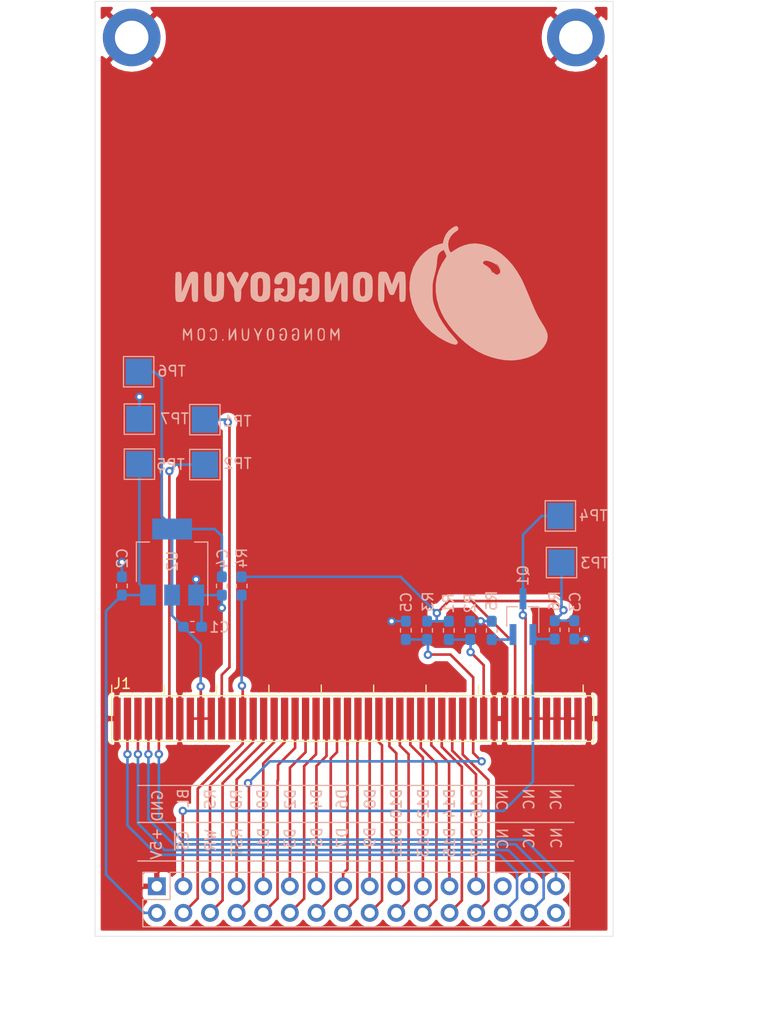
<source format=kicad_pcb>
(kicad_pcb (version 20171130) (host pcbnew "(5.1.4)-1")

  (general
    (thickness 1.6)
    (drawings 45)
    (tracks 278)
    (zones 0)
    (modules 25)
    (nets 40)
  )

  (page A4)
  (layers
    (0 F.Cu signal hide)
    (31 B.Cu signal)
    (32 B.Adhes user)
    (33 F.Adhes user)
    (34 B.Paste user)
    (35 F.Paste user)
    (36 B.SilkS user)
    (37 F.SilkS user)
    (38 B.Mask user)
    (39 F.Mask user)
    (40 Dwgs.User user)
    (41 Cmts.User user)
    (42 Eco1.User user)
    (43 Eco2.User user)
    (44 Edge.Cuts user)
    (45 Margin user)
    (46 B.CrtYd user)
    (47 F.CrtYd user)
    (48 B.Fab user hide)
    (49 F.Fab user)
  )

  (setup
    (last_trace_width 0.25)
    (trace_clearance 0.2)
    (zone_clearance 0.508)
    (zone_45_only no)
    (trace_min 0.2)
    (via_size 0.8)
    (via_drill 0.4)
    (via_min_size 0.4)
    (via_min_drill 0.3)
    (uvia_size 0.3)
    (uvia_drill 0.1)
    (uvias_allowed no)
    (uvia_min_size 0.2)
    (uvia_min_drill 0.1)
    (edge_width 0.05)
    (segment_width 0.2)
    (pcb_text_width 0.3)
    (pcb_text_size 1.5 1.5)
    (mod_edge_width 0.12)
    (mod_text_size 1 1)
    (mod_text_width 0.15)
    (pad_size 1.524 1.524)
    (pad_drill 0.762)
    (pad_to_mask_clearance 0.051)
    (solder_mask_min_width 0.25)
    (aux_axis_origin 0 0)
    (visible_elements 7FFFEFFF)
    (pcbplotparams
      (layerselection 0x010fc_ffffffff)
      (usegerberextensions false)
      (usegerberattributes false)
      (usegerberadvancedattributes false)
      (creategerberjobfile false)
      (excludeedgelayer true)
      (linewidth 0.100000)
      (plotframeref false)
      (viasonmask false)
      (mode 1)
      (useauxorigin false)
      (hpglpennumber 1)
      (hpglpenspeed 20)
      (hpglpendiameter 15.000000)
      (psnegative false)
      (psa4output false)
      (plotreference true)
      (plotvalue true)
      (plotinvisibletext false)
      (padsonsilk false)
      (subtractmaskfromsilk false)
      (outputformat 1)
      (mirror false)
      (drillshape 0)
      (scaleselection 1)
      (outputdirectory "Gerber/"))
  )

  (net 0 "")
  (net 1 GND)
  (net 2 +3V3)
  (net 3 +5V)
  (net 4 /RST)
  (net 5 /XL)
  (net 6 /YU)
  (net 7 /XR)
  (net 8 /YD)
  (net 9 /LCD_ID)
  (net 10 /TE)
  (net 11 "Net-(J1-Pad12)")
  (net 12 /~CS~)
  (net 13 /RS)
  (net 14 /WR)
  (net 15 /RD)
  (net 16 /DB0)
  (net 17 /DB1)
  (net 18 /DB2)
  (net 19 /DB3)
  (net 20 /DB4)
  (net 21 /DB5)
  (net 22 /DB6)
  (net 23 /DB7)
  (net 24 /DB8)
  (net 25 /DB9)
  (net 26 /DB10)
  (net 27 /DB11)
  (net 28 /DB12)
  (net 29 /DB13)
  (net 30 /DB14)
  (net 31 /DB15)
  (net 32 /DB16)
  (net 33 /DB17)
  (net 34 "Net-(J1-Pad36)")
  (net 35 /LEDK)
  (net 36 /BL)
  (net 37 "Net-(Q1-Pad2)")
  (net 38 "Net-(J2-Pad32)")
  (net 39 "Net-(J2-Pad27)")

  (net_class Default 这是默认网络类。
    (clearance 0.2)
    (trace_width 0.25)
    (via_dia 0.8)
    (via_drill 0.4)
    (uvia_dia 0.3)
    (uvia_drill 0.1)
    (add_net +3V3)
    (add_net +5V)
    (add_net /BL)
    (add_net /DB0)
    (add_net /DB1)
    (add_net /DB10)
    (add_net /DB11)
    (add_net /DB12)
    (add_net /DB13)
    (add_net /DB14)
    (add_net /DB15)
    (add_net /DB16)
    (add_net /DB17)
    (add_net /DB2)
    (add_net /DB3)
    (add_net /DB4)
    (add_net /DB5)
    (add_net /DB6)
    (add_net /DB7)
    (add_net /DB8)
    (add_net /DB9)
    (add_net /LCD_ID)
    (add_net /LEDK)
    (add_net /RD)
    (add_net /RS)
    (add_net /RST)
    (add_net /TE)
    (add_net /WR)
    (add_net /XL)
    (add_net /XR)
    (add_net /YD)
    (add_net /YU)
    (add_net /~CS~)
    (add_net GND)
    (add_net "Net-(J1-Pad12)")
    (add_net "Net-(J1-Pad36)")
    (add_net "Net-(J2-Pad27)")
    (add_net "Net-(J2-Pad32)")
    (add_net "Net-(Q1-Pad2)")
  )

  (module MountingHole:MountingHole_3.2mm_M3_ISO14580_Pad (layer F.Cu) (tedit 56D1B4CB) (tstamp 5DDCBFA8)
    (at 103.6 33.6)
    (descr "Mounting Hole 3.2mm, M3, ISO14580")
    (tags "mounting hole 3.2mm m3 iso14580")
    (path /5DDED835)
    (attr virtual)
    (fp_text reference TP9 (at 0 -3.75) (layer F.SilkS) hide
      (effects (font (size 1 1) (thickness 0.15)))
    )
    (fp_text value M3 (at 0 3.75) (layer F.Fab)
      (effects (font (size 1 1) (thickness 0.15)))
    )
    (fp_circle (center 0 0) (end 3 0) (layer F.CrtYd) (width 0.05))
    (fp_circle (center 0 0) (end 2.75 0) (layer Cmts.User) (width 0.15))
    (fp_text user %R (at 0.3 0) (layer F.Fab)
      (effects (font (size 1 1) (thickness 0.15)))
    )
    (pad 1 thru_hole circle (at 0 0) (size 5.5 5.5) (drill 3.2) (layers *.Cu *.Mask)
      (net 1 GND))
  )

  (module MountingHole:MountingHole_3.2mm_M3_ISO14580_Pad (layer F.Cu) (tedit 56D1B4CB) (tstamp 5DDCBF93)
    (at 146 33.6)
    (descr "Mounting Hole 3.2mm, M3, ISO14580")
    (tags "mounting hole 3.2mm m3 iso14580")
    (path /5DDC1EF9)
    (attr virtual)
    (fp_text reference TP8 (at 0 -3.75) (layer F.SilkS) hide
      (effects (font (size 1 1) (thickness 0.15)))
    )
    (fp_text value M3 (at 0 3.75) (layer F.Fab)
      (effects (font (size 1 1) (thickness 0.15)))
    )
    (fp_circle (center 0 0) (end 3 0) (layer F.CrtYd) (width 0.05))
    (fp_circle (center 0 0) (end 2.75 0) (layer Cmts.User) (width 0.15))
    (fp_text user %R (at 0.3 0) (layer F.Fab)
      (effects (font (size 1 1) (thickness 0.15)))
    )
    (pad 1 thru_hole circle (at 0 0) (size 5.5 5.5) (drill 3.2) (layers *.Cu *.Mask)
      (net 1 GND))
  )

  (module logo:monggoyun2 (layer B.Cu) (tedit 0) (tstamp 5DDC188F)
    (at 125.49 58.08 180)
    (path /5DDD6B5F)
    (fp_text reference +1 (at 0 0) (layer B.SilkS) hide
      (effects (font (size 1.524 1.524) (thickness 0.3)) (justify mirror))
    )
    (fp_text value LOGO (at 0.75 0) (layer B.SilkS) hide
      (effects (font (size 1.524 1.524) (thickness 0.3)) (justify mirror))
    )
    (fp_poly (pts (xy -8.908506 6.420326) (xy -8.716771 6.310315) (xy -8.654689 6.271199) (xy -8.348176 6.016876)
      (xy -8.103254 5.68971) (xy -7.929475 5.30412) (xy -7.871032 5.088289) (xy -7.817617 4.839222)
      (xy -7.492618 4.75902) (xy -6.979288 4.581673) (xy -6.490059 4.31413) (xy -6.036333 3.966995)
      (xy -5.629511 3.550876) (xy -5.280995 3.076379) (xy -5.002185 2.55411) (xy -4.927181 2.372467)
      (xy -4.740422 1.747207) (xy -4.643848 1.092214) (xy -4.635456 0.42047) (xy -4.713248 -0.255044)
      (xy -4.875221 -0.921348) (xy -5.119376 -1.565459) (xy -5.44371 -2.174398) (xy -5.682178 -2.525874)
      (xy -6.180457 -3.116291) (xy -6.754305 -3.651549) (xy -7.387324 -4.118757) (xy -8.06312 -4.505025)
      (xy -8.389436 -4.654345) (xy -8.673434 -4.764549) (xy -8.885249 -4.822779) (xy -9.03864 -4.831257)
      (xy -9.147365 -4.792202) (xy -9.16434 -4.779399) (xy -9.2311 -4.69126) (xy -9.230124 -4.583317)
      (xy -9.156963 -4.443435) (xy -9.00717 -4.259476) (xy -8.951721 -4.199303) (xy -8.366838 -3.52559)
      (xy -7.866627 -2.842503) (xy -7.455185 -2.156734) (xy -7.136609 -1.474975) (xy -6.948235 -0.926038)
      (xy -6.903281 -0.752555) (xy -6.871807 -0.583519) (xy -6.851548 -0.394791) (xy -6.840239 -0.162233)
      (xy -6.835616 0.138293) (xy -6.835136 0.2794) (xy -6.8358 0.591084) (xy -6.841129 0.829934)
      (xy -6.854777 1.024709) (xy -6.880394 1.204171) (xy -6.921633 1.39708) (xy -6.982145 1.632197)
      (xy -7.028652 1.8034) (xy -7.136602 2.232654) (xy -7.208413 2.607519) (xy -7.250902 2.965676)
      (xy -7.259002 3.076307) (xy -7.289495 3.404898) (xy -7.33851 3.6512) (xy -7.414261 3.834001)
      (xy -7.524958 3.972088) (xy -7.678813 4.084248) (xy -7.706552 4.100239) (xy -7.899723 4.208807)
      (xy -8.042929 3.903995) (xy -8.118072 3.737435) (xy -8.151718 3.63308) (xy -8.148174 3.562447)
      (xy -8.111747 3.497052) (xy -8.105726 3.488692) (xy -7.713938 2.873406) (xy -7.421517 2.240121)
      (xy -7.228283 1.587549) (xy -7.134055 0.9144) (xy -7.138654 0.219386) (xy -7.241899 -0.498783)
      (xy -7.443612 -1.241396) (xy -7.444677 -1.2446) (xy -7.678391 -1.816656) (xy -7.998358 -2.401828)
      (xy -8.392754 -2.986711) (xy -8.849755 -3.557896) (xy -9.357537 -4.101977) (xy -9.904275 -4.605545)
      (xy -10.478147 -5.055195) (xy -11.067328 -5.437519) (xy -11.216539 -5.521505) (xy -11.808115 -5.804833)
      (xy -12.434328 -6.033229) (xy -13.074246 -6.201988) (xy -13.706936 -6.306403) (xy -14.311465 -6.341769)
      (xy -14.7574 -6.317563) (xy -15.358965 -6.218545) (xy -15.92215 -6.064507) (xy -16.427011 -5.861886)
      (xy -16.784757 -5.66318) (xy -17.155571 -5.375671) (xy -17.454115 -5.043911) (xy -17.669252 -4.681792)
      (xy -17.754209 -4.453863) (xy -17.806712 -4.216449) (xy -17.816787 -3.98974) (xy -17.779716 -3.757539)
      (xy -17.690783 -3.503646) (xy -17.54527 -3.211865) (xy -17.338458 -2.865998) (xy -17.252854 -2.732455)
      (xy -17.212242 -2.667) (xy -15.7988 -2.667) (xy -15.7734 -2.6924) (xy -15.748 -2.667)
      (xy -15.7734 -2.6416) (xy -15.7988 -2.667) (xy -17.212242 -2.667) (xy -17.04857 -2.403211)
      (xy -16.862954 -2.069603) (xy -16.682713 -1.705449) (xy -16.494556 -1.284565) (xy -16.381466 -1.016)
      (xy -16.159141 -0.480257) (xy -15.970647 -0.028992) (xy -15.872659 0.2032) (xy -14.986 0.2032)
      (xy -14.967414 0.161386) (xy -14.952134 0.169334) (xy -14.946054 0.229622) (xy -14.952134 0.237067)
      (xy -14.982334 0.230094) (xy -14.986 0.2032) (xy -15.872659 0.2032) (xy -15.811753 0.347519)
      (xy -15.67823 0.659002) (xy -15.565845 0.915179) (xy -15.531653 0.9906) (xy -14.6304 0.9906)
      (xy -14.605 0.9652) (xy -14.5796 0.9906) (xy -14.605 1.016) (xy -14.6304 0.9906)
      (xy -15.531653 0.9906) (xy -15.470369 1.125776) (xy -15.38757 1.300515) (xy -15.313219 1.449121)
      (xy -15.28744 1.4986) (xy -15.108275 1.8034) (xy -12.8524 1.8034) (xy -12.827 1.778)
      (xy -12.8016 1.8034) (xy -12.827 1.8288) (xy -12.8524 1.8034) (xy -15.108275 1.8034)
      (xy -15.033622 1.9304) (xy -13.4112 1.9304) (xy -13.392614 1.888586) (xy -13.377334 1.896534)
      (xy -13.371254 1.956822) (xy -13.377334 1.964267) (xy -13.407534 1.957294) (xy -13.4112 1.9304)
      (xy -15.033622 1.9304) (xy -14.88677 2.180227) (xy -14.865305 2.2098) (xy -13.8176 2.2098)
      (xy -13.7922 2.1844) (xy -13.7668 2.2098) (xy -13.7922 2.2352) (xy -13.8176 2.2098)
      (xy -14.865305 2.2098) (xy -14.837081 2.248686) (xy -13.294844 2.248686) (xy -13.285993 2.099887)
      (xy -13.257449 1.990309) (xy -13.229372 1.946021) (xy -13.224077 1.948191) (xy -13.171144 1.940665)
      (xy -13.122124 1.902581) (xy -13.039108 1.841523) (xy -12.949352 1.841202) (xy -12.921922 1.8542)
      (xy -12.7 1.8542) (xy -12.6746 1.8288) (xy -12.6492 1.8542) (xy -12.6746 1.8796)
      (xy -12.7 1.8542) (xy -12.921922 1.8542) (xy -12.818907 1.903014) (xy -12.796739 1.915953)
      (xy -12.696601 1.98667) (xy -12.649686 2.042576) (xy -12.6492 2.046377) (xy -12.60883 2.066543)
      (xy -12.535299 2.053496) (xy -12.456833 2.034267) (xy -12.462616 2.066082) (xy -12.497199 2.110384)
      (xy -12.545286 2.176504) (xy -12.521474 2.183015) (xy -12.481462 2.169094) (xy -12.418616 2.159971)
      (xy -12.422317 2.187178) (xy -12.417941 2.268749) (xy -12.39051 2.3114) (xy -12.2936 2.3114)
      (xy -12.2682 2.286) (xy -12.2428 2.3114) (xy -12.2682 2.3368) (xy -12.2936 2.3114)
      (xy -12.39051 2.3114) (xy -12.344156 2.38347) (xy -12.290799 2.4384) (xy -12.192 2.4384)
      (xy -12.173414 2.396586) (xy -12.158134 2.404534) (xy -12.152054 2.464822) (xy -12.158134 2.472267)
      (xy -12.188334 2.465294) (xy -12.192 2.4384) (xy -12.290799 2.4384) (xy -12.218835 2.512485)
      (xy -12.15124 2.5654) (xy -12.0904 2.5654) (xy -12.065 2.54) (xy -12.0396 2.5654)
      (xy -12.065 2.5908) (xy -12.0904 2.5654) (xy -12.15124 2.5654) (xy -12.059852 2.636939)
      (xy -11.913186 2.724256) (xy -11.732597 2.83172) (xy -11.646745 2.928339) (xy -11.650926 3.024112)
      (xy -11.727971 3.11802) (xy -11.819505 3.171923) (xy -11.946225 3.180574) (xy -12.045131 3.168224)
      (xy -12.204509 3.12991) (xy -12.391385 3.06665) (xy -12.576153 2.990843) (xy -12.729205 2.914884)
      (xy -12.820933 2.851171) (xy -12.830304 2.839455) (xy -12.896454 2.813825) (xy -12.970577 2.824662)
      (xy -13.045825 2.842705) (xy -13.037751 2.809912) (xy -13.0048 2.7686) (xy -12.959373 2.705755)
      (xy -12.988646 2.698283) (xy -13.0556 2.7178) (xy -13.141667 2.740266) (xy -13.144646 2.715223)
      (xy -13.106002 2.664817) (xy -13.057733 2.598604) (xy -13.080214 2.591572) (xy -13.117474 2.604471)
      (xy -13.207145 2.60589) (xy -13.239623 2.580733) (xy -13.243401 2.548332) (xy -13.21585 2.56055)
      (xy -13.164163 2.571817) (xy -13.16946 2.515996) (xy -13.229608 2.408628) (xy -13.238468 2.395781)
      (xy -13.294844 2.248686) (xy -14.837081 2.248686) (xy -14.439604 2.796295) (xy -14.328101 2.921)
      (xy -12.9032 2.921) (xy -12.8778 2.8956) (xy -12.8524 2.921) (xy -12.8778 2.9464)
      (xy -12.9032 2.921) (xy -14.328101 2.921) (xy -13.952525 3.341043) (xy -13.432118 3.808707)
      (xy -12.884967 4.193523) (xy -12.317654 4.489728) (xy -11.736765 4.691558) (xy -11.603155 4.723754)
      (xy -11.35506 4.770704) (xy -11.101084 4.805898) (xy -10.887533 4.823205) (xy -10.8458 4.824019)
      (xy -10.350491 4.778676) (xy -9.840771 4.647417) (xy -9.34054 4.438427) (xy -8.873699 4.159891)
      (xy -8.843341 4.138325) (xy -8.696912 4.035758) (xy -8.608714 3.987015) (xy -8.555376 3.985394)
      (xy -8.513523 4.024195) (xy -8.501473 4.040304) (xy -8.416501 4.212554) (xy -8.354752 4.448526)
      (xy -8.324942 4.711383) (xy -8.323546 4.792075) (xy -8.374028 5.103106) (xy -8.511805 5.408022)
      (xy -8.723519 5.686874) (xy -8.995812 5.919715) (xy -9.135608 6.004738) (xy -9.260878 6.115843)
      (xy -9.298209 6.252874) (xy -9.243148 6.392264) (xy -9.214848 6.424296) (xy -9.139758 6.472455)
      (xy -9.043573 6.472752) (xy -8.908506 6.420326)) (layer B.SilkS) (width 0.01))
    (fp_poly (pts (xy 2.159842 -3.274711) (xy 2.239284 -3.376564) (xy 2.309578 -3.501604) (xy 2.38717 -3.644977)
      (xy 2.451748 -3.747338) (xy 2.478984 -3.778286) (xy 2.521411 -3.75063) (xy 2.589621 -3.652415)
      (xy 2.65906 -3.524085) (xy 2.74254 -3.376029) (xy 2.816531 -3.283698) (xy 2.85881 -3.264275)
      (xy 2.887715 -3.321715) (xy 2.908363 -3.455382) (xy 2.920782 -3.640241) (xy 2.925 -3.851259)
      (xy 2.921044 -4.063399) (xy 2.90894 -4.251628) (xy 2.888718 -4.390912) (xy 2.860404 -4.456214)
      (xy 2.8575 -4.457594) (xy 2.82525 -4.440995) (xy 2.804799 -4.356783) (xy 2.794199 -4.192323)
      (xy 2.791634 -4.030133) (xy 2.789269 -3.5814) (xy 2.663661 -3.8227) (xy 2.586613 -3.957289)
      (xy 2.523064 -4.044881) (xy 2.49723 -4.064) (xy 2.453246 -4.022554) (xy 2.384028 -3.916093)
      (xy 2.333104 -3.8227) (xy 2.2098 -3.5814) (xy 2.195122 -4.0259) (xy 2.180823 -4.253444)
      (xy 2.157294 -4.402111) (xy 2.127318 -4.466356) (xy 2.093681 -4.440633) (xy 2.059168 -4.319399)
      (xy 2.055986 -4.302933) (xy 2.043799 -4.167797) (xy 2.04184 -3.973205) (xy 2.050506 -3.760823)
      (xy 2.050779 -3.756833) (xy 2.063914 -3.564335) (xy 2.074217 -3.408258) (xy 2.079668 -3.319284)
      (xy 2.079894 -3.3147) (xy 2.10381 -3.251728) (xy 2.159842 -3.274711)) (layer B.SilkS) (width 0.01))
    (fp_poly (pts (xy 3.943529 -3.270692) (xy 4.046456 -3.330667) (xy 4.106669 -3.448264) (xy 4.133457 -3.639008)
      (xy 4.137228 -3.835541) (xy 4.130891 -4.063788) (xy 4.112735 -4.215103) (xy 4.078317 -4.313885)
      (xy 4.040455 -4.36675) (xy 3.8997 -4.45324) (xy 3.727673 -4.45976) (xy 3.567303 -4.391319)
      (xy 3.512548 -4.3435) (xy 3.478963 -4.278233) (xy 3.461488 -4.17196) (xy 3.45506 -4.001123)
      (xy 3.454487 -3.883554) (xy 3.55849 -3.883554) (xy 3.572888 -4.071777) (xy 3.604833 -4.226533)
      (xy 3.653308 -4.315856) (xy 3.658715 -4.319764) (xy 3.789354 -4.364956) (xy 3.906467 -4.313806)
      (xy 3.933371 -4.288971) (xy 3.982459 -4.198285) (xy 4.0078 -4.03859) (xy 4.0132 -3.8608)
      (xy 3.993487 -3.614248) (xy 3.938124 -3.44406) (xy 3.852774 -3.356497) (xy 3.7431 -3.357823)
      (xy 3.630717 -3.437739) (xy 3.58639 -3.53457) (xy 3.562652 -3.69383) (xy 3.55849 -3.883554)
      (xy 3.454487 -3.883554) (xy 3.4544 -3.865792) (xy 3.463854 -3.600787) (xy 3.497487 -3.421575)
      (xy 3.563202 -3.313658) (xy 3.668901 -3.262542) (xy 3.7886 -3.252815) (xy 3.943529 -3.270692)) (layer B.SilkS) (width 0.01))
    (fp_poly (pts (xy 4.7371 -3.262349) (xy 4.787793 -3.3136) (xy 4.86953 -3.43403) (xy 4.968094 -3.601857)
      (xy 5.013435 -3.685683) (xy 5.22627 -4.0894) (xy 5.242035 -3.687076) (xy 5.259542 -3.447243)
      (xy 5.289605 -3.306229) (xy 5.322953 -3.263192) (xy 5.351122 -3.275012) (xy 5.368708 -3.341671)
      (xy 5.376866 -3.476369) (xy 5.376751 -3.692303) (xy 5.373753 -3.843315) (xy 5.363544 -4.099934)
      (xy 5.347434 -4.294927) (xy 5.326972 -4.414003) (xy 5.3086 -4.445) (xy 5.264022 -4.402871)
      (xy 5.187817 -4.290192) (xy 5.093317 -4.127525) (xy 5.048735 -4.044184) (xy 4.83967 -3.643369)
      (xy 4.804344 -3.878935) (xy 4.789241 -4.029143) (xy 4.791717 -4.13785) (xy 4.799063 -4.163114)
      (xy 4.811293 -4.244105) (xy 4.792293 -4.352896) (xy 4.754192 -4.442999) (xy 4.718892 -4.4704)
      (xy 4.701464 -4.422867) (xy 4.687144 -4.293309) (xy 4.677377 -4.101288) (xy 4.673605 -3.866364)
      (xy 4.6736 -3.856566) (xy 4.676166 -3.585804) (xy 4.684724 -3.404507) (xy 4.700556 -3.300648)
      (xy 4.72495 -3.262199) (xy 4.7371 -3.262349)) (layer B.SilkS) (width 0.01))
    (fp_poly (pts (xy 6.433352 -3.296021) (xy 6.550548 -3.376122) (xy 6.603397 -3.493055) (xy 6.604 -3.50808)
      (xy 6.582919 -3.593273) (xy 6.525926 -3.589048) (xy 6.442398 -3.496938) (xy 6.430871 -3.4798)
      (xy 6.320417 -3.375726) (xy 6.197146 -3.360154) (xy 6.10616 -3.41376) (xy 6.068941 -3.50324)
      (xy 6.047853 -3.659336) (xy 6.042302 -3.849972) (xy 6.051696 -4.043075) (xy 6.075441 -4.206568)
      (xy 6.112945 -4.308378) (xy 6.122904 -4.319248) (xy 6.235517 -4.35887) (xy 6.348105 -4.32046)
      (xy 6.42959 -4.222723) (xy 6.4516 -4.121396) (xy 6.430531 -4.005685) (xy 6.348924 -3.94876)
      (xy 6.317252 -3.939695) (xy 6.232671 -3.899317) (xy 6.232571 -3.854973) (xy 6.301789 -3.822545)
      (xy 6.425164 -3.817919) (xy 6.432711 -3.818728) (xy 6.526303 -3.840194) (xy 6.572136 -3.896566)
      (xy 6.591765 -4.018535) (xy 6.594084 -4.048515) (xy 6.588594 -4.217689) (xy 6.533906 -4.334145)
      (xy 6.505184 -4.366015) (xy 6.355011 -4.452101) (xy 6.180505 -4.461348) (xy 6.022393 -4.393534)
      (xy 5.9944 -4.3688) (xy 5.941535 -4.298932) (xy 5.910474 -4.202919) (xy 5.895989 -4.054613)
      (xy 5.8928 -3.8608) (xy 5.89705 -3.64509) (xy 5.913288 -3.504609) (xy 5.946743 -3.413212)
      (xy 5.9944 -3.3528) (xy 6.125406 -3.27675) (xy 6.281681 -3.260361) (xy 6.433352 -3.296021)) (layer B.SilkS) (width 0.01))
    (fp_poly (pts (xy 7.529584 -3.266122) (xy 7.667668 -3.337727) (xy 7.756318 -3.446575) (xy 7.7724 -3.5219)
      (xy 7.74873 -3.596935) (xy 7.697194 -3.59173) (xy 7.646998 -3.5101) (xy 7.645437 -3.505318)
      (xy 7.571185 -3.407931) (xy 7.453847 -3.36509) (xy 7.335587 -3.385389) (xy 7.281895 -3.431218)
      (xy 7.238573 -3.545598) (xy 7.215693 -3.718691) (xy 7.212788 -3.915745) (xy 7.229392 -4.102008)
      (xy 7.265037 -4.242727) (xy 7.293428 -4.288971) (xy 7.416015 -4.365031) (xy 7.523938 -4.345077)
      (xy 7.605194 -4.234661) (xy 7.635485 -4.13078) (xy 7.647353 -4.016825) (xy 7.612677 -3.966696)
      (xy 7.558552 -3.95298) (xy 7.449378 -3.915325) (xy 7.429572 -3.863753) (xy 7.493959 -3.821537)
      (xy 7.590366 -3.81) (xy 7.7724 -3.81) (xy 7.7724 -4.061119) (xy 7.762334 -4.22819)
      (xy 7.724221 -4.329682) (xy 7.659496 -4.391319) (xy 7.479807 -4.461762) (xy 7.282277 -4.432689)
      (xy 7.231567 -4.410749) (xy 7.142138 -4.316187) (xy 7.084034 -4.152776) (xy 7.057197 -3.948296)
      (xy 7.06157 -3.730531) (xy 7.097093 -3.527262) (xy 7.163711 -3.366271) (xy 7.233904 -3.290077)
      (xy 7.374265 -3.245618) (xy 7.529584 -3.266122)) (layer B.SilkS) (width 0.01))
    (fp_poly (pts (xy 8.792624 -3.275692) (xy 8.899028 -3.357209) (xy 8.962246 -3.507815) (xy 8.989316 -3.73957)
      (xy 8.9916 -3.8608) (xy 8.977312 -4.129299) (xy 8.92976 -4.311705) (xy 8.841907 -4.42008)
      (xy 8.706716 -4.466485) (xy 8.636 -4.4704) (xy 8.486838 -4.435952) (xy 8.382 -4.3688)
      (xy 8.329135 -4.298932) (xy 8.298074 -4.202919) (xy 8.283589 -4.054613) (xy 8.2804 -3.8608)
      (xy 8.281887 -3.832854) (xy 8.443276 -3.832854) (xy 8.443409 -4.082288) (xy 8.469558 -4.24575)
      (xy 8.526536 -4.336631) (xy 8.61916 -4.368323) (xy 8.636 -4.3688) (xy 8.744213 -4.332163)
      (xy 8.784403 -4.297415) (xy 8.816214 -4.201669) (xy 8.830586 -4.021495) (xy 8.828723 -3.832854)
      (xy 8.815412 -3.618459) (xy 8.792018 -3.484024) (xy 8.753568 -3.408036) (xy 8.7249 -3.383798)
      (xy 8.615194 -3.355141) (xy 8.5471 -3.383798) (xy 8.498487 -3.437234) (xy 8.467608 -3.53754)
      (xy 8.449488 -3.706227) (xy 8.443276 -3.832854) (xy 8.281887 -3.832854) (xy 8.294687 -3.5923)
      (xy 8.342239 -3.409894) (xy 8.430092 -3.301519) (xy 8.565283 -3.255114) (xy 8.636 -3.2512)
      (xy 8.792624 -3.275692)) (layer B.SilkS) (width 0.01))
    (fp_poly (pts (xy 10.2108 -3.303688) (xy 10.188833 -3.374384) (xy 10.132016 -3.502925) (xy 10.073268 -3.621188)
      (xy 9.987454 -3.828747) (xy 9.924684 -4.057204) (xy 9.908168 -4.1616) (xy 9.878187 -4.338926)
      (xy 9.83769 -4.440311) (xy 9.79673 -4.460344) (xy 9.765361 -4.393617) (xy 9.7536 -4.244765)
      (xy 9.729673 -4.048026) (xy 9.652174 -3.82112) (xy 9.572539 -3.651125) (xy 9.490814 -3.480019)
      (xy 9.435158 -3.346087) (xy 9.415007 -3.272634) (xy 9.416759 -3.266306) (xy 9.478277 -3.264669)
      (xy 9.564155 -3.359504) (xy 9.675148 -3.551665) (xy 9.68362 -3.568275) (xy 9.814908 -3.82736)
      (xy 9.969488 -3.53928) (xy 10.072266 -3.365066) (xy 10.150539 -3.267675) (xy 10.198392 -3.25288)
      (xy 10.2108 -3.303688)) (layer B.SilkS) (width 0.01))
    (fp_poly (pts (xy 10.766524 -3.319965) (xy 10.791447 -3.465345) (xy 10.807088 -3.705307) (xy 10.809562 -3.777955)
      (xy 10.817759 -4.005953) (xy 10.829712 -4.153506) (xy 10.850853 -4.241759) (xy 10.886616 -4.291854)
      (xy 10.942433 -4.324933) (xy 10.951139 -4.328947) (xy 11.0671 -4.360434) (xy 11.150066 -4.326853)
      (xy 11.204626 -4.219286) (xy 11.235369 -4.028816) (xy 11.246798 -3.754462) (xy 11.255398 -3.501505)
      (xy 11.274929 -3.342289) (xy 11.306426 -3.269435) (xy 11.3157 -3.264041) (xy 11.34919 -3.297424)
      (xy 11.371537 -3.408075) (xy 11.383079 -3.572314) (xy 11.384153 -3.766461) (xy 11.375097 -3.966834)
      (xy 11.356248 -4.149754) (xy 11.327943 -4.291539) (xy 11.300119 -4.357496) (xy 11.190307 -4.438383)
      (xy 11.035616 -4.473175) (xy 10.885331 -4.453931) (xy 10.840704 -4.431522) (xy 10.757775 -4.339802)
      (xy 10.703575 -4.186911) (xy 10.674843 -3.959178) (xy 10.668 -3.707506) (xy 10.671655 -3.477443)
      (xy 10.683835 -3.33604) (xy 10.706359 -3.270578) (xy 10.7315 -3.263784) (xy 10.766524 -3.319965)) (layer B.SilkS) (width 0.01))
    (fp_poly (pts (xy 12.562411 -3.264682) (xy 12.586746 -3.320057) (xy 12.606774 -3.451913) (xy 12.621786 -3.635191)
      (xy 12.631073 -3.844836) (xy 12.633924 -4.05579) (xy 12.629631 -4.242997) (xy 12.617483 -4.3814)
      (xy 12.59677 -4.445942) (xy 12.595884 -4.446554) (xy 12.538344 -4.424754) (xy 12.447274 -4.314922)
      (xy 12.327133 -4.123256) (xy 12.211214 -3.9116) (xy 12.065 -3.6322) (xy 12.050245 -4.0513)
      (xy 12.034332 -4.273992) (xy 12.006687 -4.418015) (xy 11.970018 -4.476613) (xy 11.92703 -4.443034)
      (xy 11.909126 -4.403465) (xy 11.893421 -4.307817) (xy 11.887814 -4.148427) (xy 11.890866 -3.950637)
      (xy 11.901138 -3.739787) (xy 11.917191 -3.541215) (xy 11.937586 -3.380261) (xy 11.960885 -3.282266)
      (xy 11.973791 -3.264561) (xy 12.02342 -3.297864) (xy 12.103987 -3.406721) (xy 12.203884 -3.574422)
      (xy 12.253191 -3.666836) (xy 12.4714 -4.0894) (xy 12.486211 -3.66677) (xy 12.499005 -3.444008)
      (xy 12.519546 -3.313047) (xy 12.549659 -3.264258) (xy 12.562411 -3.264682)) (layer B.SilkS) (width 0.01))
    (fp_poly (pts (xy 13.21151 -4.294769) (xy 13.252658 -4.35772) (xy 13.252062 -4.434121) (xy 13.210998 -4.4704)
      (xy 13.142197 -4.433473) (xy 13.1318 -4.4196) (xy 13.121861 -4.344261) (xy 13.162177 -4.291405)
      (xy 13.21151 -4.294769)) (layer B.SilkS) (width 0.01))
    (fp_poly (pts (xy 14.288854 -3.28931) (xy 14.347371 -3.331028) (xy 14.405359 -3.42341) (xy 14.426176 -3.524289)
      (xy 14.405743 -3.5949) (xy 14.3764 -3.6068) (xy 14.327049 -3.570803) (xy 14.3256 -3.559628)
      (xy 14.286357 -3.477663) (xy 14.19819 -3.39551) (xy 14.105437 -3.353284) (xy 14.097 -3.3528)
      (xy 13.982807 -3.391199) (xy 13.909064 -3.510381) (xy 13.873081 -3.716321) (xy 13.8684 -3.8608)
      (xy 13.877932 -4.084537) (xy 13.908722 -4.225905) (xy 13.948228 -4.288971) (xy 14.07447 -4.36198)
      (xy 14.1958 -4.343853) (xy 14.284043 -4.2418) (xy 14.348226 -4.140246) (xy 14.401013 -4.121743)
      (xy 14.426665 -4.18995) (xy 14.4272 -4.208526) (xy 14.384511 -4.340578) (xy 14.274949 -4.42756)
      (xy 14.126265 -4.461391) (xy 13.966213 -4.433992) (xy 13.861327 -4.373288) (xy 13.800671 -4.314076)
      (xy 13.764688 -4.240495) (xy 13.747097 -4.126226) (xy 13.741619 -3.944951) (xy 13.7414 -3.870621)
      (xy 13.746337 -3.65012) (xy 13.764426 -3.504859) (xy 13.80058 -3.408813) (xy 13.838173 -3.358133)
      (xy 13.969705 -3.276263) (xy 14.134942 -3.252523) (xy 14.288854 -3.28931)) (layer B.SilkS) (width 0.01))
    (fp_poly (pts (xy 15.362137 -3.272796) (xy 15.482696 -3.33028) (xy 15.537186 -3.377778) (xy 15.570726 -3.442531)
      (xy 15.588294 -3.547923) (xy 15.594865 -3.717338) (xy 15.5956 -3.8608) (xy 15.593266 -4.080309)
      (xy 15.582947 -4.221647) (xy 15.559666 -4.308196) (xy 15.518447 -4.363341) (xy 15.482696 -4.391319)
      (xy 15.321815 -4.458524) (xy 15.153369 -4.459527) (xy 15.018945 -4.394387) (xy 15.015104 -4.390647)
      (xy 14.938403 -4.279212) (xy 14.896823 -4.122332) (xy 14.886654 -3.899648) (xy 14.889127 -3.841792)
      (xy 15.03235 -3.841792) (xy 15.042722 -4.033932) (xy 15.071347 -4.194415) (xy 15.116628 -4.288971)
      (xy 15.237096 -4.362504) (xy 15.3475 -4.336953) (xy 15.386952 -4.299163) (xy 15.426775 -4.203748)
      (xy 15.459404 -4.043113) (xy 15.480801 -3.85359) (xy 15.486928 -3.671508) (xy 15.473746 -3.5332)
      (xy 15.472617 -3.528522) (xy 15.40141 -3.420856) (xy 15.280901 -3.366084) (xy 15.153453 -3.37883)
      (xy 15.11234 -3.404147) (xy 15.066999 -3.494029) (xy 15.040389 -3.650867) (xy 15.03235 -3.841792)
      (xy 14.889127 -3.841792) (xy 14.894063 -3.726352) (xy 14.915318 -3.521731) (xy 14.951602 -3.394897)
      (xy 15.009703 -3.32237) (xy 15.011208 -3.321258) (xy 15.176373 -3.257934) (xy 15.362137 -3.272796)) (layer B.SilkS) (width 0.01))
    (fp_poly (pts (xy 16.24539 -3.294812) (xy 16.320181 -3.396359) (xy 16.392272 -3.526803) (xy 16.469123 -3.674563)
      (xy 16.530792 -3.777026) (xy 16.5608 -3.81) (xy 16.596804 -3.768115) (xy 16.661031 -3.659021)
      (xy 16.729327 -3.526803) (xy 16.813283 -3.377596) (xy 16.887533 -3.284361) (xy 16.93041 -3.264336)
      (xy 16.958823 -3.321599) (xy 16.979279 -3.455109) (xy 16.991763 -3.639834) (xy 16.996261 -3.850744)
      (xy 16.992756 -4.062807) (xy 16.981234 -4.250992) (xy 16.96168 -4.390267) (xy 16.934079 -4.455601)
      (xy 16.931129 -4.457023) (xy 16.898092 -4.434566) (xy 16.874848 -4.334901) (xy 16.859611 -4.148115)
      (xy 16.854929 -4.034153) (xy 16.8402 -3.590794) (xy 16.721184 -3.829703) (xy 16.640252 -3.969712)
      (xy 16.571355 -4.021453) (xy 16.501287 -3.982633) (xy 16.416841 -3.850957) (xy 16.374979 -3.769563)
      (xy 16.2814 -3.5814) (xy 16.266722 -4.0259) (xy 16.250994 -4.275875) (xy 16.223537 -4.425421)
      (xy 16.184188 -4.475051) (xy 16.136972 -4.4323) (xy 16.121629 -4.356001) (xy 16.115269 -4.209656)
      (xy 16.116669 -4.018314) (xy 16.124607 -3.807027) (xy 16.137861 -3.600844) (xy 16.155209 -3.424816)
      (xy 16.175428 -3.303995) (xy 16.194003 -3.263398) (xy 16.24539 -3.294812)) (layer B.SilkS) (width 0.01))
    (fp_poly (pts (xy -3.618527 2.124186) (xy -3.499276 2.08759) (xy -3.403347 2.008573) (xy -3.317962 1.872675)
      (xy -3.23034 1.665433) (xy -3.143616 1.4196) (xy -3.070824 1.211847) (xy -3.007867 1.045549)
      (xy -2.962605 0.940695) (xy -2.944904 0.9144) (xy -2.918787 0.959521) (xy -2.869686 1.081595)
      (xy -2.805209 1.260691) (xy -2.749082 1.427322) (xy -2.652674 1.705944) (xy -2.568134 1.900632)
      (xy -2.482468 2.025965) (xy -2.382679 2.096521) (xy -2.255773 2.126875) (xy -2.1209 2.131985)
      (xy -1.982785 2.130527) (xy -1.874797 2.120569) (xy -1.793067 2.090927) (xy -1.733727 2.030419)
      (xy -1.692909 1.927862) (xy -1.666744 1.772071) (xy -1.651364 1.551864) (xy -1.6429 1.256057)
      (xy -1.637483 0.873468) (xy -1.635745 0.729469) (xy -1.631572 0.301014) (xy -1.632229 -0.036638)
      (xy -1.63996 -0.294252) (xy -1.657011 -0.482593) (xy -1.685627 -0.612425) (xy -1.728052 -0.694512)
      (xy -1.786532 -0.73962) (xy -1.863311 -0.758511) (xy -1.946812 -0.762) (xy -2.08107 -0.744417)
      (xy -2.173232 -0.702026) (xy -2.17424 -0.70104) (xy -2.198501 -0.637636) (xy -2.21628 -0.498102)
      (xy -2.227997 -0.275529) (xy -2.234074 0.036992) (xy -2.2352 0.29972) (xy -2.2374 0.596286)
      (xy -2.243537 0.847895) (xy -2.252923 1.040364) (xy -2.264867 1.159509) (xy -2.278578 1.19126)
      (xy -2.311558 1.125155) (xy -2.366361 0.984753) (xy -2.43449 0.792727) (xy -2.487097 0.635)
      (xy -2.563337 0.410508) (xy -2.63656 0.212304) (xy -2.696637 0.06696) (xy -2.724291 0.0127)
      (xy -2.826921 -0.072373) (xy -2.965341 -0.10272) (xy -3.094759 -0.073227) (xy -3.14167 -0.034955)
      (xy -3.179622 0.037241) (xy -3.241671 0.184009) (xy -3.319116 0.383757) (xy -3.400508 0.607129)
      (xy -3.481602 0.832551) (xy -3.552043 1.021207) (xy -3.604288 1.153374) (xy -3.630792 1.209326)
      (xy -3.630819 1.209352) (xy -3.639246 1.169914) (xy -3.646586 1.044106) (xy -3.65239 0.847159)
      (xy -3.65621 0.594302) (xy -3.6576 0.300764) (xy -3.6576 0.298027) (xy -3.660147 -0.078227)
      (xy -3.668067 -0.359903) (xy -3.681782 -0.553903) (xy -3.701713 -0.667126) (xy -3.71856 -0.70104)
      (xy -3.837995 -0.757769) (xy -3.990789 -0.756924) (xy -4.130373 -0.703658) (xy -4.18812 -0.649096)
      (xy -4.214377 -0.596695) (xy -4.234301 -0.515679) (xy -4.248699 -0.393163) (xy -4.258373 -0.21626)
      (xy -4.264129 0.027917) (xy -4.266772 0.352254) (xy -4.2672 0.617597) (xy -4.265184 1.042096)
      (xy -4.258275 1.376356) (xy -4.245186 1.631674) (xy -4.22463 1.819347) (xy -4.195318 1.950673)
      (xy -4.155962 2.036947) (xy -4.105275 2.089468) (xy -4.098922 2.093689) (xy -4.016229 2.115814)
      (xy -3.871503 2.130051) (xy -3.773879 2.132823) (xy -3.618527 2.124186)) (layer B.SilkS) (width 0.01))
    (fp_poly (pts (xy 0.038603 2.099956) (xy 0.303711 2.033101) (xy 0.386709 1.995208) (xy 0.509746 1.92138)
      (xy 0.602807 1.837645) (xy 0.669984 1.729358) (xy 0.715368 1.581875) (xy 0.743051 1.380554)
      (xy 0.757124 1.110749) (xy 0.761679 0.757818) (xy 0.76181 0.652723) (xy 0.758708 0.280865)
      (xy 0.746449 -0.004208) (xy 0.720334 -0.217215) (xy 0.675661 -0.372873) (xy 0.60773 -0.4859)
      (xy 0.511841 -0.571014) (xy 0.383293 -0.642933) (xy 0.34185 -0.662237) (xy 0.106994 -0.730663)
      (xy -0.171019 -0.755994) (xy -0.442394 -0.736161) (xy -0.5842 -0.700723) (xy -0.738864 -0.624545)
      (xy -0.857448 -0.539634) (xy -0.949859 -0.443954) (xy -1.017961 -0.334585) (xy -1.065256 -0.194982)
      (xy -1.095245 -0.008602) (xy -1.111432 0.241101) (xy -1.117319 0.570669) (xy -1.117521 0.656156)
      (xy -0.4064 0.656156) (xy -0.404565 0.352226) (xy -0.398042 0.134009) (xy -0.385309 -0.014334)
      (xy -0.364843 -0.108643) (xy -0.335123 -0.164756) (xy -0.326572 -0.174171) (xy -0.196313 -0.247184)
      (xy -0.064955 -0.223751) (xy 0.022519 -0.141096) (xy 0.056189 -0.070701) (xy 0.079291 0.038848)
      (xy 0.09345 0.204261) (xy 0.100291 0.442249) (xy 0.1016 0.671704) (xy 0.100314 0.955305)
      (xy 0.094921 1.155525) (xy 0.083111 1.290568) (xy 0.062578 1.378638) (xy 0.031014 1.437938)
      (xy 0 1.4732) (xy -0.116626 1.560209) (xy -0.220632 1.556583) (xy -0.3135 1.490727)
      (xy -0.350016 1.447246) (xy -0.375615 1.382671) (xy -0.392172 1.280148) (xy -0.401563 1.122825)
      (xy -0.405666 0.893846) (xy -0.4064 0.656156) (xy -1.117521 0.656156) (xy -1.1176 0.689192)
      (xy -1.113919 1.049584) (xy -1.099731 1.324907) (xy -1.070318 1.531525) (xy -1.020963 1.685803)
      (xy -0.94695 1.804107) (xy -0.843561 1.902802) (xy -0.748126 1.971012) (xy -0.523824 2.068133)
      (xy -0.249412 2.111374) (xy 0.038603 2.099956)) (layer B.SilkS) (width 0.01))
    (fp_poly (pts (xy 1.906269 2.113303) (xy 2.001857 2.084603) (xy 2.053983 2.060133) (xy 2.100639 2.021776)
      (xy 2.147594 1.957342) (xy 2.200617 1.854643) (xy 2.265475 1.701493) (xy 2.347936 1.485702)
      (xy 2.45377 1.195082) (xy 2.549663 0.9271) (xy 2.641223 0.675832) (xy 2.722697 0.462438)
      (xy 2.787475 0.303461) (xy 2.828942 0.215445) (xy 2.839014 0.20321) (xy 2.849818 0.251321)
      (xy 2.86066 0.384885) (xy 2.870722 0.587762) (xy 2.879185 0.843807) (xy 2.884735 1.10491)
      (xy 2.89127 1.435712) (xy 2.899625 1.679263) (xy 2.911266 1.849912) (xy 2.92766 1.962008)
      (xy 2.950272 2.029899) (xy 2.980568 2.067935) (xy 2.983345 2.0701) (xy 3.14151 2.129965)
      (xy 3.320316 2.098281) (xy 3.356139 2.081013) (xy 3.386011 2.060225) (xy 3.409136 2.025769)
      (xy 3.426375 1.965673) (xy 3.438587 1.867964) (xy 3.446632 1.720666) (xy 3.45137 1.511809)
      (xy 3.453663 1.229417) (xy 3.454368 0.861519) (xy 3.4544 0.713042) (xy 3.454251 0.287745)
      (xy 3.451707 -0.04683) (xy 3.443624 -0.301556) (xy 3.426857 -0.487309) (xy 3.39826 -0.614963)
      (xy 3.35469 -0.695393) (xy 3.293001 -0.739473) (xy 3.210048 -0.758078) (xy 3.102686 -0.762082)
      (xy 3.027826 -0.762) (xy 2.909319 -0.759526) (xy 2.811436 -0.745347) (xy 2.727678 -0.70933)
      (xy 2.651548 -0.641339) (xy 2.576545 -0.53124) (xy 2.496171 -0.368897) (xy 2.403928 -0.144177)
      (xy 2.293315 0.153055) (xy 2.157835 0.532934) (xy 2.109303 0.67039) (xy 2.033377 0.881058)
      (xy 1.976588 1.02005) (xy 1.936134 1.082768) (xy 1.909215 1.064612) (xy 1.893031 0.960982)
      (xy 1.884779 0.767279) (xy 1.881659 0.478904) (xy 1.881144 0.295729) (xy 1.879209 -0.037884)
      (xy 1.873919 -0.284325) (xy 1.864074 -0.458001) (xy 1.848477 -0.573317) (xy 1.825928 -0.644679)
      (xy 1.799771 -0.682171) (xy 1.673401 -0.746335) (xy 1.508891 -0.754758) (xy 1.3589 -0.70713)
      (xy 1.33154 -0.683747) (xy 1.310406 -0.641421) (xy 1.294705 -0.56818) (xy 1.283647 -0.452053)
      (xy 1.276438 -0.281069) (xy 1.272289 -0.043257) (xy 1.270408 0.273355) (xy 1.27 0.637525)
      (xy 1.270387 1.034408) (xy 1.272159 1.342259) (xy 1.276232 1.573641) (xy 1.28352 1.741121)
      (xy 1.29494 1.857265) (xy 1.311407 1.934637) (xy 1.333837 1.985804) (xy 1.363144 2.023331)
      (xy 1.3716 2.032) (xy 1.50759 2.106194) (xy 1.698276 2.134335) (xy 1.906269 2.113303)) (layer B.SilkS) (width 0.01))
    (fp_poly (pts (xy 5.262105 2.068093) (xy 5.505423 1.968107) (xy 5.700884 1.809256) (xy 5.791621 1.675574)
      (xy 5.860751 1.495268) (xy 5.898878 1.303239) (xy 5.90397 1.129139) (xy 5.873995 1.00262)
      (xy 5.84047 0.96318) (xy 5.716247 0.92396) (xy 5.549958 0.916274) (xy 5.386526 0.937713)
      (xy 5.270875 0.985869) (xy 5.261428 0.994229) (xy 5.205861 1.09888) (xy 5.181637 1.241736)
      (xy 5.1816 1.247058) (xy 5.143799 1.414236) (xy 5.043978 1.518395) (xy 4.902506 1.544829)
      (xy 4.806839 1.5176) (xy 4.6736 1.456892) (xy 4.6736 0.678817) (xy 4.674089 0.382283)
      (xy 4.677159 0.170763) (xy 4.685211 0.027672) (xy 4.700648 -0.063576) (xy 4.725872 -0.119566)
      (xy 4.763285 -0.156883) (xy 4.798112 -0.180841) (xy 4.95981 -0.233291) (xy 5.123574 -0.18879)
      (xy 5.246286 -0.085192) (xy 5.314621 0.028281) (xy 5.291589 0.103124) (xy 5.21442 0.131138)
      (xy 5.075119 0.187663) (xy 4.994887 0.290199) (xy 4.987184 0.410553) (xy 5.03936 0.49784)
      (xy 5.123969 0.531036) (xy 5.285925 0.552428) (xy 5.469372 0.5588) (xy 5.667425 0.554805)
      (xy 5.788418 0.539035) (xy 5.856706 0.505814) (xy 5.891012 0.46054) (xy 5.920524 0.35328)
      (xy 5.938686 0.181532) (xy 5.945975 -0.027794) (xy 5.942872 -0.24779) (xy 5.929855 -0.451548)
      (xy 5.907403 -0.612157) (xy 5.875995 -0.702711) (xy 5.870196 -0.708879) (xy 5.745299 -0.755025)
      (xy 5.611115 -0.725896) (xy 5.513156 -0.631768) (xy 5.511124 -0.62779) (xy 5.457106 -0.518981)
      (xy 5.311395 -0.625125) (xy 5.102675 -0.721406) (xy 4.848682 -0.75611) (xy 4.585693 -0.728258)
      (xy 4.374151 -0.650434) (xy 4.235673 -0.567426) (xy 4.131922 -0.476733) (xy 4.057993 -0.362833)
      (xy 4.008981 -0.210206) (xy 3.979982 -0.003328) (xy 3.966091 0.273322) (xy 3.962404 0.635265)
      (xy 3.9624 0.652691) (xy 3.96344 0.96701) (xy 3.967878 1.198067) (xy 3.977689 1.364193)
      (xy 3.994849 1.483716) (xy 4.021333 1.574966) (xy 4.059116 1.656271) (xy 4.073351 1.682179)
      (xy 4.236375 1.877747) (xy 4.458067 2.014041) (xy 4.717123 2.091141) (xy 4.992237 2.109131)
      (xy 5.262105 2.068093)) (layer B.SilkS) (width 0.01))
    (fp_poly (pts (xy 7.525114 2.092242) (xy 7.784725 2.005259) (xy 8.000859 1.850955) (xy 8.140141 1.670348)
      (xy 8.23341 1.466378) (xy 8.274615 1.265007) (xy 8.257702 1.092196) (xy 8.200571 0.994229)
      (xy 8.093543 0.940204) (xy 7.938508 0.916326) (xy 7.777844 0.923195) (xy 7.653929 0.961412)
      (xy 7.623761 0.986068) (xy 7.575902 1.082798) (xy 7.537427 1.2247) (xy 7.534116 1.243631)
      (xy 7.469602 1.418792) (xy 7.384175 1.508006) (xy 7.288139 1.557781) (xy 7.207837 1.545145)
      (xy 7.1374 1.503272) (xy 7.08789 1.467763) (xy 7.053278 1.425585) (xy 7.030898 1.35955)
      (xy 7.018084 1.252471) (xy 7.012169 1.087161) (xy 7.010487 0.846433) (xy 7.0104 0.684629)
      (xy 7.011561 0.39333) (xy 7.016474 0.185977) (xy 7.027278 0.044927) (xy 7.046117 -0.047459)
      (xy 7.07513 -0.108825) (xy 7.112 -0.1524) (xy 7.255376 -0.241504) (xy 7.404906 -0.229401)
      (xy 7.546109 -0.129309) (xy 7.64228 -0.020016) (xy 7.655104 0.052452) (xy 7.580674 0.114611)
      (xy 7.5046 0.1524) (xy 7.368457 0.249648) (xy 7.320899 0.365587) (xy 7.368025 0.485041)
      (xy 7.451512 0.524662) (xy 7.602521 0.549978) (xy 7.787915 0.56049) (xy 7.974559 0.555701)
      (xy 8.129316 0.535112) (xy 8.219051 0.498225) (xy 8.219439 0.49784) (xy 8.251298 0.415115)
      (xy 8.272374 0.259418) (xy 8.282945 0.057451) (xy 8.283285 -0.164087) (xy 8.273669 -0.378497)
      (xy 8.254373 -0.559077) (xy 8.225673 -0.67913) (xy 8.206996 -0.708879) (xy 8.083131 -0.755074)
      (xy 7.950768 -0.727685) (xy 7.856093 -0.637238) (xy 7.851665 -0.627901) (xy 7.803931 -0.519203)
      (xy 7.662739 -0.623592) (xy 7.503039 -0.69671) (xy 7.286582 -0.739348) (xy 7.054819 -0.747052)
      (xy 6.849202 -0.715368) (xy 6.83866 -0.712135) (xy 6.638637 -0.604636) (xy 6.45932 -0.430083)
      (xy 6.370573 -0.294622) (xy 6.339819 -0.181014) (xy 6.317067 0.010911) (xy 6.302324 0.258181)
      (xy 6.295598 0.53783) (xy 6.296894 0.826886) (xy 6.30622 1.102381) (xy 6.323583 1.341347)
      (xy 6.348989 1.520813) (xy 6.370009 1.595136) (xy 6.510092 1.807552) (xy 6.717207 1.966853)
      (xy 6.969791 2.069656) (xy 7.246281 2.11258) (xy 7.525114 2.092242)) (layer B.SilkS) (width 0.01))
    (fp_poly (pts (xy 9.894189 2.078752) (xy 10.148721 1.983375) (xy 10.351549 1.835844) (xy 10.4394 1.722246)
      (xy 10.477112 1.648664) (xy 10.504243 1.564605) (xy 10.522492 1.45273) (xy 10.533558 1.295701)
      (xy 10.539141 1.076176) (xy 10.540941 0.776817) (xy 10.541 0.6858) (xy 10.539904 0.363498)
      (xy 10.53547 0.125337) (xy 10.525975 -0.04613) (xy 10.509699 -0.168349) (xy 10.484919 -0.258766)
      (xy 10.449915 -0.334828) (xy 10.438237 -0.3556) (xy 10.274505 -0.542691) (xy 10.039999 -0.678444)
      (xy 9.757148 -0.75197) (xy 9.6012 -0.762) (xy 9.284877 -0.722299) (xy 9.092426 -0.6477)
      (xy 8.949571 -0.566888) (xy 8.841992 -0.478687) (xy 8.764782 -0.367919) (xy 8.713034 -0.219403)
      (xy 8.681843 -0.01796) (xy 8.666301 0.25159) (xy 8.661502 0.604428) (xy 8.6614 0.6858)
      (xy 8.661515 0.698976) (xy 9.341972 0.698976) (xy 9.347329 0.442994) (xy 9.361226 0.205784)
      (xy 9.383426 0.011325) (xy 9.41369 -0.116401) (xy 9.42628 -0.141096) (xy 9.542606 -0.237472)
      (xy 9.675757 -0.2391) (xy 9.775371 -0.174171) (xy 9.807402 -0.124968) (xy 9.829881 -0.041455)
      (xy 9.844316 0.092152) (xy 9.852216 0.29164) (xy 9.85509 0.572793) (xy 9.8552 0.661149)
      (xy 9.854359 0.954226) (xy 9.850392 1.162494) (xy 9.841127 1.302736) (xy 9.824393 1.391738)
      (xy 9.79802 1.446286) (xy 9.759837 1.483165) (xy 9.747768 1.491888) (xy 9.605532 1.54117)
      (xy 9.470501 1.490755) (xy 9.4107 1.430992) (xy 9.379519 1.339736) (xy 9.357829 1.171327)
      (xy 9.345393 0.949747) (xy 9.341972 0.698976) (xy 8.661515 0.698976) (xy 8.664648 1.055217)
      (xy 8.677525 1.338367) (xy 8.704729 1.550462) (xy 8.750961 1.706718) (xy 8.820918 1.822346)
      (xy 8.919299 1.91256) (xy 9.050804 1.992574) (xy 9.0678 2.001566) (xy 9.328985 2.092886)
      (xy 9.612696 2.116936) (xy 9.894189 2.078752)) (layer B.SilkS) (width 0.01))
    (fp_poly (pts (xy 12.585357 2.104204) (xy 12.71046 2.025384) (xy 12.78415 1.933539) (xy 12.804648 1.870308)
      (xy 12.802661 1.792509) (xy 12.772917 1.687581) (xy 12.710138 1.542961) (xy 12.60905 1.346086)
      (xy 12.464379 1.084395) (xy 12.324195 0.8382) (xy 12.21619 0.646434) (xy 12.148076 0.504676)
      (xy 12.110635 0.377763) (xy 12.094648 0.230531) (xy 12.090897 0.027816) (xy 12.090777 -0.052196)
      (xy 12.081242 -0.345415) (xy 12.049779 -0.550652) (xy 11.991299 -0.680122) (xy 11.900715 -0.746036)
      (xy 11.795419 -0.761222) (xy 11.670178 -0.747127) (xy 11.598278 -0.722088) (xy 11.512354 -0.609617)
      (xy 11.456655 -0.401558) (xy 11.431527 -0.099431) (xy 11.43 0.014606) (xy 11.43 0.428997)
      (xy 11.0744 1.077294) (xy 10.90839 1.389159) (xy 10.796472 1.627253) (xy 10.737587 1.803133)
      (xy 10.730677 1.928357) (xy 10.774685 2.014483) (xy 10.86855 2.07307) (xy 10.980021 2.108177)
      (xy 11.084389 2.111363) (xy 11.183614 2.058748) (xy 11.286934 1.939912) (xy 11.403584 1.744434)
      (xy 11.531575 1.4859) (xy 11.622933 1.301571) (xy 11.703087 1.158567) (xy 11.759982 1.077578)
      (xy 11.775737 1.0668) (xy 11.815813 1.110171) (xy 11.883799 1.226488) (xy 11.968186 1.395055)
      (xy 12.014667 1.496354) (xy 12.150409 1.77806) (xy 12.269477 1.970021) (xy 12.380096 2.080996)
      (xy 12.490488 2.119742) (xy 12.585357 2.104204)) (layer B.SilkS) (width 0.01))
    (fp_poly (pts (xy 13.526864 2.099928) (xy 13.632862 2.017957) (xy 13.642109 2.00891) (xy 13.685023 1.96341)
      (xy 13.716753 1.91503) (xy 13.738987 1.848745) (xy 13.753413 1.749528) (xy 13.761721 1.602351)
      (xy 13.765598 1.392189) (xy 13.766733 1.104016) (xy 13.7668 0.899183) (xy 13.767588 0.555893)
      (xy 13.770788 0.299808) (xy 13.777649 0.116543) (xy 13.78942 -0.00829) (xy 13.807354 -0.089078)
      (xy 13.832699 -0.140209) (xy 13.8597 -0.169926) (xy 13.974834 -0.243978) (xy 14.079015 -0.228713)
      (xy 14.1732 -0.1524) (xy 14.208296 -0.111026) (xy 14.234253 -0.057351) (xy 14.252439 0.023316)
      (xy 14.264219 0.14567) (xy 14.270961 0.324403) (xy 14.274031 0.574207) (xy 14.274797 0.909777)
      (xy 14.2748 0.9398) (xy 14.275443 1.282633) (xy 14.278286 1.538561) (xy 14.284695 1.722279)
      (xy 14.296035 1.848478) (xy 14.313675 1.931852) (xy 14.338982 1.987094) (xy 14.37332 2.028896)
      (xy 14.3764 2.032) (xy 14.52771 2.120186) (xy 14.697724 2.114576) (xy 14.840672 2.036489)
      (xy 14.880675 2.001594) (xy 14.910618 1.961266) (xy 14.931958 1.901465) (xy 14.946151 1.80815)
      (xy 14.954655 1.667278) (xy 14.958926 1.464809) (xy 14.960422 1.186701) (xy 14.9606 0.880789)
      (xy 14.959886 0.522286) (xy 14.956904 0.250202) (xy 14.950393 0.04936) (xy 14.939092 -0.095414)
      (xy 14.921738 -0.199299) (xy 14.897071 -0.277469) (xy 14.863829 -0.345101) (xy 14.857837 -0.3556)
      (xy 14.694105 -0.542691) (xy 14.459599 -0.678444) (xy 14.176748 -0.75197) (xy 14.0208 -0.762)
      (xy 13.708755 -0.723386) (xy 13.513837 -0.6477) (xy 13.377701 -0.574348) (xy 13.273525 -0.501717)
      (xy 13.196782 -0.415439) (xy 13.142943 -0.30115) (xy 13.10748 -0.144483) (xy 13.085864 0.068926)
      (xy 13.073566 0.353443) (xy 13.066059 0.723434) (xy 13.065248 0.775349) (xy 13.061737 1.093871)
      (xy 13.061177 1.382943) (xy 13.063392 1.625187) (xy 13.068205 1.803228) (xy 13.07544 1.89969)
      (xy 13.07673 1.906077) (xy 13.146464 2.008963) (xy 13.276002 2.093259) (xy 13.423817 2.133047)
      (xy 13.441299 2.1336) (xy 13.526864 2.099928)) (layer B.SilkS) (width 0.01))
    (fp_poly (pts (xy 16.111635 2.125478) (xy 16.217653 2.093563) (xy 16.311227 2.026531) (xy 16.400459 1.91306)
      (xy 16.493448 1.741825) (xy 16.598298 1.501505) (xy 16.72311 1.180774) (xy 16.78468 1.016)
      (xy 17.114469 0.127) (xy 17.117034 1.0287) (xy 17.118652 1.353513) (xy 17.122515 1.592385)
      (xy 17.130324 1.760975) (xy 17.143777 1.874942) (xy 17.164575 1.949945) (xy 17.194415 2.001641)
      (xy 17.226491 2.037292) (xy 17.341205 2.113739) (xy 17.482068 2.114393) (xy 17.490666 2.112727)
      (xy 17.613832 2.071901) (xy 17.687796 2.018536) (xy 17.698878 1.952091) (xy 17.708838 1.798719)
      (xy 17.717221 1.573087) (xy 17.723572 1.289864) (xy 17.727435 0.96372) (xy 17.728422 0.709804)
      (xy 17.728081 0.285169) (xy 17.724473 -0.048763) (xy 17.714604 -0.302889) (xy 17.695479 -0.488106)
      (xy 17.664106 -0.615311) (xy 17.61749 -0.695401) (xy 17.552638 -0.739272) (xy 17.466556 -0.757821)
      (xy 17.35625 -0.761945) (xy 17.324074 -0.762) (xy 17.18353 -0.761014) (xy 17.073738 -0.750249)
      (xy 16.985599 -0.717992) (xy 16.910012 -0.652528) (xy 16.837876 -0.542144) (xy 16.760092 -0.375126)
      (xy 16.667557 -0.139763) (xy 16.551173 0.175661) (xy 16.511733 0.283584) (xy 16.41683 0.541597)
      (xy 16.331035 0.77191) (xy 16.261862 0.954571) (xy 16.216824 1.069628) (xy 16.207272 1.0922)
      (xy 16.189094 1.086295) (xy 16.174856 0.981855) (xy 16.16475 0.781877) (xy 16.158972 0.489357)
      (xy 16.157838 0.328804) (xy 16.153946 -0.032575) (xy 16.143063 -0.304789) (xy 16.121483 -0.50022)
      (xy 16.085502 -0.63125) (xy 16.031416 -0.710262) (xy 15.955518 -0.749636) (xy 15.854106 -0.761756)
      (xy 15.831479 -0.762) (xy 15.697738 -0.744234) (xy 15.606195 -0.701471) (xy 15.60576 -0.70104)
      (xy 15.585349 -0.64777) (xy 15.56948 -0.528618) (xy 15.557825 -0.336189) (xy 15.550053 -0.063091)
      (xy 15.545836 0.298071) (xy 15.5448 0.66768) (xy 15.545014 1.065531) (xy 15.546323 1.374053)
      (xy 15.549725 1.605514) (xy 15.55622 1.772187) (xy 15.566806 1.88634) (xy 15.582482 1.960245)
      (xy 15.604248 2.006171) (xy 15.633101 2.036388) (xy 15.657703 2.05452) (xy 15.781065 2.10543)
      (xy 15.945091 2.132337) (xy 15.98507 2.1336) (xy 16.111635 2.125478)) (layer B.SilkS) (width 0.01))
  )

  (module Connector_PinHeader_2.54mm:PinHeader_2x16_P2.54mm_Vertical (layer B.Cu) (tedit 59FED5CC) (tstamp 5DDB58A6)
    (at 106 114.6 270)
    (descr "Through hole straight pin header, 2x16, 2.54mm pitch, double rows")
    (tags "Through hole pin header THT 2x16 2.54mm double row")
    (path /5DD9A06E)
    (fp_text reference J2 (at 1.27 2.33 270) (layer B.SilkS) hide
      (effects (font (size 1 1) (thickness 0.15)) (justify mirror))
    )
    (fp_text value LCD_I8080_CONNECTOR_16x2 (at 1.27 -40.43 270) (layer B.Fab)
      (effects (font (size 1 1) (thickness 0.15)) (justify mirror))
    )
    (fp_text user %R (at 1.27 -19.05) (layer B.Fab)
      (effects (font (size 1 1) (thickness 0.15)) (justify mirror))
    )
    (fp_line (start 4.35 1.8) (end -1.8 1.8) (layer B.CrtYd) (width 0.05))
    (fp_line (start 4.35 -39.9) (end 4.35 1.8) (layer B.CrtYd) (width 0.05))
    (fp_line (start -1.8 -39.9) (end 4.35 -39.9) (layer B.CrtYd) (width 0.05))
    (fp_line (start -1.8 1.8) (end -1.8 -39.9) (layer B.CrtYd) (width 0.05))
    (fp_line (start -1.33 1.33) (end 0 1.33) (layer B.SilkS) (width 0.12))
    (fp_line (start -1.33 0) (end -1.33 1.33) (layer B.SilkS) (width 0.12))
    (fp_line (start 1.27 1.33) (end 3.87 1.33) (layer B.SilkS) (width 0.12))
    (fp_line (start 1.27 -1.27) (end 1.27 1.33) (layer B.SilkS) (width 0.12))
    (fp_line (start -1.33 -1.27) (end 1.27 -1.27) (layer B.SilkS) (width 0.12))
    (fp_line (start 3.87 1.33) (end 3.87 -39.43) (layer B.SilkS) (width 0.12))
    (fp_line (start -1.33 -1.27) (end -1.33 -39.43) (layer B.SilkS) (width 0.12))
    (fp_line (start -1.33 -39.43) (end 3.87 -39.43) (layer B.SilkS) (width 0.12))
    (fp_line (start -1.27 0) (end 0 1.27) (layer B.Fab) (width 0.1))
    (fp_line (start -1.27 -39.37) (end -1.27 0) (layer B.Fab) (width 0.1))
    (fp_line (start 3.81 -39.37) (end -1.27 -39.37) (layer B.Fab) (width 0.1))
    (fp_line (start 3.81 1.27) (end 3.81 -39.37) (layer B.Fab) (width 0.1))
    (fp_line (start 0 1.27) (end 3.81 1.27) (layer B.Fab) (width 0.1))
    (pad 32 thru_hole oval (at 2.54 -38.1 270) (size 1.7 1.7) (drill 1) (layers *.Cu *.Mask)
      (net 38 "Net-(J2-Pad32)"))
    (pad 31 thru_hole oval (at 0 -38.1 270) (size 1.7 1.7) (drill 1) (layers *.Cu *.Mask)
      (net 8 /YD))
    (pad 30 thru_hole oval (at 2.54 -35.56 270) (size 1.7 1.7) (drill 1) (layers *.Cu *.Mask)
      (net 7 /XR))
    (pad 29 thru_hole oval (at 0 -35.56 270) (size 1.7 1.7) (drill 1) (layers *.Cu *.Mask)
      (net 6 /YU))
    (pad 28 thru_hole oval (at 2.54 -33.02 270) (size 1.7 1.7) (drill 1) (layers *.Cu *.Mask)
      (net 5 /XL))
    (pad 27 thru_hole oval (at 0 -33.02 270) (size 1.7 1.7) (drill 1) (layers *.Cu *.Mask)
      (net 39 "Net-(J2-Pad27)"))
    (pad 26 thru_hole oval (at 2.54 -30.48 270) (size 1.7 1.7) (drill 1) (layers *.Cu *.Mask)
      (net 33 /DB17))
    (pad 25 thru_hole oval (at 0 -30.48 270) (size 1.7 1.7) (drill 1) (layers *.Cu *.Mask)
      (net 32 /DB16))
    (pad 24 thru_hole oval (at 2.54 -27.94 270) (size 1.7 1.7) (drill 1) (layers *.Cu *.Mask)
      (net 31 /DB15))
    (pad 23 thru_hole oval (at 0 -27.94 270) (size 1.7 1.7) (drill 1) (layers *.Cu *.Mask)
      (net 30 /DB14))
    (pad 22 thru_hole oval (at 2.54 -25.4 270) (size 1.7 1.7) (drill 1) (layers *.Cu *.Mask)
      (net 29 /DB13))
    (pad 21 thru_hole oval (at 0 -25.4 270) (size 1.7 1.7) (drill 1) (layers *.Cu *.Mask)
      (net 28 /DB12))
    (pad 20 thru_hole oval (at 2.54 -22.86 270) (size 1.7 1.7) (drill 1) (layers *.Cu *.Mask)
      (net 27 /DB11))
    (pad 19 thru_hole oval (at 0 -22.86 270) (size 1.7 1.7) (drill 1) (layers *.Cu *.Mask)
      (net 26 /DB10))
    (pad 18 thru_hole oval (at 2.54 -20.32 270) (size 1.7 1.7) (drill 1) (layers *.Cu *.Mask)
      (net 25 /DB9))
    (pad 17 thru_hole oval (at 0 -20.32 270) (size 1.7 1.7) (drill 1) (layers *.Cu *.Mask)
      (net 24 /DB8))
    (pad 16 thru_hole oval (at 2.54 -17.78 270) (size 1.7 1.7) (drill 1) (layers *.Cu *.Mask)
      (net 23 /DB7))
    (pad 15 thru_hole oval (at 0 -17.78 270) (size 1.7 1.7) (drill 1) (layers *.Cu *.Mask)
      (net 22 /DB6))
    (pad 14 thru_hole oval (at 2.54 -15.24 270) (size 1.7 1.7) (drill 1) (layers *.Cu *.Mask)
      (net 21 /DB5))
    (pad 13 thru_hole oval (at 0 -15.24 270) (size 1.7 1.7) (drill 1) (layers *.Cu *.Mask)
      (net 20 /DB4))
    (pad 12 thru_hole oval (at 2.54 -12.7 270) (size 1.7 1.7) (drill 1) (layers *.Cu *.Mask)
      (net 19 /DB3))
    (pad 11 thru_hole oval (at 0 -12.7 270) (size 1.7 1.7) (drill 1) (layers *.Cu *.Mask)
      (net 18 /DB2))
    (pad 10 thru_hole oval (at 2.54 -10.16 270) (size 1.7 1.7) (drill 1) (layers *.Cu *.Mask)
      (net 17 /DB1))
    (pad 9 thru_hole oval (at 0 -10.16 270) (size 1.7 1.7) (drill 1) (layers *.Cu *.Mask)
      (net 16 /DB0))
    (pad 8 thru_hole oval (at 2.54 -7.62 270) (size 1.7 1.7) (drill 1) (layers *.Cu *.Mask)
      (net 4 /RST))
    (pad 7 thru_hole oval (at 0 -7.62 270) (size 1.7 1.7) (drill 1) (layers *.Cu *.Mask)
      (net 15 /RD))
    (pad 6 thru_hole oval (at 2.54 -5.08 270) (size 1.7 1.7) (drill 1) (layers *.Cu *.Mask)
      (net 14 /WR))
    (pad 5 thru_hole oval (at 0 -5.08 270) (size 1.7 1.7) (drill 1) (layers *.Cu *.Mask)
      (net 13 /RS))
    (pad 4 thru_hole oval (at 2.54 -2.54 270) (size 1.7 1.7) (drill 1) (layers *.Cu *.Mask)
      (net 12 /~CS~))
    (pad 3 thru_hole oval (at 0 -2.54 270) (size 1.7 1.7) (drill 1) (layers *.Cu *.Mask)
      (net 36 /BL))
    (pad 2 thru_hole oval (at 2.54 0 270) (size 1.7 1.7) (drill 1) (layers *.Cu *.Mask)
      (net 3 +5V))
    (pad 1 thru_hole rect (at 0 0 270) (size 1.7 1.7) (drill 1) (layers *.Cu *.Mask)
      (net 1 GND))
    (model ${KISYS3DMOD}/Connector_PinHeader_2.54mm.3dshapes/PinHeader_2x16_P2.54mm_Vertical.wrl
      (at (xyz 0 0 0))
      (scale (xyz 1 1 1))
      (rotate (xyz 0 0 0))
    )
  )

  (module Capacitor_SMD:C_0603_1608Metric_Pad1.05x0.95mm_HandSolder (layer B.Cu) (tedit 5B301BBE) (tstamp 5DDB2418)
    (at 109.4 89.84 180)
    (descr "Capacitor SMD 0603 (1608 Metric), square (rectangular) end terminal, IPC_7351 nominal with elongated pad for handsoldering. (Body size source: http://www.tortai-tech.com/upload/download/2011102023233369053.pdf), generated with kicad-footprint-generator")
    (tags "capacitor handsolder")
    (path /5DF98D6A)
    (attr smd)
    (fp_text reference C1 (at -2.58 -0.04) (layer B.SilkS)
      (effects (font (size 1 1) (thickness 0.15)) (justify mirror))
    )
    (fp_text value 0.1uF (at 0 -1.43) (layer B.Fab)
      (effects (font (size 1 1) (thickness 0.15)) (justify mirror))
    )
    (fp_line (start -0.8 -0.4) (end -0.8 0.4) (layer B.Fab) (width 0.1))
    (fp_line (start -0.8 0.4) (end 0.8 0.4) (layer B.Fab) (width 0.1))
    (fp_line (start 0.8 0.4) (end 0.8 -0.4) (layer B.Fab) (width 0.1))
    (fp_line (start 0.8 -0.4) (end -0.8 -0.4) (layer B.Fab) (width 0.1))
    (fp_line (start -0.171267 0.51) (end 0.171267 0.51) (layer B.SilkS) (width 0.12))
    (fp_line (start -0.171267 -0.51) (end 0.171267 -0.51) (layer B.SilkS) (width 0.12))
    (fp_line (start -1.65 -0.73) (end -1.65 0.73) (layer B.CrtYd) (width 0.05))
    (fp_line (start -1.65 0.73) (end 1.65 0.73) (layer B.CrtYd) (width 0.05))
    (fp_line (start 1.65 0.73) (end 1.65 -0.73) (layer B.CrtYd) (width 0.05))
    (fp_line (start 1.65 -0.73) (end -1.65 -0.73) (layer B.CrtYd) (width 0.05))
    (fp_text user %R (at 0 0) (layer B.Fab)
      (effects (font (size 0.4 0.4) (thickness 0.06)) (justify mirror))
    )
    (pad 1 smd roundrect (at -0.875 0 180) (size 1.05 0.95) (layers B.Cu B.Paste B.Mask) (roundrect_rratio 0.25)
      (net 1 GND))
    (pad 2 smd roundrect (at 0.875 0 180) (size 1.05 0.95) (layers B.Cu B.Paste B.Mask) (roundrect_rratio 0.25)
      (net 2 +3V3))
    (model ${KISYS3DMOD}/Capacitor_SMD.3dshapes/C_0603_1608Metric.wrl
      (at (xyz 0 0 0))
      (scale (xyz 1 1 1))
      (rotate (xyz 0 0 0))
    )
  )

  (module Capacitor_SMD:C_0603_1608Metric_Pad1.05x0.95mm_HandSolder (layer B.Cu) (tedit 5B301BBE) (tstamp 5DDB2429)
    (at 102.67 85.94 270)
    (descr "Capacitor SMD 0603 (1608 Metric), square (rectangular) end terminal, IPC_7351 nominal with elongated pad for handsoldering. (Body size source: http://www.tortai-tech.com/upload/download/2011102023233369053.pdf), generated with kicad-footprint-generator")
    (tags "capacitor handsolder")
    (path /5DE5B554)
    (attr smd)
    (fp_text reference C2 (at -2.635 -0.04 90) (layer B.SilkS)
      (effects (font (size 1 1) (thickness 0.15)) (justify mirror))
    )
    (fp_text value 1uF (at 0 -1.43 90) (layer B.Fab)
      (effects (font (size 1 1) (thickness 0.15)) (justify mirror))
    )
    (fp_text user %R (at 0 0 90) (layer B.Fab)
      (effects (font (size 0.4 0.4) (thickness 0.06)) (justify mirror))
    )
    (fp_line (start 1.65 -0.73) (end -1.65 -0.73) (layer B.CrtYd) (width 0.05))
    (fp_line (start 1.65 0.73) (end 1.65 -0.73) (layer B.CrtYd) (width 0.05))
    (fp_line (start -1.65 0.73) (end 1.65 0.73) (layer B.CrtYd) (width 0.05))
    (fp_line (start -1.65 -0.73) (end -1.65 0.73) (layer B.CrtYd) (width 0.05))
    (fp_line (start -0.171267 -0.51) (end 0.171267 -0.51) (layer B.SilkS) (width 0.12))
    (fp_line (start -0.171267 0.51) (end 0.171267 0.51) (layer B.SilkS) (width 0.12))
    (fp_line (start 0.8 -0.4) (end -0.8 -0.4) (layer B.Fab) (width 0.1))
    (fp_line (start 0.8 0.4) (end 0.8 -0.4) (layer B.Fab) (width 0.1))
    (fp_line (start -0.8 0.4) (end 0.8 0.4) (layer B.Fab) (width 0.1))
    (fp_line (start -0.8 -0.4) (end -0.8 0.4) (layer B.Fab) (width 0.1))
    (pad 2 smd roundrect (at 0.875 0 270) (size 1.05 0.95) (layers B.Cu B.Paste B.Mask) (roundrect_rratio 0.25)
      (net 3 +5V))
    (pad 1 smd roundrect (at -0.875 0 270) (size 1.05 0.95) (layers B.Cu B.Paste B.Mask) (roundrect_rratio 0.25)
      (net 1 GND))
    (model ${KISYS3DMOD}/Capacitor_SMD.3dshapes/C_0603_1608Metric.wrl
      (at (xyz 0 0 0))
      (scale (xyz 1 1 1))
      (rotate (xyz 0 0 0))
    )
  )

  (module Capacitor_SMD:C_0603_1608Metric_Pad1.05x0.95mm_HandSolder (layer B.Cu) (tedit 5B301BBE) (tstamp 5DDB83FF)
    (at 145.85 90.13 90)
    (descr "Capacitor SMD 0603 (1608 Metric), square (rectangular) end terminal, IPC_7351 nominal with elongated pad for handsoldering. (Body size source: http://www.tortai-tech.com/upload/download/2011102023233369053.pdf), generated with kicad-footprint-generator")
    (tags "capacitor handsolder")
    (path /5DEC7FDA)
    (attr smd)
    (fp_text reference C3 (at 2.665 0.08 90) (layer B.SilkS)
      (effects (font (size 1 1) (thickness 0.15)) (justify mirror))
    )
    (fp_text value 0.1uF/25F (at 0 -1.43 90) (layer B.Fab)
      (effects (font (size 1 1) (thickness 0.15)) (justify mirror))
    )
    (fp_line (start -0.8 -0.4) (end -0.8 0.4) (layer B.Fab) (width 0.1))
    (fp_line (start -0.8 0.4) (end 0.8 0.4) (layer B.Fab) (width 0.1))
    (fp_line (start 0.8 0.4) (end 0.8 -0.4) (layer B.Fab) (width 0.1))
    (fp_line (start 0.8 -0.4) (end -0.8 -0.4) (layer B.Fab) (width 0.1))
    (fp_line (start -0.171267 0.51) (end 0.171267 0.51) (layer B.SilkS) (width 0.12))
    (fp_line (start -0.171267 -0.51) (end 0.171267 -0.51) (layer B.SilkS) (width 0.12))
    (fp_line (start -1.65 -0.73) (end -1.65 0.73) (layer B.CrtYd) (width 0.05))
    (fp_line (start -1.65 0.73) (end 1.65 0.73) (layer B.CrtYd) (width 0.05))
    (fp_line (start 1.65 0.73) (end 1.65 -0.73) (layer B.CrtYd) (width 0.05))
    (fp_line (start 1.65 -0.73) (end -1.65 -0.73) (layer B.CrtYd) (width 0.05))
    (fp_text user %R (at 0 0 90) (layer B.Fab)
      (effects (font (size 0.4 0.4) (thickness 0.06)) (justify mirror))
    )
    (pad 1 smd roundrect (at -0.875 0 90) (size 1.05 0.95) (layers B.Cu B.Paste B.Mask) (roundrect_rratio 0.25)
      (net 1 GND))
    (pad 2 smd roundrect (at 0.875 0 90) (size 1.05 0.95) (layers B.Cu B.Paste B.Mask) (roundrect_rratio 0.25)
      (net 2 +3V3))
    (model ${KISYS3DMOD}/Capacitor_SMD.3dshapes/C_0603_1608Metric.wrl
      (at (xyz 0 0 0))
      (scale (xyz 1 1 1))
      (rotate (xyz 0 0 0))
    )
  )

  (module Capacitor_SMD:C_0603_1608Metric_Pad1.05x0.95mm_HandSolder (layer B.Cu) (tedit 5B301BBE) (tstamp 5DDB244B)
    (at 112.21 85.945 270)
    (descr "Capacitor SMD 0603 (1608 Metric), square (rectangular) end terminal, IPC_7351 nominal with elongated pad for handsoldering. (Body size source: http://www.tortai-tech.com/upload/download/2011102023233369053.pdf), generated with kicad-footprint-generator")
    (tags "capacitor handsolder")
    (path /5DE5BAC2)
    (attr smd)
    (fp_text reference C4 (at -2.605 -0.08 270) (layer B.SilkS)
      (effects (font (size 1 1) (thickness 0.15)) (justify mirror))
    )
    (fp_text value 0.1uF (at 0 -1.43 90) (layer B.Fab)
      (effects (font (size 1 1) (thickness 0.15)) (justify mirror))
    )
    (fp_line (start -0.8 -0.4) (end -0.8 0.4) (layer B.Fab) (width 0.1))
    (fp_line (start -0.8 0.4) (end 0.8 0.4) (layer B.Fab) (width 0.1))
    (fp_line (start 0.8 0.4) (end 0.8 -0.4) (layer B.Fab) (width 0.1))
    (fp_line (start 0.8 -0.4) (end -0.8 -0.4) (layer B.Fab) (width 0.1))
    (fp_line (start -0.171267 0.51) (end 0.171267 0.51) (layer B.SilkS) (width 0.12))
    (fp_line (start -0.171267 -0.51) (end 0.171267 -0.51) (layer B.SilkS) (width 0.12))
    (fp_line (start -1.65 -0.73) (end -1.65 0.73) (layer B.CrtYd) (width 0.05))
    (fp_line (start -1.65 0.73) (end 1.65 0.73) (layer B.CrtYd) (width 0.05))
    (fp_line (start 1.65 0.73) (end 1.65 -0.73) (layer B.CrtYd) (width 0.05))
    (fp_line (start 1.65 -0.73) (end -1.65 -0.73) (layer B.CrtYd) (width 0.05))
    (fp_text user %R (at 0 0 90) (layer B.Fab)
      (effects (font (size 0.4 0.4) (thickness 0.06)) (justify mirror))
    )
    (pad 1 smd roundrect (at -0.875 0 270) (size 1.05 0.95) (layers B.Cu B.Paste B.Mask) (roundrect_rratio 0.25)
      (net 2 +3V3))
    (pad 2 smd roundrect (at 0.875 0 270) (size 1.05 0.95) (layers B.Cu B.Paste B.Mask) (roundrect_rratio 0.25)
      (net 1 GND))
    (model ${KISYS3DMOD}/Capacitor_SMD.3dshapes/C_0603_1608Metric.wrl
      (at (xyz 0 0 0))
      (scale (xyz 1 1 1))
      (rotate (xyz 0 0 0))
    )
  )

  (module Capacitor_SMD:C_0603_1608Metric_Pad1.05x0.95mm_HandSolder (layer B.Cu) (tedit 5B301BBE) (tstamp 5DDB245C)
    (at 129.77 90.175 270)
    (descr "Capacitor SMD 0603 (1608 Metric), square (rectangular) end terminal, IPC_7351 nominal with elongated pad for handsoldering. (Body size source: http://www.tortai-tech.com/upload/download/2011102023233369053.pdf), generated with kicad-footprint-generator")
    (tags "capacitor handsolder")
    (path /5DEFE26C)
    (attr smd)
    (fp_text reference C5 (at -2.679 -0.042 90) (layer B.SilkS)
      (effects (font (size 1 1) (thickness 0.15)) (justify mirror))
    )
    (fp_text value C (at 0 -1.43 90) (layer B.Fab)
      (effects (font (size 1 1) (thickness 0.15)) (justify mirror))
    )
    (fp_text user %R (at 0 0 90) (layer B.Fab)
      (effects (font (size 0.4 0.4) (thickness 0.06)) (justify mirror))
    )
    (fp_line (start 1.65 -0.73) (end -1.65 -0.73) (layer B.CrtYd) (width 0.05))
    (fp_line (start 1.65 0.73) (end 1.65 -0.73) (layer B.CrtYd) (width 0.05))
    (fp_line (start -1.65 0.73) (end 1.65 0.73) (layer B.CrtYd) (width 0.05))
    (fp_line (start -1.65 -0.73) (end -1.65 0.73) (layer B.CrtYd) (width 0.05))
    (fp_line (start -0.171267 -0.51) (end 0.171267 -0.51) (layer B.SilkS) (width 0.12))
    (fp_line (start -0.171267 0.51) (end 0.171267 0.51) (layer B.SilkS) (width 0.12))
    (fp_line (start 0.8 -0.4) (end -0.8 -0.4) (layer B.Fab) (width 0.1))
    (fp_line (start 0.8 0.4) (end 0.8 -0.4) (layer B.Fab) (width 0.1))
    (fp_line (start -0.8 0.4) (end 0.8 0.4) (layer B.Fab) (width 0.1))
    (fp_line (start -0.8 -0.4) (end -0.8 0.4) (layer B.Fab) (width 0.1))
    (pad 2 smd roundrect (at 0.875 0 270) (size 1.05 0.95) (layers B.Cu B.Paste B.Mask) (roundrect_rratio 0.25)
      (net 4 /RST))
    (pad 1 smd roundrect (at -0.875 0 270) (size 1.05 0.95) (layers B.Cu B.Paste B.Mask) (roundrect_rratio 0.25)
      (net 1 GND))
    (model ${KISYS3DMOD}/Capacitor_SMD.3dshapes/C_0603_1608Metric.wrl
      (at (xyz 0 0 0))
      (scale (xyz 1 1 1))
      (rotate (xyz 0 0 0))
    )
  )

  (module qconnectors:TFT8K3548FPC-A1-E (layer F.Cu) (tedit 5DDAA52F) (tstamp 5DDB24C4)
    (at 124.7 98.6)
    (path /5DDBFC9C)
    (attr smd)
    (fp_text reference J1 (at -22 -3.34) (layer F.SilkS)
      (effects (font (size 1 1) (thickness 0.15)))
    )
    (fp_text value TFT8K3548FPC-A1-E (at -0.41 0.37) (layer F.Fab)
      (effects (font (size 1 1) (thickness 0.15)))
    )
    (fp_line (start -23 -2.18) (end 23 -2.18) (layer F.SilkS) (width 0.12))
    (fp_line (start -23 2.18) (end 23 2.18) (layer F.SilkS) (width 0.12))
    (fp_line (start -23 0.06) (end -23 -2.18) (layer F.SilkS) (width 0.12))
    (fp_line (start 23 0.06) (end 23 -2.18) (layer F.SilkS) (width 0.12))
    (fp_line (start 23 0.04) (end 23 2.23) (layer F.SilkS) (width 0.12))
    (fp_line (start -23 0.03) (end -23 2.18) (layer F.SilkS) (width 0.12))
    (fp_line (start 23.21 2.64) (end 23.21 -2.36) (layer F.CrtYd) (width 0.12))
    (fp_line (start -23.21 -2.4) (end -23.21 2.63) (layer F.CrtYd) (width 0.12))
    (fp_line (start -23.21 -2.4) (end 23.21 -2.36) (layer F.CrtYd) (width 0.12))
    (fp_line (start 23.21 2.64) (end -23.21 2.63) (layer F.CrtYd) (width 0.12))
    (fp_line (start -18 -2.4) (end -18 -3.2) (layer F.SilkS) (width 0.12))
    (fp_line (start -13 -3.2) (end -13 -2.4) (layer F.SilkS) (width 0.12))
    (fp_line (start -8 -3.2) (end -8 -2.4) (layer F.SilkS) (width 0.12))
    (fp_line (start -3 -3.2) (end -3 -2.4) (layer F.SilkS) (width 0.12))
    (fp_line (start 2 -3.2) (end 2 -2.4) (layer F.SilkS) (width 0.12))
    (fp_line (start 7 -3.2) (end 7 -2.4) (layer F.SilkS) (width 0.12))
    (fp_line (start 12 -3.2) (end 12 -2.4) (layer F.SilkS) (width 0.12))
    (fp_line (start 17 -3.2) (end 17 -2.4) (layer F.SilkS) (width 0.12))
    (fp_line (start 22 -3.2) (end 22 -2.4) (layer F.SilkS) (width 0.12))
    (fp_line (start -23 -3.2) (end -23 -2.4) (layer F.SilkS) (width 0.12))
    (pad 1 smd rect (at -22.5 0) (size 0.7 4) (layers F.Cu F.Paste F.Mask)
      (net 1 GND))
    (pad 2 smd rect (at -21.5 0) (size 0.7 4) (layers F.Cu F.Paste F.Mask)
      (net 5 /XL))
    (pad 3 smd rect (at -20.5 0) (size 0.7 4) (layers F.Cu F.Paste F.Mask)
      (net 6 /YU))
    (pad 4 smd rect (at -19.5 0) (size 0.7 4) (layers F.Cu F.Paste F.Mask)
      (net 7 /XR))
    (pad 5 smd rect (at -18.5 0) (size 0.7 4) (layers F.Cu F.Paste F.Mask)
      (net 8 /YD))
    (pad 6 smd rect (at -17.5 0) (size 0.7 4) (layers F.Cu F.Paste F.Mask)
      (net 9 /LCD_ID))
    (pad 7 smd rect (at -16.5 0) (size 0.7 4) (layers F.Cu F.Paste F.Mask)
      (net 1 GND))
    (pad 8 smd rect (at -15.5 0) (size 0.7 4) (layers F.Cu F.Paste F.Mask)
      (net 2 +3V3))
    (pad 9 smd rect (at -14.5 0) (size 0.7 4) (layers F.Cu F.Paste F.Mask)
      (net 2 +3V3))
    (pad 10 smd rect (at -13.5 0) (size 0.7 4) (layers F.Cu F.Paste F.Mask)
      (net 2 +3V3))
    (pad 11 smd rect (at -12.5 0) (size 0.7 4) (layers F.Cu F.Paste F.Mask)
      (net 10 /TE))
    (pad 12 smd rect (at -11.5 0) (size 0.7 4) (layers F.Cu F.Paste F.Mask)
      (net 11 "Net-(J1-Pad12)"))
    (pad 13 smd rect (at -10.5 0) (size 0.7 4) (layers F.Cu F.Paste F.Mask)
      (net 12 /~CS~))
    (pad 14 smd rect (at -9.5 0) (size 0.7 4) (layers F.Cu F.Paste F.Mask)
      (net 13 /RS))
    (pad 15 smd rect (at -8.5 0) (size 0.7 4) (layers F.Cu F.Paste F.Mask)
      (net 14 /WR))
    (pad 16 smd rect (at -7.5 0) (size 0.7 4) (layers F.Cu F.Paste F.Mask)
      (net 15 /RD))
    (pad 17 smd rect (at -6.5 0) (size 0.7 4) (layers F.Cu F.Paste F.Mask)
      (net 16 /DB0))
    (pad 18 smd rect (at -5.5 0) (size 0.7 4) (layers F.Cu F.Paste F.Mask)
      (net 17 /DB1))
    (pad 19 smd rect (at -4.5 0) (size 0.7 4) (layers F.Cu F.Paste F.Mask)
      (net 18 /DB2))
    (pad 20 smd rect (at -3.5 0) (size 0.7 4) (layers F.Cu F.Paste F.Mask)
      (net 19 /DB3))
    (pad 21 smd rect (at -2.5 0) (size 0.7 4) (layers F.Cu F.Paste F.Mask)
      (net 20 /DB4))
    (pad 22 smd rect (at -1.5 0) (size 0.7 4) (layers F.Cu F.Paste F.Mask)
      (net 21 /DB5))
    (pad 23 smd rect (at -0.5 0) (size 0.7 4) (layers F.Cu F.Paste F.Mask)
      (net 22 /DB6))
    (pad 24 smd rect (at 0.5 0) (size 0.7 4) (layers F.Cu F.Paste F.Mask)
      (net 23 /DB7))
    (pad 25 smd rect (at 1.5 0) (size 0.7 4) (layers F.Cu F.Paste F.Mask)
      (net 24 /DB8))
    (pad 26 smd rect (at 2.5 0) (size 0.7 4) (layers F.Cu F.Paste F.Mask)
      (net 25 /DB9))
    (pad 27 smd rect (at 3.5 0) (size 0.7 4) (layers F.Cu F.Paste F.Mask)
      (net 26 /DB10))
    (pad 28 smd rect (at 4.5 0) (size 0.7 4) (layers F.Cu F.Paste F.Mask)
      (net 27 /DB11))
    (pad 29 smd rect (at 5.5 0) (size 0.7 4) (layers F.Cu F.Paste F.Mask)
      (net 28 /DB12))
    (pad 30 smd rect (at 6.5 0) (size 0.7 4) (layers F.Cu F.Paste F.Mask)
      (net 29 /DB13))
    (pad 31 smd rect (at 7.5 0) (size 0.7 4) (layers F.Cu F.Paste F.Mask)
      (net 30 /DB14))
    (pad 32 smd rect (at 8.5 0) (size 0.7 4) (layers F.Cu F.Paste F.Mask)
      (net 31 /DB15))
    (pad 33 smd rect (at 9.5 0) (size 0.7 4) (layers F.Cu F.Paste F.Mask)
      (net 32 /DB16))
    (pad 34 smd rect (at 10.5 0) (size 0.7 4) (layers F.Cu F.Paste F.Mask)
      (net 33 /DB17))
    (pad 35 smd rect (at 11.5 0) (size 0.7 4) (layers F.Cu F.Paste F.Mask)
      (net 4 /RST))
    (pad 36 smd rect (at 12.5 0) (size 0.7 4) (layers F.Cu F.Paste F.Mask)
      (net 34 "Net-(J1-Pad36)"))
    (pad 37 smd rect (at 13.5 0) (size 0.7 4) (layers F.Cu F.Paste F.Mask)
      (net 1 GND))
    (pad 38 smd rect (at 14.5 0) (size 0.7 4) (layers F.Cu F.Paste F.Mask)
      (net 1 GND))
    (pad 39 smd rect (at 15.5 0) (size 0.7 4) (layers F.Cu F.Paste F.Mask)
      (net 2 +3V3))
    (pad 40 smd rect (at 16.5 0) (size 0.7 4) (layers F.Cu F.Paste F.Mask)
      (net 35 /LEDK))
    (pad 41 smd rect (at 17.5 0) (size 0.7 4) (layers F.Cu F.Paste F.Mask)
      (net 35 /LEDK))
    (pad 42 smd rect (at 18.5 0) (size 0.7 4) (layers F.Cu F.Paste F.Mask)
      (net 35 /LEDK))
    (pad 43 smd rect (at 19.5 0) (size 0.7 4) (layers F.Cu F.Paste F.Mask)
      (net 35 /LEDK))
    (pad 44 smd rect (at 20.5 0) (size 0.7 4) (layers F.Cu F.Paste F.Mask)
      (net 35 /LEDK))
    (pad 45 smd rect (at 21.5 0) (size 0.7 4) (layers F.Cu F.Paste F.Mask)
      (net 35 /LEDK))
    (pad 46 smd rect (at 22.5 0) (size 0.7 4) (layers F.Cu F.Paste F.Mask)
      (net 1 GND))
  )

  (module Package_TO_SOT_SMD:TSOT-23_HandSoldering (layer B.Cu) (tedit 5A02FF57) (tstamp 5DDB258C)
    (at 140.95 88.87 90)
    (descr "5-pin TSOT23 package, http://cds.linear.com/docs/en/packaging/SOT_5_05-08-1635.pdf")
    (tags "TSOT-23 Hand-soldering")
    (path /5E055E38)
    (attr smd)
    (fp_text reference Q1 (at 3.92 0.01 270) (layer B.SilkS)
      (effects (font (size 1 1) (thickness 0.15)) (justify mirror))
    )
    (fp_text value GP2302 (at 0 -2.5 90) (layer B.Fab)
      (effects (font (size 1 1) (thickness 0.15)) (justify mirror))
    )
    (fp_text user %R (at 0 0 180) (layer B.Fab)
      (effects (font (size 0.5 0.5) (thickness 0.075)) (justify mirror))
    )
    (fp_line (start 0.95 -0.5) (end 0.95 -1.55) (layer B.SilkS) (width 0.12))
    (fp_line (start 0.95 -1.55) (end -0.9 -1.55) (layer B.SilkS) (width 0.12))
    (fp_line (start 0.95 1.5) (end 0.95 0.5) (layer B.SilkS) (width 0.12))
    (fp_line (start 0.93 1.51) (end -1.5 1.51) (layer B.SilkS) (width 0.12))
    (fp_line (start -0.88 1) (end -0.43 1.45) (layer B.Fab) (width 0.1))
    (fp_line (start 0.88 1.45) (end -0.43 1.45) (layer B.Fab) (width 0.1))
    (fp_line (start -0.88 1) (end -0.88 -1.45) (layer B.Fab) (width 0.1))
    (fp_line (start 0.88 -1.45) (end -0.88 -1.45) (layer B.Fab) (width 0.1))
    (fp_line (start 0.88 1.45) (end 0.88 -1.45) (layer B.Fab) (width 0.1))
    (fp_line (start -2.96 1.7) (end 2.96 1.7) (layer B.CrtYd) (width 0.05))
    (fp_line (start -2.96 1.7) (end -2.96 -1.7) (layer B.CrtYd) (width 0.05))
    (fp_line (start 2.96 -1.7) (end 2.96 1.7) (layer B.CrtYd) (width 0.05))
    (fp_line (start 2.96 -1.7) (end -2.96 -1.7) (layer B.CrtYd) (width 0.05))
    (pad 1 smd rect (at -1.71 0.95 90) (size 2 0.65) (layers B.Cu B.Paste B.Mask)
      (net 36 /BL))
    (pad 2 smd rect (at -1.71 -0.95 90) (size 2 0.65) (layers B.Cu B.Paste B.Mask)
      (net 37 "Net-(Q1-Pad2)"))
    (pad 3 smd rect (at 1.71 0 90) (size 2 0.65) (layers B.Cu B.Paste B.Mask)
      (net 35 /LEDK))
    (model ${KISYS3DMOD}/Package_TO_SOT_SMD.3dshapes/TSOT-23.wrl
      (at (xyz 0 0 0))
      (scale (xyz 1 1 1))
      (rotate (xyz 0 0 0))
    )
  )

  (module Resistor_SMD:R_0603_1608Metric_Pad1.05x0.95mm_HandSolder (layer B.Cu) (tedit 5B301BBD) (tstamp 5DDB259D)
    (at 133.87 90.185 90)
    (descr "Resistor SMD 0603 (1608 Metric), square (rectangular) end terminal, IPC_7351 nominal with elongated pad for handsoldering. (Body size source: http://www.tortai-tech.com/upload/download/2011102023233369053.pdf), generated with kicad-footprint-generator")
    (tags "resistor handsolder")
    (path /5DF62AEC)
    (attr smd)
    (fp_text reference R1 (at 2.591 -0.038 90) (layer B.SilkS)
      (effects (font (size 1 1) (thickness 0.15)) (justify mirror))
    )
    (fp_text value 10K (at 0 -1.43 90) (layer B.Fab)
      (effects (font (size 1 1) (thickness 0.15)) (justify mirror))
    )
    (fp_text user %R (at 0 0 90) (layer B.Fab)
      (effects (font (size 0.4 0.4) (thickness 0.06)) (justify mirror))
    )
    (fp_line (start 1.65 -0.73) (end -1.65 -0.73) (layer B.CrtYd) (width 0.05))
    (fp_line (start 1.65 0.73) (end 1.65 -0.73) (layer B.CrtYd) (width 0.05))
    (fp_line (start -1.65 0.73) (end 1.65 0.73) (layer B.CrtYd) (width 0.05))
    (fp_line (start -1.65 -0.73) (end -1.65 0.73) (layer B.CrtYd) (width 0.05))
    (fp_line (start -0.171267 -0.51) (end 0.171267 -0.51) (layer B.SilkS) (width 0.12))
    (fp_line (start -0.171267 0.51) (end 0.171267 0.51) (layer B.SilkS) (width 0.12))
    (fp_line (start 0.8 -0.4) (end -0.8 -0.4) (layer B.Fab) (width 0.1))
    (fp_line (start 0.8 0.4) (end 0.8 -0.4) (layer B.Fab) (width 0.1))
    (fp_line (start -0.8 0.4) (end 0.8 0.4) (layer B.Fab) (width 0.1))
    (fp_line (start -0.8 -0.4) (end -0.8 0.4) (layer B.Fab) (width 0.1))
    (pad 2 smd roundrect (at 0.875 0 90) (size 1.05 0.95) (layers B.Cu B.Paste B.Mask) (roundrect_rratio 0.25)
      (net 2 +3V3))
    (pad 1 smd roundrect (at -0.875 0 90) (size 1.05 0.95) (layers B.Cu B.Paste B.Mask) (roundrect_rratio 0.25)
      (net 34 "Net-(J1-Pad36)"))
    (model ${KISYS3DMOD}/Resistor_SMD.3dshapes/R_0603_1608Metric.wrl
      (at (xyz 0 0 0))
      (scale (xyz 1 1 1))
      (rotate (xyz 0 0 0))
    )
  )

  (module Resistor_SMD:R_0603_1608Metric_Pad1.05x0.95mm_HandSolder (layer B.Cu) (tedit 5B301BBD) (tstamp 5DDB8A2E)
    (at 135.92 90.185 270)
    (descr "Resistor SMD 0603 (1608 Metric), square (rectangular) end terminal, IPC_7351 nominal with elongated pad for handsoldering. (Body size source: http://www.tortai-tech.com/upload/download/2011102023233369053.pdf), generated with kicad-footprint-generator")
    (tags "resistor handsolder")
    (path /5DF638FE)
    (attr smd)
    (fp_text reference R2 (at -2.611 0.03 90) (layer B.SilkS)
      (effects (font (size 1 1) (thickness 0.15)) (justify mirror))
    )
    (fp_text value 10K (at 0 -1.43 90) (layer B.Fab)
      (effects (font (size 1 1) (thickness 0.15)) (justify mirror))
    )
    (fp_text user %R (at 0 0 90) (layer B.Fab)
      (effects (font (size 0.4 0.4) (thickness 0.06)) (justify mirror))
    )
    (fp_line (start 1.65 -0.73) (end -1.65 -0.73) (layer B.CrtYd) (width 0.05))
    (fp_line (start 1.65 0.73) (end 1.65 -0.73) (layer B.CrtYd) (width 0.05))
    (fp_line (start -1.65 0.73) (end 1.65 0.73) (layer B.CrtYd) (width 0.05))
    (fp_line (start -1.65 -0.73) (end -1.65 0.73) (layer B.CrtYd) (width 0.05))
    (fp_line (start -0.171267 -0.51) (end 0.171267 -0.51) (layer B.SilkS) (width 0.12))
    (fp_line (start -0.171267 0.51) (end 0.171267 0.51) (layer B.SilkS) (width 0.12))
    (fp_line (start 0.8 -0.4) (end -0.8 -0.4) (layer B.Fab) (width 0.1))
    (fp_line (start 0.8 0.4) (end 0.8 -0.4) (layer B.Fab) (width 0.1))
    (fp_line (start -0.8 0.4) (end 0.8 0.4) (layer B.Fab) (width 0.1))
    (fp_line (start -0.8 -0.4) (end -0.8 0.4) (layer B.Fab) (width 0.1))
    (pad 2 smd roundrect (at 0.875 0 270) (size 1.05 0.95) (layers B.Cu B.Paste B.Mask) (roundrect_rratio 0.25)
      (net 34 "Net-(J1-Pad36)"))
    (pad 1 smd roundrect (at -0.875 0 270) (size 1.05 0.95) (layers B.Cu B.Paste B.Mask) (roundrect_rratio 0.25)
      (net 1 GND))
    (model ${KISYS3DMOD}/Resistor_SMD.3dshapes/R_0603_1608Metric.wrl
      (at (xyz 0 0 0))
      (scale (xyz 1 1 1))
      (rotate (xyz 0 0 0))
    )
  )

  (module Resistor_SMD:R_0603_1608Metric_Pad1.05x0.95mm_HandSolder (layer B.Cu) (tedit 5B301BBD) (tstamp 5DDB25BF)
    (at 131.8 90.175 90)
    (descr "Resistor SMD 0603 (1608 Metric), square (rectangular) end terminal, IPC_7351 nominal with elongated pad for handsoldering. (Body size source: http://www.tortai-tech.com/upload/download/2011102023233369053.pdf), generated with kicad-footprint-generator")
    (tags "resistor handsolder")
    (path /5DEEC1A3)
    (attr smd)
    (fp_text reference R3 (at 2.735 0.09 90) (layer B.SilkS)
      (effects (font (size 1 1) (thickness 0.15)) (justify mirror))
    )
    (fp_text value 10K (at 0 -1.43 90) (layer B.Fab)
      (effects (font (size 1 1) (thickness 0.15)) (justify mirror))
    )
    (fp_text user %R (at 0 0 90) (layer B.Fab)
      (effects (font (size 0.4 0.4) (thickness 0.06)) (justify mirror))
    )
    (fp_line (start 1.65 -0.73) (end -1.65 -0.73) (layer B.CrtYd) (width 0.05))
    (fp_line (start 1.65 0.73) (end 1.65 -0.73) (layer B.CrtYd) (width 0.05))
    (fp_line (start -1.65 0.73) (end 1.65 0.73) (layer B.CrtYd) (width 0.05))
    (fp_line (start -1.65 -0.73) (end -1.65 0.73) (layer B.CrtYd) (width 0.05))
    (fp_line (start -0.171267 -0.51) (end 0.171267 -0.51) (layer B.SilkS) (width 0.12))
    (fp_line (start -0.171267 0.51) (end 0.171267 0.51) (layer B.SilkS) (width 0.12))
    (fp_line (start 0.8 -0.4) (end -0.8 -0.4) (layer B.Fab) (width 0.1))
    (fp_line (start 0.8 0.4) (end 0.8 -0.4) (layer B.Fab) (width 0.1))
    (fp_line (start -0.8 0.4) (end 0.8 0.4) (layer B.Fab) (width 0.1))
    (fp_line (start -0.8 -0.4) (end -0.8 0.4) (layer B.Fab) (width 0.1))
    (pad 2 smd roundrect (at 0.875 0 90) (size 1.05 0.95) (layers B.Cu B.Paste B.Mask) (roundrect_rratio 0.25)
      (net 2 +3V3))
    (pad 1 smd roundrect (at -0.875 0 90) (size 1.05 0.95) (layers B.Cu B.Paste B.Mask) (roundrect_rratio 0.25)
      (net 4 /RST))
    (model ${KISYS3DMOD}/Resistor_SMD.3dshapes/R_0603_1608Metric.wrl
      (at (xyz 0 0 0))
      (scale (xyz 1 1 1))
      (rotate (xyz 0 0 0))
    )
  )

  (module Resistor_SMD:R_0603_1608Metric_Pad1.05x0.95mm_HandSolder (layer B.Cu) (tedit 5B301BBD) (tstamp 5DDB86CB)
    (at 114.1 85.945 90)
    (descr "Resistor SMD 0603 (1608 Metric), square (rectangular) end terminal, IPC_7351 nominal with elongated pad for handsoldering. (Body size source: http://www.tortai-tech.com/upload/download/2011102023233369053.pdf), generated with kicad-footprint-generator")
    (tags "resistor handsolder")
    (path /5DF17C22)
    (attr smd)
    (fp_text reference R4 (at 2.667 0.01 90) (layer B.SilkS)
      (effects (font (size 1 1) (thickness 0.15)) (justify mirror))
    )
    (fp_text value 10K (at 0 -1.43 90) (layer B.Fab)
      (effects (font (size 1 1) (thickness 0.15)) (justify mirror))
    )
    (fp_line (start -0.8 -0.4) (end -0.8 0.4) (layer B.Fab) (width 0.1))
    (fp_line (start -0.8 0.4) (end 0.8 0.4) (layer B.Fab) (width 0.1))
    (fp_line (start 0.8 0.4) (end 0.8 -0.4) (layer B.Fab) (width 0.1))
    (fp_line (start 0.8 -0.4) (end -0.8 -0.4) (layer B.Fab) (width 0.1))
    (fp_line (start -0.171267 0.51) (end 0.171267 0.51) (layer B.SilkS) (width 0.12))
    (fp_line (start -0.171267 -0.51) (end 0.171267 -0.51) (layer B.SilkS) (width 0.12))
    (fp_line (start -1.65 -0.73) (end -1.65 0.73) (layer B.CrtYd) (width 0.05))
    (fp_line (start -1.65 0.73) (end 1.65 0.73) (layer B.CrtYd) (width 0.05))
    (fp_line (start 1.65 0.73) (end 1.65 -0.73) (layer B.CrtYd) (width 0.05))
    (fp_line (start 1.65 -0.73) (end -1.65 -0.73) (layer B.CrtYd) (width 0.05))
    (fp_text user %R (at 0 0 90) (layer B.Fab)
      (effects (font (size 0.4 0.4) (thickness 0.06)) (justify mirror))
    )
    (pad 1 smd roundrect (at -0.875 0 90) (size 1.05 0.95) (layers B.Cu B.Paste B.Mask) (roundrect_rratio 0.25)
      (net 12 /~CS~))
    (pad 2 smd roundrect (at 0.875 0 90) (size 1.05 0.95) (layers B.Cu B.Paste B.Mask) (roundrect_rratio 0.25)
      (net 2 +3V3))
    (model ${KISYS3DMOD}/Resistor_SMD.3dshapes/R_0603_1608Metric.wrl
      (at (xyz 0 0 0))
      (scale (xyz 1 1 1))
      (rotate (xyz 0 0 0))
    )
  )

  (module Resistor_SMD:R_0603_1608Metric_Pad1.05x0.95mm_HandSolder (layer B.Cu) (tedit 5B301BBD) (tstamp 5DDB25E1)
    (at 137.97 90.185 270)
    (descr "Resistor SMD 0603 (1608 Metric), square (rectangular) end terminal, IPC_7351 nominal with elongated pad for handsoldering. (Body size source: http://www.tortai-tech.com/upload/download/2011102023233369053.pdf), generated with kicad-footprint-generator")
    (tags "resistor handsolder")
    (path /5E057203)
    (attr smd)
    (fp_text reference R5 (at -2.835 0.01 270) (layer B.SilkS)
      (effects (font (size 1 1) (thickness 0.15)) (justify mirror))
    )
    (fp_text value 22R (at 0 -1.43 90) (layer B.Fab)
      (effects (font (size 1 1) (thickness 0.15)) (justify mirror))
    )
    (fp_line (start -0.8 -0.4) (end -0.8 0.4) (layer B.Fab) (width 0.1))
    (fp_line (start -0.8 0.4) (end 0.8 0.4) (layer B.Fab) (width 0.1))
    (fp_line (start 0.8 0.4) (end 0.8 -0.4) (layer B.Fab) (width 0.1))
    (fp_line (start 0.8 -0.4) (end -0.8 -0.4) (layer B.Fab) (width 0.1))
    (fp_line (start -0.171267 0.51) (end 0.171267 0.51) (layer B.SilkS) (width 0.12))
    (fp_line (start -0.171267 -0.51) (end 0.171267 -0.51) (layer B.SilkS) (width 0.12))
    (fp_line (start -1.65 -0.73) (end -1.65 0.73) (layer B.CrtYd) (width 0.05))
    (fp_line (start -1.65 0.73) (end 1.65 0.73) (layer B.CrtYd) (width 0.05))
    (fp_line (start 1.65 0.73) (end 1.65 -0.73) (layer B.CrtYd) (width 0.05))
    (fp_line (start 1.65 -0.73) (end -1.65 -0.73) (layer B.CrtYd) (width 0.05))
    (fp_text user %R (at 0 0 90) (layer B.Fab)
      (effects (font (size 0.4 0.4) (thickness 0.06)) (justify mirror))
    )
    (pad 1 smd roundrect (at -0.875 0 270) (size 1.05 0.95) (layers B.Cu B.Paste B.Mask) (roundrect_rratio 0.25)
      (net 1 GND))
    (pad 2 smd roundrect (at 0.875 0 270) (size 1.05 0.95) (layers B.Cu B.Paste B.Mask) (roundrect_rratio 0.25)
      (net 37 "Net-(Q1-Pad2)"))
    (model ${KISYS3DMOD}/Resistor_SMD.3dshapes/R_0603_1608Metric.wrl
      (at (xyz 0 0 0))
      (scale (xyz 1 1 1))
      (rotate (xyz 0 0 0))
    )
  )

  (module Resistor_SMD:R_0603_1608Metric_Pad1.05x0.95mm_HandSolder (layer B.Cu) (tedit 5B301BBD) (tstamp 5DDB25F2)
    (at 143.98 90.135 90)
    (descr "Resistor SMD 0603 (1608 Metric), square (rectangular) end terminal, IPC_7351 nominal with elongated pad for handsoldering. (Body size source: http://www.tortai-tech.com/upload/download/2011102023233369053.pdf), generated with kicad-footprint-generator")
    (tags "resistor handsolder")
    (path /5E058FF5)
    (attr smd)
    (fp_text reference R6 (at 2.745 -0.01 90) (layer B.SilkS)
      (effects (font (size 1 1) (thickness 0.15)) (justify mirror))
    )
    (fp_text value 10K (at 0 -1.43 90) (layer B.Fab)
      (effects (font (size 1 1) (thickness 0.15)) (justify mirror))
    )
    (fp_text user %R (at 0 0 90) (layer B.Fab)
      (effects (font (size 0.4 0.4) (thickness 0.06)) (justify mirror))
    )
    (fp_line (start 1.65 -0.73) (end -1.65 -0.73) (layer B.CrtYd) (width 0.05))
    (fp_line (start 1.65 0.73) (end 1.65 -0.73) (layer B.CrtYd) (width 0.05))
    (fp_line (start -1.65 0.73) (end 1.65 0.73) (layer B.CrtYd) (width 0.05))
    (fp_line (start -1.65 -0.73) (end -1.65 0.73) (layer B.CrtYd) (width 0.05))
    (fp_line (start -0.171267 -0.51) (end 0.171267 -0.51) (layer B.SilkS) (width 0.12))
    (fp_line (start -0.171267 0.51) (end 0.171267 0.51) (layer B.SilkS) (width 0.12))
    (fp_line (start 0.8 -0.4) (end -0.8 -0.4) (layer B.Fab) (width 0.1))
    (fp_line (start 0.8 0.4) (end 0.8 -0.4) (layer B.Fab) (width 0.1))
    (fp_line (start -0.8 0.4) (end 0.8 0.4) (layer B.Fab) (width 0.1))
    (fp_line (start -0.8 -0.4) (end -0.8 0.4) (layer B.Fab) (width 0.1))
    (pad 2 smd roundrect (at 0.875 0 90) (size 1.05 0.95) (layers B.Cu B.Paste B.Mask) (roundrect_rratio 0.25)
      (net 2 +3V3))
    (pad 1 smd roundrect (at -0.875 0 90) (size 1.05 0.95) (layers B.Cu B.Paste B.Mask) (roundrect_rratio 0.25)
      (net 36 /BL))
    (model ${KISYS3DMOD}/Resistor_SMD.3dshapes/R_0603_1608Metric.wrl
      (at (xyz 0 0 0))
      (scale (xyz 1 1 1))
      (rotate (xyz 0 0 0))
    )
  )

  (module TestPoint:TestPoint_Pad_2.5x2.5mm (layer B.Cu) (tedit 5A0F774F) (tstamp 5DDB2600)
    (at 110.59 70.07)
    (descr "SMD rectangular pad as test Point, square 2.5mm side length")
    (tags "test point SMD pad rectangle square")
    (path /5DF48FE3)
    (attr virtual)
    (fp_text reference TP1 (at 3.086 0.154) (layer B.SilkS)
      (effects (font (size 1 1) (thickness 0.15)) (justify mirror))
    )
    (fp_text value TE (at 0 -2.25) (layer B.Fab)
      (effects (font (size 1 1) (thickness 0.15)) (justify mirror))
    )
    (fp_text user %R (at 0 2.15) (layer B.Fab)
      (effects (font (size 1 1) (thickness 0.15)) (justify mirror))
    )
    (fp_line (start -1.45 1.45) (end 1.45 1.45) (layer B.SilkS) (width 0.12))
    (fp_line (start 1.45 1.45) (end 1.45 -1.45) (layer B.SilkS) (width 0.12))
    (fp_line (start 1.45 -1.45) (end -1.45 -1.45) (layer B.SilkS) (width 0.12))
    (fp_line (start -1.45 -1.45) (end -1.45 1.45) (layer B.SilkS) (width 0.12))
    (fp_line (start -1.75 1.75) (end 1.75 1.75) (layer B.CrtYd) (width 0.05))
    (fp_line (start -1.75 1.75) (end -1.75 -1.75) (layer B.CrtYd) (width 0.05))
    (fp_line (start 1.75 -1.75) (end 1.75 1.75) (layer B.CrtYd) (width 0.05))
    (fp_line (start 1.75 -1.75) (end -1.75 -1.75) (layer B.CrtYd) (width 0.05))
    (pad 1 smd rect (at 0 0) (size 2.5 2.5) (layers B.Cu B.Mask)
      (net 10 /TE))
  )

  (module TestPoint:TestPoint_Pad_2.5x2.5mm (layer B.Cu) (tedit 5A0F774F) (tstamp 5DDB260E)
    (at 110.59 74.36)
    (descr "SMD rectangular pad as test Point, square 2.5mm side length")
    (tags "test point SMD pad rectangle square")
    (path /5DF56742)
    (attr virtual)
    (fp_text reference TP2 (at 3.106 -0.1) (layer B.SilkS)
      (effects (font (size 1 1) (thickness 0.15)) (justify mirror))
    )
    (fp_text value LCD_ID (at 0 -2.25) (layer B.Fab)
      (effects (font (size 1 1) (thickness 0.15)) (justify mirror))
    )
    (fp_text user %R (at 0 2.15) (layer B.Fab)
      (effects (font (size 1 1) (thickness 0.15)) (justify mirror))
    )
    (fp_line (start -1.45 1.45) (end 1.45 1.45) (layer B.SilkS) (width 0.12))
    (fp_line (start 1.45 1.45) (end 1.45 -1.45) (layer B.SilkS) (width 0.12))
    (fp_line (start 1.45 -1.45) (end -1.45 -1.45) (layer B.SilkS) (width 0.12))
    (fp_line (start -1.45 -1.45) (end -1.45 1.45) (layer B.SilkS) (width 0.12))
    (fp_line (start -1.75 1.75) (end 1.75 1.75) (layer B.CrtYd) (width 0.05))
    (fp_line (start -1.75 1.75) (end -1.75 -1.75) (layer B.CrtYd) (width 0.05))
    (fp_line (start 1.75 -1.75) (end 1.75 1.75) (layer B.CrtYd) (width 0.05))
    (fp_line (start 1.75 -1.75) (end -1.75 -1.75) (layer B.CrtYd) (width 0.05))
    (pad 1 smd rect (at 0 0) (size 2.5 2.5) (layers B.Cu B.Mask)
      (net 9 /LCD_ID))
  )

  (module TestPoint:TestPoint_Pad_2.5x2.5mm (layer B.Cu) (tedit 5A0F774F) (tstamp 5DDB261C)
    (at 144.63 83.71)
    (descr "SMD rectangular pad as test Point, square 2.5mm side length")
    (tags "test point SMD pad rectangle square")
    (path /5DF5CD7A)
    (attr virtual)
    (fp_text reference TP3 (at 3.154 0.052) (layer B.SilkS)
      (effects (font (size 1 1) (thickness 0.15)) (justify mirror))
    )
    (fp_text value LEDA (at 0 -2.25) (layer B.Fab)
      (effects (font (size 1 1) (thickness 0.15)) (justify mirror))
    )
    (fp_line (start 1.75 -1.75) (end -1.75 -1.75) (layer B.CrtYd) (width 0.05))
    (fp_line (start 1.75 -1.75) (end 1.75 1.75) (layer B.CrtYd) (width 0.05))
    (fp_line (start -1.75 1.75) (end -1.75 -1.75) (layer B.CrtYd) (width 0.05))
    (fp_line (start -1.75 1.75) (end 1.75 1.75) (layer B.CrtYd) (width 0.05))
    (fp_line (start -1.45 -1.45) (end -1.45 1.45) (layer B.SilkS) (width 0.12))
    (fp_line (start 1.45 -1.45) (end -1.45 -1.45) (layer B.SilkS) (width 0.12))
    (fp_line (start 1.45 1.45) (end 1.45 -1.45) (layer B.SilkS) (width 0.12))
    (fp_line (start -1.45 1.45) (end 1.45 1.45) (layer B.SilkS) (width 0.12))
    (fp_text user %R (at 0 2.15) (layer B.Fab)
      (effects (font (size 1 1) (thickness 0.15)) (justify mirror))
    )
    (pad 1 smd rect (at 0 0) (size 2.5 2.5) (layers B.Cu B.Mask)
      (net 2 +3V3))
  )

  (module TestPoint:TestPoint_Pad_2.5x2.5mm (layer B.Cu) (tedit 5A0F774F) (tstamp 5DDB262A)
    (at 144.52 79.26)
    (descr "SMD rectangular pad as test Point, square 2.5mm side length")
    (tags "test point SMD pad rectangle square")
    (path /5DF63567)
    (attr virtual)
    (fp_text reference TP4 (at 3.144 -0.022) (layer B.SilkS)
      (effects (font (size 1 1) (thickness 0.15)) (justify mirror))
    )
    (fp_text value LEDK (at 0 -2.25) (layer B.Fab)
      (effects (font (size 1 1) (thickness 0.15)) (justify mirror))
    )
    (fp_text user %R (at 0 2.15) (layer B.Fab)
      (effects (font (size 1 1) (thickness 0.15)) (justify mirror))
    )
    (fp_line (start -1.45 1.45) (end 1.45 1.45) (layer B.SilkS) (width 0.12))
    (fp_line (start 1.45 1.45) (end 1.45 -1.45) (layer B.SilkS) (width 0.12))
    (fp_line (start 1.45 -1.45) (end -1.45 -1.45) (layer B.SilkS) (width 0.12))
    (fp_line (start -1.45 -1.45) (end -1.45 1.45) (layer B.SilkS) (width 0.12))
    (fp_line (start -1.75 1.75) (end 1.75 1.75) (layer B.CrtYd) (width 0.05))
    (fp_line (start -1.75 1.75) (end -1.75 -1.75) (layer B.CrtYd) (width 0.05))
    (fp_line (start 1.75 -1.75) (end 1.75 1.75) (layer B.CrtYd) (width 0.05))
    (fp_line (start 1.75 -1.75) (end -1.75 -1.75) (layer B.CrtYd) (width 0.05))
    (pad 1 smd rect (at 0 0) (size 2.5 2.5) (layers B.Cu B.Mask)
      (net 35 /LEDK))
  )

  (module TestPoint:TestPoint_Pad_2.5x2.5mm (layer B.Cu) (tedit 5A0F774F) (tstamp 5DDB2638)
    (at 104.34 74.32)
    (descr "SMD rectangular pad as test Point, square 2.5mm side length")
    (tags "test point SMD pad rectangle square")
    (path /5DF63722)
    (attr virtual)
    (fp_text reference TP5 (at 2.97 0.04) (layer B.SilkS)
      (effects (font (size 1 1) (thickness 0.15)) (justify mirror))
    )
    (fp_text value +5V (at 0 -2.25) (layer B.Fab)
      (effects (font (size 1 1) (thickness 0.15)) (justify mirror))
    )
    (fp_line (start 1.75 -1.75) (end -1.75 -1.75) (layer B.CrtYd) (width 0.05))
    (fp_line (start 1.75 -1.75) (end 1.75 1.75) (layer B.CrtYd) (width 0.05))
    (fp_line (start -1.75 1.75) (end -1.75 -1.75) (layer B.CrtYd) (width 0.05))
    (fp_line (start -1.75 1.75) (end 1.75 1.75) (layer B.CrtYd) (width 0.05))
    (fp_line (start -1.45 -1.45) (end -1.45 1.45) (layer B.SilkS) (width 0.12))
    (fp_line (start 1.45 -1.45) (end -1.45 -1.45) (layer B.SilkS) (width 0.12))
    (fp_line (start 1.45 1.45) (end 1.45 -1.45) (layer B.SilkS) (width 0.12))
    (fp_line (start -1.45 1.45) (end 1.45 1.45) (layer B.SilkS) (width 0.12))
    (fp_text user %R (at 0 2.15) (layer B.Fab)
      (effects (font (size 1 1) (thickness 0.15)) (justify mirror))
    )
    (pad 1 smd rect (at 0 0) (size 2.5 2.5) (layers B.Cu B.Mask)
      (net 3 +5V))
  )

  (module TestPoint:TestPoint_Pad_2.5x2.5mm (layer B.Cu) (tedit 5A0F774F) (tstamp 5DDB2646)
    (at 104.27 65.5)
    (descr "SMD rectangular pad as test Point, square 2.5mm side length")
    (tags "test point SMD pad rectangle square")
    (path /5DF6390E)
    (attr virtual)
    (fp_text reference TP6 (at 3.14 -0.05) (layer B.SilkS)
      (effects (font (size 1 1) (thickness 0.15)) (justify mirror))
    )
    (fp_text value +3.3V (at 0 -2.25) (layer B.Fab)
      (effects (font (size 1 1) (thickness 0.15)) (justify mirror))
    )
    (fp_text user %R (at 0 2.15) (layer B.Fab)
      (effects (font (size 1 1) (thickness 0.15)) (justify mirror))
    )
    (fp_line (start -1.45 1.45) (end 1.45 1.45) (layer B.SilkS) (width 0.12))
    (fp_line (start 1.45 1.45) (end 1.45 -1.45) (layer B.SilkS) (width 0.12))
    (fp_line (start 1.45 -1.45) (end -1.45 -1.45) (layer B.SilkS) (width 0.12))
    (fp_line (start -1.45 -1.45) (end -1.45 1.45) (layer B.SilkS) (width 0.12))
    (fp_line (start -1.75 1.75) (end 1.75 1.75) (layer B.CrtYd) (width 0.05))
    (fp_line (start -1.75 1.75) (end -1.75 -1.75) (layer B.CrtYd) (width 0.05))
    (fp_line (start 1.75 -1.75) (end 1.75 1.75) (layer B.CrtYd) (width 0.05))
    (fp_line (start 1.75 -1.75) (end -1.75 -1.75) (layer B.CrtYd) (width 0.05))
    (pad 1 smd rect (at 0 0) (size 2.5 2.5) (layers B.Cu B.Mask)
      (net 2 +3V3))
  )

  (module TestPoint:TestPoint_Pad_2.5x2.5mm (layer B.Cu) (tedit 5A0F774F) (tstamp 5DDB2654)
    (at 104.34 70.02)
    (descr "SMD rectangular pad as test Point, square 2.5mm side length")
    (tags "test point SMD pad rectangle square")
    (path /5DF63B8F)
    (attr virtual)
    (fp_text reference TP7 (at 3.35 -0.03) (layer B.SilkS)
      (effects (font (size 1 1) (thickness 0.15)) (justify mirror))
    )
    (fp_text value GND (at 0 -2.25) (layer B.Fab)
      (effects (font (size 1 1) (thickness 0.15)) (justify mirror))
    )
    (fp_line (start 1.75 -1.75) (end -1.75 -1.75) (layer B.CrtYd) (width 0.05))
    (fp_line (start 1.75 -1.75) (end 1.75 1.75) (layer B.CrtYd) (width 0.05))
    (fp_line (start -1.75 1.75) (end -1.75 -1.75) (layer B.CrtYd) (width 0.05))
    (fp_line (start -1.75 1.75) (end 1.75 1.75) (layer B.CrtYd) (width 0.05))
    (fp_line (start -1.45 -1.45) (end -1.45 1.45) (layer B.SilkS) (width 0.12))
    (fp_line (start 1.45 -1.45) (end -1.45 -1.45) (layer B.SilkS) (width 0.12))
    (fp_line (start 1.45 1.45) (end 1.45 -1.45) (layer B.SilkS) (width 0.12))
    (fp_line (start -1.45 1.45) (end 1.45 1.45) (layer B.SilkS) (width 0.12))
    (fp_text user %R (at 0 2.15) (layer B.Fab)
      (effects (font (size 1 1) (thickness 0.15)) (justify mirror))
    )
    (pad 1 smd rect (at 0 0) (size 2.5 2.5) (layers B.Cu B.Mask)
      (net 1 GND))
  )

  (module Package_TO_SOT_SMD:SOT-223-3_TabPin2 (layer B.Cu) (tedit 5A02FF57) (tstamp 5DDCC887)
    (at 107.46 83.66 90)
    (descr "module CMS SOT223 4 pins")
    (tags "CMS SOT")
    (path /5DD9DC6A)
    (attr smd)
    (fp_text reference U2 (at 0.09 0.02 90) (layer B.SilkS)
      (effects (font (size 1 1) (thickness 0.15)) (justify mirror))
    )
    (fp_text value AMS1117-3.3 (at 0 -4.5 90) (layer B.Fab)
      (effects (font (size 1 1) (thickness 0.15)) (justify mirror))
    )
    (fp_text user %R (at 0 0 180) (layer B.Fab)
      (effects (font (size 0.8 0.8) (thickness 0.12)) (justify mirror))
    )
    (fp_line (start 1.91 -3.41) (end 1.91 -2.15) (layer B.SilkS) (width 0.12))
    (fp_line (start 1.91 3.41) (end 1.91 2.15) (layer B.SilkS) (width 0.12))
    (fp_line (start 4.4 3.6) (end -4.4 3.6) (layer B.CrtYd) (width 0.05))
    (fp_line (start 4.4 -3.6) (end 4.4 3.6) (layer B.CrtYd) (width 0.05))
    (fp_line (start -4.4 -3.6) (end 4.4 -3.6) (layer B.CrtYd) (width 0.05))
    (fp_line (start -4.4 3.6) (end -4.4 -3.6) (layer B.CrtYd) (width 0.05))
    (fp_line (start -1.85 2.35) (end -0.85 3.35) (layer B.Fab) (width 0.1))
    (fp_line (start -1.85 2.35) (end -1.85 -3.35) (layer B.Fab) (width 0.1))
    (fp_line (start -1.85 -3.41) (end 1.91 -3.41) (layer B.SilkS) (width 0.12))
    (fp_line (start -0.85 3.35) (end 1.85 3.35) (layer B.Fab) (width 0.1))
    (fp_line (start -4.1 3.41) (end 1.91 3.41) (layer B.SilkS) (width 0.12))
    (fp_line (start -1.85 -3.35) (end 1.85 -3.35) (layer B.Fab) (width 0.1))
    (fp_line (start 1.85 3.35) (end 1.85 -3.35) (layer B.Fab) (width 0.1))
    (pad 2 smd rect (at 3.15 0 90) (size 2 3.8) (layers B.Cu B.Paste B.Mask)
      (net 2 +3V3))
    (pad 2 smd rect (at -3.15 0 90) (size 2 1.5) (layers B.Cu B.Paste B.Mask)
      (net 2 +3V3))
    (pad 3 smd rect (at -3.15 -2.3 90) (size 2 1.5) (layers B.Cu B.Paste B.Mask)
      (net 3 +5V))
    (pad 1 smd rect (at -3.15 2.3 90) (size 2 1.5) (layers B.Cu B.Paste B.Mask)
      (net 1 GND))
    (model ${KISYS3DMOD}/Package_TO_SOT_SMD.3dshapes/SOT-223.wrl
      (at (xyz 0 0 0))
      (scale (xyz 1 1 1))
      (rotate (xyz 0 0 0))
    )
  )

  (gr_line (start 145.78 112.19) (end 104.18 112.19) (layer B.SilkS) (width 0.13) (tstamp 5DDD03D5))
  (gr_line (start 145.8 104.98) (end 104.2 104.98) (layer B.SilkS) (width 0.12) (tstamp 5DDCD657))
  (gr_line (start 135.09 119.37) (end 149.55 119.37) (layer Edge.Cuts) (width 0.05))
  (gr_line (start 109.72 119.37) (end 135.09 119.37) (layer Edge.Cuts) (width 0.05))
  (gr_line (start 100.11 119.37) (end 109.72 119.37) (layer Edge.Cuts) (width 0.05))
  (dimension 13 (width 0.15) (layer Dwgs.User)
    (gr_text "13.000 mm" (at 94.7 106.1 90) (layer Dwgs.User)
      (effects (font (size 1 1) (thickness 0.15)))
    )
    (feature1 (pts (xy 100.2 99.6) (xy 95.413579 99.6)))
    (feature2 (pts (xy 100.2 112.6) (xy 95.413579 112.6)))
    (crossbar (pts (xy 96 112.6) (xy 96 99.6)))
    (arrow1a (pts (xy 96 99.6) (xy 96.586421 100.726504)))
    (arrow1b (pts (xy 96 99.6) (xy 95.413579 100.726504)))
    (arrow2a (pts (xy 96 112.6) (xy 96.586421 111.473496)))
    (arrow2b (pts (xy 96 112.6) (xy 95.413579 111.473496)))
  )
  (dimension 6.05 (width 0.15) (layer Dwgs.User)
    (gr_text "6.050 mm" (at 156.3 33.175 270) (layer Dwgs.User)
      (effects (font (size 1 1) (thickness 0.15)))
    )
    (feature1 (pts (xy 100 36.2) (xy 155.586421 36.2)))
    (feature2 (pts (xy 100 30.15) (xy 155.586421 30.15)))
    (crossbar (pts (xy 155 30.15) (xy 155 36.2)))
    (arrow1a (pts (xy 155 36.2) (xy 154.413579 35.073496)))
    (arrow1b (pts (xy 155 36.2) (xy 155.586421 35.073496)))
    (arrow2a (pts (xy 155 30.15) (xy 154.413579 31.276504)))
    (arrow2b (pts (xy 155 30.15) (xy 155.586421 31.276504)))
  )
  (gr_text D3 (at 118.72 110.03 90) (layer B.SilkS) (tstamp 5DDCD5FB)
    (effects (font (size 1 1) (thickness 0.15)) (justify mirror))
  )
  (gr_text D6 (at 123.68 106.27 90) (layer B.SilkS) (tstamp 5DDCD5F2)
    (effects (font (size 1 1) (thickness 0.15)) (justify mirror))
  )
  (gr_text ~CS~ (at 108.54 110.24 90) (layer B.SilkS) (tstamp 5DDCD60D)
    (effects (font (size 1 1) (thickness 0.15)) (justify mirror))
  )
  (gr_text RST (at 113.65 110.38 90) (layer B.SilkS) (tstamp 5DDCD5CE)
    (effects (font (size 1 1) (thickness 0.15)) (justify mirror))
  )
  (gr_text D0 (at 116.11 106.29 90) (layer B.SilkS) (tstamp 5DDCD5E3)
    (effects (font (size 1 1) (thickness 0.15)) (justify mirror))
  )
  (gr_text WR (at 111.14 110.2 90) (layer B.SilkS) (tstamp 5DDCD5E0)
    (effects (font (size 1 1) (thickness 0.15)) (justify mirror))
  )
  (gr_text RD (at 113.59 106.32 90) (layer B.SilkS) (tstamp 5DDCD5EF)
    (effects (font (size 1 1) (thickness 0.15)) (justify mirror))
  )
  (gr_text RS (at 111.1 106.28 90) (layer B.SilkS) (tstamp 5DDCD60A)
    (effects (font (size 1 1) (thickness 0.15)) (justify mirror))
  )
  (gr_text D1 (at 116.17 109.97 90) (layer B.SilkS) (tstamp 5DDCD5D4)
    (effects (font (size 1 1) (thickness 0.15)) (justify mirror))
  )
  (gr_text D2 (at 118.74 106.29 90) (layer B.SilkS) (tstamp 5DDCD5E6)
    (effects (font (size 1 1) (thickness 0.15)) (justify mirror))
  )
  (gr_text D4 (at 121.25 106.27 90) (layer B.SilkS) (tstamp 5DDCD5EC)
    (effects (font (size 1 1) (thickness 0.15)) (justify mirror))
  )
  (gr_text D5 (at 121.28 109.94 90) (layer B.SilkS) (tstamp 5DDCD5E9)
    (effects (font (size 1 1) (thickness 0.15)) (justify mirror))
  )
  (gr_text D7 (at 123.7 109.96 90) (layer B.SilkS) (tstamp 5DDCD607)
    (effects (font (size 1 1) (thickness 0.15)) (justify mirror))
  )
  (gr_text D8 (at 126.36 106.25 90) (layer B.SilkS) (tstamp 5DDCD5DD)
    (effects (font (size 1 1) (thickness 0.15)) (justify mirror))
  )
  (gr_text D9 (at 126.34 109.92 90) (layer B.SilkS) (tstamp 5DDCD61F)
    (effects (font (size 1 1) (thickness 0.15)) (justify mirror))
  )
  (gr_text D10 (at 128.86 106.73 90) (layer B.SilkS) (tstamp 5DDCD5D7)
    (effects (font (size 1 1) (thickness 0.15)) (justify mirror))
  )
  (gr_text D11 (at 128.84 110.43 90) (layer B.SilkS) (tstamp 5DDCD604)
    (effects (font (size 1 1) (thickness 0.15)) (justify mirror))
  )
  (gr_text D12 (at 131.44 106.72 90) (layer B.SilkS) (tstamp 5DDCD5DA)
    (effects (font (size 1 1) (thickness 0.15)) (justify mirror))
  )
  (gr_text D13 (at 131.43 110.42 90) (layer B.SilkS) (tstamp 5DDCD5D1)
    (effects (font (size 1 1) (thickness 0.15)) (justify mirror))
  )
  (gr_text D14 (at 133.94 106.72 90) (layer B.SilkS) (tstamp 5DDCD5CB)
    (effects (font (size 1 1) (thickness 0.15)) (justify mirror))
  )
  (gr_text D15 (at 133.95 110.43 90) (layer B.SilkS) (tstamp 5DDCD5C8)
    (effects (font (size 1 1) (thickness 0.15)) (justify mirror))
  )
  (gr_text D16 (at 136.54 106.71 90) (layer B.SilkS) (tstamp 5DDCD61C)
    (effects (font (size 1 1) (thickness 0.15)) (justify mirror))
  )
  (gr_text D17 (at 136.57 110.43 90) (layer B.SilkS) (tstamp 5DDCD619)
    (effects (font (size 1 1) (thickness 0.15)) (justify mirror))
  )
  (gr_text GND (at 106.07 106.91 90) (layer B.SilkS) (tstamp 5DDCD616)
    (effects (font (size 1 1) (thickness 0.15)) (justify mirror))
  )
  (gr_text NC (at 139 106.33 90) (layer B.SilkS) (tstamp 5DDCD601)
    (effects (font (size 1 1) (thickness 0.15)) (justify mirror))
  )
  (gr_text NC (at 139.03 110.06 90) (layer B.SilkS) (tstamp 5DDCD613)
    (effects (font (size 1 1) (thickness 0.15)) (justify mirror))
  )
  (gr_text NC (at 141.53 109.99 90) (layer B.SilkS) (tstamp 5DDCD654)
    (effects (font (size 1 1) (thickness 0.15)) (justify mirror))
  )
  (gr_text NC (at 141.53 106.28 90) (layer B.SilkS) (tstamp 5DDCD651)
    (effects (font (size 1 1) (thickness 0.15)) (justify mirror))
  )
  (gr_text NC (at 144.11 106.32 90) (layer B.SilkS) (tstamp 5DDD0029)
    (effects (font (size 1 1) (thickness 0.15)) (justify mirror))
  )
  (gr_text BL (at 108.52 106.18 90) (layer B.SilkS) (tstamp 5DDCD64B)
    (effects (font (size 1 1) (thickness 0.15)) (justify mirror))
  )
  (gr_line (start 145.8 108.51) (end 104.2 108.51) (layer B.SilkS) (width 0.13) (tstamp 5DDCD666))
  (gr_text +5V (at 105.96 110.53 90) (layer B.SilkS) (tstamp 5DDCD645)
    (effects (font (size 1 1) (thickness 0.15)) (justify mirror))
  )
  (gr_text NC (at 144.16 109.982 90) (layer B.SilkS) (tstamp 5DDCD648)
    (effects (font (size 1 1) (thickness 0.15)) (justify mirror))
  )
  (gr_line (start 100.11 119.37) (end 100.11 30.15) (layer Edge.Cuts) (width 0.05) (tstamp 5DDB3296))
  (gr_line (start 149.55 30.15) (end 149.55 119.37) (layer Edge.Cuts) (width 0.05))
  (gr_line (start 100.11 30.15) (end 149.55 30.15) (layer Edge.Cuts) (width 0.05))
  (dimension 49.400025 (width 0.15) (layer Dwgs.User) (tstamp 5DDCD661)
    (gr_text "49.400 mm" (at 124.799438 128.369332 0.05799165987) (layer Dwgs.User) (tstamp 5DDCD661)
      (effects (font (size 1 1) (thickness 0.15)))
    )
    (feature1 (pts (xy 149.4 30.1) (xy 149.498715 127.630754)))
    (feature2 (pts (xy 100 30.15) (xy 100.098715 127.680754)))
    (crossbar (pts (xy 100.098122 127.094333) (xy 149.498122 127.044333)))
    (arrow1a (pts (xy 149.498122 127.044333) (xy 148.372212 127.631894)))
    (arrow1b (pts (xy 149.498122 127.044333) (xy 148.371025 126.459053)))
    (arrow2a (pts (xy 100.098122 127.094333) (xy 101.225219 127.679613)))
    (arrow2b (pts (xy 100.098122 127.094333) (xy 101.224032 126.506772)))
  )
  (dimension 88.450014 (width 0.15) (layer Dwgs.User) (tstamp 5DDCD65B)
    (gr_text "88.450 mm" (at 161.064999 74.340495 270.0323888) (layer Dwgs.User) (tstamp 5DDCD65B)
      (effects (font (size 1 1) (thickness 0.15)))
    )
    (feature1 (pts (xy 100.05 118.6) (xy 160.37642 118.565898)))
    (feature2 (pts (xy 100 30.15) (xy 160.32642 30.115898)))
    (crossbar (pts (xy 159.739999 30.11623) (xy 159.789999 118.56623)))
    (arrow1a (pts (xy 159.789999 118.56623) (xy 159.202942 117.440058)))
    (arrow1b (pts (xy 159.789999 118.56623) (xy 160.375783 117.439395)))
    (arrow2a (pts (xy 159.739999 30.11623) (xy 159.154215 31.243065)))
    (arrow2b (pts (xy 159.739999 30.11623) (xy 160.327056 31.242402)))
  )

  (segment (start 138.2 98.6) (end 139.2 98.6) (width 0.25) (layer F.Cu) (net 1))
  (segment (start 109.77 86.82) (end 109.76 86.81) (width 0.25) (layer B.Cu) (net 1))
  (segment (start 112.21 86.82) (end 109.77 86.82) (width 0.25) (layer B.Cu) (net 1))
  (via (at 146.94 91) (size 0.8) (drill 0.4) (layers F.Cu B.Cu) (net 1))
  (segment (start 145.85 91.005) (end 146.935 91.005) (width 0.25) (layer B.Cu) (net 1))
  (segment (start 146.935 91.005) (end 146.94 91) (width 0.25) (layer B.Cu) (net 1))
  (via (at 128.41 89.31) (size 0.8) (drill 0.4) (layers F.Cu B.Cu) (net 1))
  (segment (start 129.77 89.3) (end 128.42 89.3) (width 0.25) (layer B.Cu) (net 1))
  (segment (start 128.42 89.3) (end 128.41 89.31) (width 0.25) (layer B.Cu) (net 1))
  (via (at 136.92 89.31) (size 0.8) (drill 0.4) (layers F.Cu B.Cu) (net 1))
  (segment (start 136.92 89.31) (end 137.97 89.31) (width 0.25) (layer B.Cu) (net 1))
  (segment (start 135.92 89.31) (end 136.92 89.31) (width 0.25) (layer B.Cu) (net 1))
  (via (at 109.75 85.31) (size 0.8) (drill 0.4) (layers F.Cu B.Cu) (net 1))
  (segment (start 109.76 86.81) (end 109.76 85.32) (width 0.25) (layer B.Cu) (net 1))
  (segment (start 109.76 85.32) (end 109.75 85.31) (width 0.25) (layer B.Cu) (net 1))
  (segment (start 110.275 87.325) (end 109.76 86.81) (width 0.25) (layer B.Cu) (net 1))
  (segment (start 110.275 89.84) (end 110.275 87.325) (width 0.25) (layer B.Cu) (net 1))
  (via (at 112.21 88.04) (size 0.8) (drill 0.4) (layers F.Cu B.Cu) (net 1))
  (segment (start 112.21 86.82) (end 112.21 88.04) (width 0.25) (layer B.Cu) (net 1))
  (segment (start 139.2 98.6) (end 139.2 102.42) (width 0.25) (layer F.Cu) (net 1))
  (segment (start 139.2 102.42) (end 139.77 102.99) (width 0.25) (layer F.Cu) (net 1))
  (segment (start 146.48 102.99) (end 147.2 102.27) (width 0.25) (layer F.Cu) (net 1))
  (segment (start 139.77 102.99) (end 146.48 102.99) (width 0.25) (layer F.Cu) (net 1))
  (segment (start 147.2 98.6) (end 147.2 102.27) (width 0.25) (layer F.Cu) (net 1))
  (via (at 104.34 67.89) (size 0.8) (drill 0.4) (layers F.Cu B.Cu) (net 1))
  (segment (start 104.34 70.02) (end 104.34 67.89) (width 0.25) (layer B.Cu) (net 1))
  (via (at 102.67 83.66) (size 0.8) (drill 0.4) (layers F.Cu B.Cu) (net 1))
  (segment (start 102.67 85.065) (end 102.67 83.66) (width 0.25) (layer B.Cu) (net 1))
  (segment (start 109.2 98.6) (end 111.2 98.6) (width 0.25) (layer F.Cu) (net 2))
  (segment (start 112.21 85.07) (end 112.21 81.18) (width 0.25) (layer B.Cu) (net 2))
  (segment (start 111.54 80.51) (end 107.46 80.51) (width 0.25) (layer B.Cu) (net 2))
  (segment (start 112.21 81.18) (end 111.54 80.51) (width 0.25) (layer B.Cu) (net 2))
  (segment (start 145.845 89.26) (end 145.85 89.255) (width 0.25) (layer B.Cu) (net 2))
  (segment (start 143.98 89.26) (end 145.845 89.26) (width 0.25) (layer B.Cu) (net 2))
  (segment (start 131.81 89.31) (end 131.8 89.3) (width 0.25) (layer B.Cu) (net 2))
  (via (at 132.73 88.53) (size 0.8) (drill 0.4) (layers F.Cu B.Cu) (net 2))
  (segment (start 132.72 88.54) (end 132.73 88.53) (width 0.25) (layer B.Cu) (net 2))
  (segment (start 132.72 89.31) (end 132.72 88.54) (width 0.25) (layer B.Cu) (net 2))
  (segment (start 132.72 89.31) (end 131.81 89.31) (width 0.25) (layer B.Cu) (net 2))
  (segment (start 133.87 89.31) (end 132.72 89.31) (width 0.25) (layer B.Cu) (net 2))
  (segment (start 133.255001 88.004999) (end 133.255001 87.994999) (width 0.25) (layer F.Cu) (net 2))
  (segment (start 132.73 88.53) (end 133.255001 88.004999) (width 0.25) (layer F.Cu) (net 2))
  (segment (start 133.255001 87.994999) (end 133.87 87.38) (width 0.25) (layer F.Cu) (net 2))
  (via (at 144.82 88.25) (size 0.8) (drill 0.4) (layers F.Cu B.Cu) (net 2))
  (segment (start 143.95 87.38) (end 144.82 88.25) (width 0.25) (layer F.Cu) (net 2))
  (segment (start 144.82 88.42) (end 143.98 89.26) (width 0.25) (layer B.Cu) (net 2))
  (segment (start 144.82 88.25) (end 144.82 88.42) (width 0.25) (layer B.Cu) (net 2))
  (segment (start 107.46 86.81) (end 107.46 80.51) (width 0.25) (layer B.Cu) (net 2))
  (segment (start 108.525 89.84) (end 107.45 88.765) (width 0.25) (layer B.Cu) (net 2))
  (segment (start 107.46 88.755) (end 107.46 86.81) (width 0.25) (layer B.Cu) (net 2))
  (segment (start 107.45 88.765) (end 107.46 88.755) (width 0.25) (layer B.Cu) (net 2))
  (via (at 110.19 95.53) (size 0.8) (drill 0.4) (layers F.Cu B.Cu) (net 2))
  (segment (start 110.2 98.6) (end 110.2 95.54) (width 0.25) (layer F.Cu) (net 2))
  (segment (start 110.2 95.54) (end 110.19 95.53) (width 0.25) (layer F.Cu) (net 2))
  (segment (start 110.19 91.505) (end 108.525 89.84) (width 0.25) (layer B.Cu) (net 2))
  (segment (start 110.19 95.53) (end 110.19 91.505) (width 0.25) (layer B.Cu) (net 2))
  (segment (start 136.063002 87.38) (end 134.35 87.38) (width 0.25) (layer F.Cu) (net 2))
  (segment (start 140.2 91.516998) (end 136.063002 87.38) (width 0.25) (layer F.Cu) (net 2))
  (segment (start 140.2 98.6) (end 140.2 91.516998) (width 0.25) (layer F.Cu) (net 2))
  (segment (start 133.87 87.38) (end 134.35 87.38) (width 0.25) (layer F.Cu) (net 2))
  (segment (start 134.35 87.38) (end 143.95 87.38) (width 0.25) (layer F.Cu) (net 2))
  (segment (start 144.63 88.06) (end 144.82 88.25) (width 0.25) (layer B.Cu) (net 2))
  (segment (start 144.63 83.71) (end 144.63 88.06) (width 0.25) (layer B.Cu) (net 2))
  (segment (start 106.474999 66.204999) (end 106.474999 77.964999) (width 0.25) (layer B.Cu) (net 2))
  (segment (start 104.27 65.5) (end 105.77 65.5) (width 0.25) (layer B.Cu) (net 2))
  (segment (start 105.77 65.5) (end 106.474999 66.204999) (width 0.25) (layer B.Cu) (net 2))
  (segment (start 106.474999 77.964999) (end 106.48 77.97) (width 0.25) (layer B.Cu) (net 2))
  (segment (start 106.48 77.97) (end 106.48 79.3) (width 0.25) (layer B.Cu) (net 2))
  (segment (start 107.46 80.28) (end 106.48 79.3) (width 0.25) (layer B.Cu) (net 2))
  (segment (start 107.46 80.51) (end 107.46 80.28) (width 0.25) (layer B.Cu) (net 2))
  (segment (start 129.27 85.07) (end 132.73 88.53) (width 0.25) (layer B.Cu) (net 2))
  (segment (start 114.1 85.07) (end 129.27 85.07) (width 0.25) (layer B.Cu) (net 2))
  (segment (start 105.155 86.815) (end 105.16 86.81) (width 0.25) (layer B.Cu) (net 3))
  (segment (start 102.67 86.815) (end 105.155 86.815) (width 0.25) (layer B.Cu) (net 3))
  (segment (start 104.797919 117.14) (end 101.16 113.502081) (width 0.25) (layer B.Cu) (net 3))
  (segment (start 106 117.14) (end 104.797919 117.14) (width 0.25) (layer B.Cu) (net 3))
  (segment (start 101.16 88.325) (end 102.67 86.815) (width 0.25) (layer B.Cu) (net 3))
  (segment (start 101.16 113.502081) (end 101.16 88.325) (width 0.25) (layer B.Cu) (net 3))
  (segment (start 105.16 86.56) (end 104.31 85.71) (width 0.25) (layer B.Cu) (net 3))
  (segment (start 105.16 86.81) (end 105.16 86.56) (width 0.25) (layer B.Cu) (net 3))
  (segment (start 104.34 85.68) (end 104.34 74.32) (width 0.25) (layer B.Cu) (net 3))
  (segment (start 104.31 85.71) (end 104.34 85.68) (width 0.25) (layer B.Cu) (net 3))
  (via (at 114.71 104.76) (size 0.8) (drill 0.4) (layers F.Cu B.Cu) (net 4))
  (segment (start 114.795001 104.845001) (end 114.71 104.76) (width 0.25) (layer F.Cu) (net 4))
  (segment (start 113.62 117.14) (end 114.795001 115.964999) (width 0.25) (layer F.Cu) (net 4))
  (segment (start 114.795001 115.964999) (end 114.795001 104.845001) (width 0.25) (layer F.Cu) (net 4))
  (via (at 137.01 102.68) (size 0.8) (drill 0.4) (layers F.Cu B.Cu) (net 4))
  (segment (start 114.71 104.76) (end 116.79 102.68) (width 0.25) (layer B.Cu) (net 4))
  (segment (start 116.79 102.68) (end 137.01 102.68) (width 0.25) (layer B.Cu) (net 4))
  (segment (start 136.2 101.87) (end 136.2 98.6) (width 0.25) (layer F.Cu) (net 4))
  (segment (start 137.01 102.68) (end 136.2 101.87) (width 0.25) (layer F.Cu) (net 4))
  (segment (start 129.77 91.05) (end 131.8 91.05) (width 0.25) (layer B.Cu) (net 4))
  (segment (start 136.2 98.6) (end 136.2 94.67) (width 0.25) (layer F.Cu) (net 4))
  (segment (start 136.2 94.67) (end 134.02 92.49) (width 0.25) (layer F.Cu) (net 4))
  (via (at 131.88 92.51) (size 0.8) (drill 0.4) (layers F.Cu B.Cu) (net 4))
  (segment (start 134.02 92.49) (end 131.9 92.49) (width 0.25) (layer F.Cu) (net 4))
  (segment (start 131.9 92.49) (end 131.88 92.51) (width 0.25) (layer F.Cu) (net 4))
  (segment (start 131.88 91.13) (end 131.8 91.05) (width 0.25) (layer B.Cu) (net 4))
  (segment (start 131.88 92.51) (end 131.88 91.13) (width 0.25) (layer B.Cu) (net 4))
  (via (at 103.2 102) (size 0.8) (drill 0.4) (layers F.Cu B.Cu) (net 5))
  (segment (start 103.2 98.6) (end 103.2 102) (width 0.25) (layer F.Cu) (net 5))
  (segment (start 106 111.6) (end 135.6 111.6) (width 0.25) (layer B.Cu) (net 5))
  (segment (start 103.2 108.8) (end 106 111.6) (width 0.25) (layer B.Cu) (net 5))
  (segment (start 103.2 102) (end 103.2 108.8) (width 0.25) (layer B.Cu) (net 5))
  (segment (start 138.72 111.6) (end 135.6 111.6) (width 0.25) (layer B.Cu) (net 5))
  (segment (start 140.384999 113.264999) (end 138.72 111.6) (width 0.25) (layer B.Cu) (net 5))
  (segment (start 140.384999 115.775001) (end 140.384999 113.264999) (width 0.25) (layer B.Cu) (net 5))
  (segment (start 139.02 117.14) (end 140.384999 115.775001) (width 0.25) (layer B.Cu) (net 5))
  (via (at 104.2 102) (size 0.8) (drill 0.4) (layers F.Cu B.Cu) (net 6))
  (segment (start 104.2 98.6) (end 104.2 102) (width 0.25) (layer F.Cu) (net 6))
  (segment (start 104.2 102) (end 104.2 108.6) (width 0.25) (layer B.Cu) (net 6))
  (segment (start 104.2 108.6) (end 106.74999 111.14999) (width 0.25) (layer B.Cu) (net 6))
  (segment (start 106.74999 111.14999) (end 135.7864 111.14999) (width 0.25) (layer B.Cu) (net 6))
  (segment (start 135.7864 111.14999) (end 139.55999 111.14999) (width 0.25) (layer B.Cu) (net 6))
  (segment (start 141.56 113.15) (end 141.56 114.6) (width 0.25) (layer B.Cu) (net 6))
  (segment (start 139.55999 111.14999) (end 141.56 113.15) (width 0.25) (layer B.Cu) (net 6))
  (via (at 105.2 102) (size 0.8) (drill 0.4) (layers F.Cu B.Cu) (net 7))
  (segment (start 105.2 98.6) (end 105.2 102) (width 0.25) (layer F.Cu) (net 7))
  (segment (start 107.6 110.6) (end 136.6 110.6) (width 0.25) (layer B.Cu) (net 7))
  (segment (start 105.2 108.2) (end 107.6 110.6) (width 0.25) (layer B.Cu) (net 7))
  (segment (start 105.2 102) (end 105.2 108.2) (width 0.25) (layer B.Cu) (net 7))
  (segment (start 136.6 110.6) (end 140.25 110.6) (width 0.25) (layer B.Cu) (net 7))
  (segment (start 142.409999 116.290001) (end 141.56 117.14) (width 0.25) (layer B.Cu) (net 7))
  (segment (start 142.924999 115.775001) (end 142.409999 116.290001) (width 0.25) (layer B.Cu) (net 7))
  (segment (start 142.924999 113.274999) (end 142.924999 115.775001) (width 0.25) (layer B.Cu) (net 7))
  (segment (start 140.25 110.6) (end 142.924999 113.274999) (width 0.25) (layer B.Cu) (net 7))
  (via (at 106.2 102) (size 0.8) (drill 0.4) (layers F.Cu B.Cu) (net 8))
  (segment (start 106.2 98.6) (end 106.2 102) (width 0.25) (layer F.Cu) (net 8))
  (segment (start 106.2 108) (end 108.34999 110.14999) (width 0.25) (layer B.Cu) (net 8))
  (segment (start 106.2 102) (end 106.2 108) (width 0.25) (layer B.Cu) (net 8))
  (segment (start 137.27999 110.14999) (end 141.13999 110.14999) (width 0.25) (layer B.Cu) (net 8))
  (segment (start 108.34999 110.14999) (end 137.27999 110.14999) (width 0.25) (layer B.Cu) (net 8))
  (segment (start 144.1 113.11) (end 144.1 114.6) (width 0.25) (layer B.Cu) (net 8))
  (segment (start 141.13999 110.14999) (end 144.1 113.11) (width 0.25) (layer B.Cu) (net 8))
  (segment (start 107.2 98.6) (end 107.2 74.98) (width 0.25) (layer F.Cu) (net 9))
  (via (at 107.2 74.98) (size 0.8) (drill 0.4) (layers F.Cu B.Cu) (net 9))
  (segment (start 107.82 74.36) (end 107.2 74.98) (width 0.25) (layer B.Cu) (net 9))
  (segment (start 110.59 74.36) (end 107.82 74.36) (width 0.25) (layer B.Cu) (net 9))
  (segment (start 112.2 98.6) (end 112.2 94.43) (width 0.25) (layer F.Cu) (net 10))
  (via (at 112.78 70.32) (size 0.8) (drill 0.4) (layers F.Cu B.Cu) (net 10))
  (segment (start 112.935001 70.475001) (end 112.78 70.32) (width 0.25) (layer F.Cu) (net 10))
  (segment (start 112.2 94.43) (end 112.935001 93.694999) (width 0.25) (layer F.Cu) (net 10))
  (segment (start 112.935001 93.694999) (end 112.935001 70.475001) (width 0.25) (layer F.Cu) (net 10))
  (segment (start 112.53 70.07) (end 112.78 70.32) (width 0.25) (layer B.Cu) (net 10))
  (segment (start 110.59 70.07) (end 112.53 70.07) (width 0.25) (layer B.Cu) (net 10))
  (segment (start 114.2 98.6) (end 114.2 101) (width 0.25) (layer F.Cu) (net 12))
  (segment (start 109.904999 105.295001) (end 110.61 104.59) (width 0.25) (layer F.Cu) (net 12))
  (segment (start 109.904999 115.775001) (end 109.904999 105.295001) (width 0.25) (layer F.Cu) (net 12))
  (segment (start 108.54 117.14) (end 109.904999 115.775001) (width 0.25) (layer F.Cu) (net 12))
  (segment (start 114.2 101) (end 110.61 104.59) (width 0.25) (layer F.Cu) (net 12))
  (via (at 114.13 95.46) (size 0.8) (drill 0.4) (layers F.Cu B.Cu) (net 12))
  (segment (start 114.1 86.82) (end 114.1 95.43) (width 0.25) (layer B.Cu) (net 12))
  (segment (start 114.1 95.43) (end 114.13 95.46) (width 0.25) (layer B.Cu) (net 12))
  (segment (start 114.2 95.53) (end 114.13 95.46) (width 0.25) (layer F.Cu) (net 12))
  (segment (start 114.2 98.6) (end 114.2 95.53) (width 0.25) (layer F.Cu) (net 12))
  (segment (start 115.2 98.6) (end 115.2 100.85) (width 0.25) (layer F.Cu) (net 13))
  (segment (start 111.08 104.97) (end 111.34 104.71) (width 0.25) (layer F.Cu) (net 13))
  (segment (start 111.08 114.6) (end 111.08 104.97) (width 0.25) (layer F.Cu) (net 13))
  (segment (start 115.2 100.85) (end 111.34 104.71) (width 0.25) (layer F.Cu) (net 13))
  (segment (start 116.2 98.6) (end 116.2 100.85) (width 0.25) (layer F.Cu) (net 14))
  (segment (start 112.28 104.77) (end 112.99 104.06) (width 0.25) (layer F.Cu) (net 14))
  (segment (start 112.28 115.94) (end 112.28 104.77) (width 0.25) (layer F.Cu) (net 14))
  (segment (start 111.08 117.14) (end 112.28 115.94) (width 0.25) (layer F.Cu) (net 14))
  (segment (start 116.2 100.85) (end 112.99 104.06) (width 0.25) (layer F.Cu) (net 14))
  (segment (start 117.2 100.85) (end 117.2 98.6) (width 0.25) (layer F.Cu) (net 15))
  (segment (start 113.62 104.43) (end 117.2 100.85) (width 0.25) (layer F.Cu) (net 15))
  (segment (start 113.62 114.6) (end 113.62 104.43) (width 0.25) (layer F.Cu) (net 15))
  (segment (start 118.2 98.6) (end 118.2 100.85) (width 0.25) (layer F.Cu) (net 16))
  (segment (start 116.16 102.89) (end 116.635 102.415) (width 0.25) (layer F.Cu) (net 16))
  (segment (start 116.16 114.6) (end 116.16 102.89) (width 0.25) (layer F.Cu) (net 16))
  (segment (start 118.2 100.85) (end 116.635 102.415) (width 0.25) (layer F.Cu) (net 16))
  (segment (start 119.2 101.4) (end 119.2 98.6) (width 0.25) (layer F.Cu) (net 17))
  (segment (start 117.57 103.03) (end 119.2 101.4) (width 0.25) (layer F.Cu) (net 17))
  (segment (start 117.57 104.47) (end 117.57 103.03) (width 0.25) (layer F.Cu) (net 17))
  (segment (start 117.524999 104.515001) (end 117.57 104.47) (width 0.25) (layer F.Cu) (net 17))
  (segment (start 117.524999 115.775001) (end 117.524999 104.515001) (width 0.25) (layer F.Cu) (net 17))
  (segment (start 116.16 117.14) (end 117.524999 115.775001) (width 0.25) (layer F.Cu) (net 17))
  (segment (start 120.2 101.8) (end 120.2 98.6) (width 0.25) (layer F.Cu) (net 18))
  (segment (start 118.7 113.397919) (end 118.71 113.387919) (width 0.25) (layer F.Cu) (net 18))
  (segment (start 118.7 114.6) (end 118.7 113.397919) (width 0.25) (layer F.Cu) (net 18))
  (segment (start 118.71 103.29) (end 119.69 102.31) (width 0.25) (layer F.Cu) (net 18))
  (segment (start 118.71 113.387919) (end 118.71 103.29) (width 0.25) (layer F.Cu) (net 18))
  (segment (start 119.69 102.31) (end 120.2 101.8) (width 0.25) (layer F.Cu) (net 18))
  (segment (start 121.2 100.85) (end 121.2 98.6) (width 0.25) (layer F.Cu) (net 19))
  (segment (start 121.2 102) (end 121.2 100.85) (width 0.25) (layer F.Cu) (net 19))
  (segment (start 120.064999 103.135001) (end 120.73 102.47) (width 0.25) (layer F.Cu) (net 19))
  (segment (start 120.064999 115.775001) (end 120.064999 103.135001) (width 0.25) (layer F.Cu) (net 19))
  (segment (start 118.7 117.14) (end 120.064999 115.775001) (width 0.25) (layer F.Cu) (net 19))
  (segment (start 120.73 102.47) (end 121.2 102) (width 0.25) (layer F.Cu) (net 19))
  (segment (start 122.2 100.85) (end 122.2 98.6) (width 0.25) (layer F.Cu) (net 20))
  (segment (start 122.2 102.16359) (end 122.2 101.2) (width 0.25) (layer F.Cu) (net 20))
  (segment (start 121.24 103.12359) (end 122.2 102.16359) (width 0.25) (layer F.Cu) (net 20))
  (segment (start 121.24 114.6) (end 121.24 103.12359) (width 0.25) (layer F.Cu) (net 20))
  (segment (start 122.2 101.2) (end 122.2 100.85) (width 0.25) (layer F.Cu) (net 20))
  (segment (start 123.2 101.8) (end 123.2 98.6) (width 0.25) (layer F.Cu) (net 21))
  (segment (start 122.604999 102.395001) (end 123.2 101.8) (width 0.25) (layer F.Cu) (net 21))
  (segment (start 122.604999 115.775001) (end 122.604999 102.395001) (width 0.25) (layer F.Cu) (net 21))
  (segment (start 121.24 117.14) (end 122.604999 115.775001) (width 0.25) (layer F.Cu) (net 21))
  (segment (start 123.78 114.6) (end 123.78 113.397919) (width 0.25) (layer F.Cu) (net 22))
  (segment (start 123.78 113.397919) (end 124.2 112.977919) (width 0.25) (layer F.Cu) (net 22))
  (segment (start 124.2 101.12) (end 124.2 98.6) (width 0.25) (layer F.Cu) (net 22))
  (segment (start 124.2 101.12) (end 124.2 100.71) (width 0.25) (layer F.Cu) (net 22))
  (segment (start 124.2 112.977919) (end 124.2 101.12) (width 0.25) (layer F.Cu) (net 22))
  (segment (start 125.2 100.85) (end 125.2 98.6) (width 0.25) (layer F.Cu) (net 23))
  (segment (start 125.144999 100.905001) (end 125.2 100.85) (width 0.25) (layer F.Cu) (net 23))
  (segment (start 125.144999 115.775001) (end 125.144999 100.905001) (width 0.25) (layer F.Cu) (net 23))
  (segment (start 123.78 117.14) (end 125.144999 115.775001) (width 0.25) (layer F.Cu) (net 23))
  (segment (start 126.32 98.72) (end 126.2 98.6) (width 0.25) (layer F.Cu) (net 24))
  (segment (start 126.32 114.6) (end 126.32 98.72) (width 0.25) (layer F.Cu) (net 24))
  (segment (start 127.2 100.85) (end 127.2 98.6) (width 0.25) (layer F.Cu) (net 25))
  (segment (start 127.495001 101.145001) (end 127.2 100.85) (width 0.25) (layer F.Cu) (net 25))
  (segment (start 127.495001 115.964999) (end 127.495001 101.145001) (width 0.25) (layer F.Cu) (net 25))
  (segment (start 126.32 117.14) (end 127.495001 115.964999) (width 0.25) (layer F.Cu) (net 25))
  (segment (start 128.86 114.6) (end 128.86 113.74) (width 0.25) (layer F.Cu) (net 26))
  (segment (start 128.86 113.74) (end 128.86 115.34) (width 0.25) (layer F.Cu) (net 26))
  (segment (start 128.2 101.25) (end 128.2 100.84) (width 0.25) (layer F.Cu) (net 26))
  (segment (start 128.86 101.91) (end 128.2 101.25) (width 0.25) (layer F.Cu) (net 26))
  (segment (start 128.86 114.6) (end 128.86 101.91) (width 0.25) (layer F.Cu) (net 26))
  (segment (start 128.2 100.84) (end 128.2 98.6) (width 0.25) (layer F.Cu) (net 26))
  (segment (start 130.035001 115.964999) (end 130.035001 101.995001) (width 0.25) (layer F.Cu) (net 27))
  (segment (start 128.86 117.14) (end 130.035001 115.964999) (width 0.25) (layer F.Cu) (net 27))
  (segment (start 129.2 101.16) (end 129.2 100.94) (width 0.25) (layer F.Cu) (net 27))
  (segment (start 130.035001 101.995001) (end 129.2 101.16) (width 0.25) (layer F.Cu) (net 27))
  (segment (start 129.2 98.6) (end 129.2 100.94) (width 0.25) (layer F.Cu) (net 27))
  (segment (start 131.4 114.6) (end 131.4 102.31) (width 0.25) (layer F.Cu) (net 28))
  (segment (start 130.2 101.11) (end 130.2 100.99) (width 0.25) (layer F.Cu) (net 28))
  (segment (start 131.4 102.31) (end 130.2 101.11) (width 0.25) (layer F.Cu) (net 28))
  (segment (start 130.2 100.99) (end 130.2 98.6) (width 0.25) (layer F.Cu) (net 28))
  (segment (start 131.4 117.14) (end 132.69 115.85) (width 0.25) (layer F.Cu) (net 29))
  (segment (start 132.69 102.88) (end 131.2 101.39) (width 0.25) (layer F.Cu) (net 29))
  (segment (start 132.69 115.85) (end 132.69 102.88) (width 0.25) (layer F.Cu) (net 29))
  (segment (start 131.2 98.6) (end 131.2 101.39) (width 0.25) (layer F.Cu) (net 29))
  (segment (start 133.94 113.397919) (end 133.9 113.357919) (width 0.25) (layer F.Cu) (net 30))
  (segment (start 133.94 114.6) (end 133.94 113.397919) (width 0.25) (layer F.Cu) (net 30))
  (segment (start 133.9 102.84) (end 132.2 101.14) (width 0.25) (layer F.Cu) (net 30))
  (segment (start 133.9 113.357919) (end 133.9 102.84) (width 0.25) (layer F.Cu) (net 30))
  (segment (start 132.2 101.14) (end 132.2 98.6) (width 0.25) (layer F.Cu) (net 30))
  (segment (start 135.115001 115.964999) (end 135.115001 112.795001) (width 0.25) (layer F.Cu) (net 31))
  (segment (start 133.94 117.14) (end 135.115001 115.964999) (width 0.25) (layer F.Cu) (net 31))
  (segment (start 135.115001 112.795001) (end 135.12 112.790002) (width 0.25) (layer F.Cu) (net 31))
  (segment (start 133.2 101.29282) (end 133.2 101.11) (width 0.25) (layer F.Cu) (net 31))
  (segment (start 135.115001 103.207821) (end 133.2 101.29282) (width 0.25) (layer F.Cu) (net 31))
  (segment (start 135.115001 112.795001) (end 135.115001 103.207821) (width 0.25) (layer F.Cu) (net 31))
  (segment (start 133.2 98.6) (end 133.2 101.11) (width 0.25) (layer F.Cu) (net 31))
  (segment (start 136.48 113.397919) (end 136.47 113.387919) (width 0.25) (layer F.Cu) (net 32))
  (segment (start 136.48 114.6) (end 136.48 113.397919) (width 0.25) (layer F.Cu) (net 32))
  (segment (start 136.47 113.387919) (end 136.47 103.92641) (width 0.25) (layer F.Cu) (net 32))
  (segment (start 134.2 101.65641) (end 134.2 98.6) (width 0.25) (layer F.Cu) (net 32))
  (segment (start 136.47 103.92641) (end 134.2 101.65641) (width 0.25) (layer F.Cu) (net 32))
  (segment (start 137.655001 115.964999) (end 137.655001 104.475001) (width 0.25) (layer F.Cu) (net 33))
  (segment (start 136.48 117.14) (end 137.655001 115.964999) (width 0.25) (layer F.Cu) (net 33))
  (segment (start 135.2 102.02) (end 135.2 98.6) (width 0.25) (layer F.Cu) (net 33))
  (segment (start 137.655001 104.475001) (end 135.2 102.02) (width 0.25) (layer F.Cu) (net 33))
  (segment (start 133.87 91.06) (end 135.92 91.06) (width 0.25) (layer B.Cu) (net 34))
  (via (at 135.95 92.25) (size 0.8) (drill 0.4) (layers F.Cu B.Cu) (net 34))
  (segment (start 137.2 98.6) (end 137.2 93.5) (width 0.25) (layer F.Cu) (net 34))
  (segment (start 137.2 93.5) (end 135.95 92.25) (width 0.25) (layer F.Cu) (net 34))
  (segment (start 135.95 91.09) (end 135.92 91.06) (width 0.25) (layer B.Cu) (net 34))
  (segment (start 135.95 92.25) (end 135.95 91.09) (width 0.25) (layer B.Cu) (net 34))
  (segment (start 141.2 98.6) (end 146.2 98.6) (width 0.25) (layer F.Cu) (net 35))
  (via (at 140.94 88.73) (size 0.8) (drill 0.4) (layers F.Cu B.Cu) (net 35))
  (segment (start 140.95 87.16) (end 140.95 88.72) (width 0.25) (layer B.Cu) (net 35))
  (segment (start 140.95 88.72) (end 140.94 88.73) (width 0.25) (layer B.Cu) (net 35))
  (segment (start 141.2 88.99) (end 140.94 88.73) (width 0.25) (layer F.Cu) (net 35))
  (segment (start 141.2 98.6) (end 141.2 88.99) (width 0.25) (layer F.Cu) (net 35))
  (segment (start 140.95 87.16) (end 140.95 81.05) (width 0.25) (layer B.Cu) (net 35))
  (segment (start 142.74 79.26) (end 144.52 79.26) (width 0.25) (layer B.Cu) (net 35))
  (segment (start 140.95 81.05) (end 142.74 79.26) (width 0.25) (layer B.Cu) (net 35))
  (segment (start 142.33 91.01) (end 141.9 90.58) (width 0.25) (layer B.Cu) (net 36))
  (segment (start 143.98 91.01) (end 142.33 91.01) (width 0.25) (layer B.Cu) (net 36))
  (segment (start 141.9 90.58) (end 141.9 104.61) (width 0.25) (layer B.Cu) (net 36))
  (via (at 108.48 107.41) (size 0.8) (drill 0.4) (layers F.Cu B.Cu) (net 36))
  (segment (start 141.9 104.61) (end 139.1 107.41) (width 0.25) (layer B.Cu) (net 36))
  (segment (start 139.1 107.41) (end 108.48 107.41) (width 0.25) (layer B.Cu) (net 36))
  (segment (start 108.48 114.54) (end 108.54 114.6) (width 0.25) (layer F.Cu) (net 36))
  (segment (start 108.48 107.41) (end 108.48 114.54) (width 0.25) (layer F.Cu) (net 36))
  (segment (start 139.52 91.06) (end 140 90.58) (width 0.25) (layer B.Cu) (net 37))
  (segment (start 137.97 91.06) (end 139.52 91.06) (width 0.25) (layer B.Cu) (net 37))

  (zone (net 1) (net_name GND) (layer F.Cu) (tstamp 5DDD04BF) (hatch edge 0.508)
    (connect_pads (clearance 0.508))
    (min_thickness 0.254)
    (fill yes (arc_segments 32) (thermal_gap 0.508) (thermal_bridge_width 0.508))
    (polygon
      (pts
        (xy 100.11 30.16) (xy 149.55 30.15) (xy 149.55 119.37) (xy 100.11 119.37)
      )
    )
    (filled_polygon
      (pts
        (xy 101.398677 31.219072) (xy 103.6 33.420395) (xy 105.801323 31.219072) (xy 105.518957 30.81) (xy 144.081043 30.81)
        (xy 143.798677 31.219072) (xy 146 33.420395) (xy 148.201323 31.219072) (xy 147.918957 30.81) (xy 148.89 30.81)
        (xy 148.89 31.825181) (xy 148.831772 31.715738) (xy 148.824503 31.704859) (xy 148.380928 31.398677) (xy 146.179605 33.6)
        (xy 148.380928 35.801323) (xy 148.824503 35.495141) (xy 148.89 35.373169) (xy 148.890001 118.71) (xy 100.77 118.71)
        (xy 100.77 117.14) (xy 104.507815 117.14) (xy 104.536487 117.431111) (xy 104.621401 117.711034) (xy 104.759294 117.969014)
        (xy 104.944866 118.195134) (xy 105.170986 118.380706) (xy 105.428966 118.518599) (xy 105.708889 118.603513) (xy 105.92705 118.625)
        (xy 106.07295 118.625) (xy 106.291111 118.603513) (xy 106.571034 118.518599) (xy 106.829014 118.380706) (xy 107.055134 118.195134)
        (xy 107.240706 117.969014) (xy 107.27 117.914209) (xy 107.299294 117.969014) (xy 107.484866 118.195134) (xy 107.710986 118.380706)
        (xy 107.968966 118.518599) (xy 108.248889 118.603513) (xy 108.46705 118.625) (xy 108.61295 118.625) (xy 108.831111 118.603513)
        (xy 109.111034 118.518599) (xy 109.369014 118.380706) (xy 109.595134 118.195134) (xy 109.780706 117.969014) (xy 109.81 117.914209)
        (xy 109.839294 117.969014) (xy 110.024866 118.195134) (xy 110.250986 118.380706) (xy 110.508966 118.518599) (xy 110.788889 118.603513)
        (xy 111.00705 118.625) (xy 111.15295 118.625) (xy 111.371111 118.603513) (xy 111.651034 118.518599) (xy 111.909014 118.380706)
        (xy 112.135134 118.195134) (xy 112.320706 117.969014) (xy 112.35 117.914209) (xy 112.379294 117.969014) (xy 112.564866 118.195134)
        (xy 112.790986 118.380706) (xy 113.048966 118.518599) (xy 113.328889 118.603513) (xy 113.54705 118.625) (xy 113.69295 118.625)
        (xy 113.911111 118.603513) (xy 114.191034 118.518599) (xy 114.449014 118.380706) (xy 114.675134 118.195134) (xy 114.860706 117.969014)
        (xy 114.89 117.914209) (xy 114.919294 117.969014) (xy 115.104866 118.195134) (xy 115.330986 118.380706) (xy 115.588966 118.518599)
        (xy 115.868889 118.603513) (xy 116.08705 118.625) (xy 116.23295 118.625) (xy 116.451111 118.603513) (xy 116.731034 118.518599)
        (xy 116.989014 118.380706) (xy 117.215134 118.195134) (xy 117.400706 117.969014) (xy 117.43 117.914209) (xy 117.459294 117.969014)
        (xy 117.644866 118.195134) (xy 117.870986 118.380706) (xy 118.128966 118.518599) (xy 118.408889 118.603513) (xy 118.62705 118.625)
        (xy 118.77295 118.625) (xy 118.991111 118.603513) (xy 119.271034 118.518599) (xy 119.529014 118.380706) (xy 119.755134 118.195134)
        (xy 119.940706 117.969014) (xy 119.97 117.914209) (xy 119.999294 117.969014) (xy 120.184866 118.195134) (xy 120.410986 118.380706)
        (xy 120.668966 118.518599) (xy 120.948889 118.603513) (xy 121.16705 118.625) (xy 121.31295 118.625) (xy 121.531111 118.603513)
        (xy 121.811034 118.518599) (xy 122.069014 118.380706) (xy 122.295134 118.195134) (xy 122.480706 117.969014) (xy 122.51 117.914209)
        (xy 122.539294 117.969014) (xy 122.724866 118.195134) (xy 122.950986 118.380706) (xy 123.208966 118.518599) (xy 123.488889 118.603513)
        (xy 123.70705 118.625) (xy 123.85295 118.625) (xy 124.071111 118.603513) (xy 124.351034 118.518599) (xy 124.609014 118.380706)
        (xy 124.835134 118.195134) (xy 125.020706 117.969014) (xy 125.05 117.914209) (xy 125.079294 117.969014) (xy 125.264866 118.195134)
        (xy 125.490986 118.380706) (xy 125.748966 118.518599) (xy 126.028889 118.603513) (xy 126.24705 118.625) (xy 126.39295 118.625)
        (xy 126.611111 118.603513) (xy 126.891034 118.518599) (xy 127.149014 118.380706) (xy 127.375134 118.195134) (xy 127.560706 117.969014)
        (xy 127.59 117.914209) (xy 127.619294 117.969014) (xy 127.804866 118.195134) (xy 128.030986 118.380706) (xy 128.288966 118.518599)
        (xy 128.568889 118.603513) (xy 128.78705 118.625) (xy 128.93295 118.625) (xy 129.151111 118.603513) (xy 129.431034 118.518599)
        (xy 129.689014 118.380706) (xy 129.915134 118.195134) (xy 130.100706 117.969014) (xy 130.13 117.914209) (xy 130.159294 117.969014)
        (xy 130.344866 118.195134) (xy 130.570986 118.380706) (xy 130.828966 118.518599) (xy 131.108889 118.603513) (xy 131.32705 118.625)
        (xy 131.47295 118.625) (xy 131.691111 118.603513) (xy 131.971034 118.518599) (xy 132.229014 118.380706) (xy 132.455134 118.195134)
        (xy 132.640706 117.969014) (xy 132.67 117.914209) (xy 132.699294 117.969014) (xy 132.884866 118.195134) (xy 133.110986 118.380706)
        (xy 133.368966 118.518599) (xy 133.648889 118.603513) (xy 133.86705 118.625) (xy 134.01295 118.625) (xy 134.231111 118.603513)
        (xy 134.511034 118.518599) (xy 134.769014 118.380706) (xy 134.995134 118.195134) (xy 135.180706 117.969014) (xy 135.21 117.914209)
        (xy 135.239294 117.969014) (xy 135.424866 118.195134) (xy 135.650986 118.380706) (xy 135.908966 118.518599) (xy 136.188889 118.603513)
        (xy 136.40705 118.625) (xy 136.55295 118.625) (xy 136.771111 118.603513) (xy 137.051034 118.518599) (xy 137.309014 118.380706)
        (xy 137.535134 118.195134) (xy 137.720706 117.969014) (xy 137.75 117.914209) (xy 137.779294 117.969014) (xy 137.964866 118.195134)
        (xy 138.190986 118.380706) (xy 138.448966 118.518599) (xy 138.728889 118.603513) (xy 138.94705 118.625) (xy 139.09295 118.625)
        (xy 139.311111 118.603513) (xy 139.591034 118.518599) (xy 139.849014 118.380706) (xy 140.075134 118.195134) (xy 140.260706 117.969014)
        (xy 140.29 117.914209) (xy 140.319294 117.969014) (xy 140.504866 118.195134) (xy 140.730986 118.380706) (xy 140.988966 118.518599)
        (xy 141.268889 118.603513) (xy 141.48705 118.625) (xy 141.63295 118.625) (xy 141.851111 118.603513) (xy 142.131034 118.518599)
        (xy 142.389014 118.380706) (xy 142.615134 118.195134) (xy 142.800706 117.969014) (xy 142.83 117.914209) (xy 142.859294 117.969014)
        (xy 143.044866 118.195134) (xy 143.270986 118.380706) (xy 143.528966 118.518599) (xy 143.808889 118.603513) (xy 144.02705 118.625)
        (xy 144.17295 118.625) (xy 144.391111 118.603513) (xy 144.671034 118.518599) (xy 144.929014 118.380706) (xy 145.155134 118.195134)
        (xy 145.340706 117.969014) (xy 145.478599 117.711034) (xy 145.563513 117.431111) (xy 145.592185 117.14) (xy 145.563513 116.848889)
        (xy 145.478599 116.568966) (xy 145.340706 116.310986) (xy 145.155134 116.084866) (xy 144.929014 115.899294) (xy 144.874209 115.87)
        (xy 144.929014 115.840706) (xy 145.155134 115.655134) (xy 145.340706 115.429014) (xy 145.478599 115.171034) (xy 145.563513 114.891111)
        (xy 145.592185 114.6) (xy 145.563513 114.308889) (xy 145.478599 114.028966) (xy 145.340706 113.770986) (xy 145.155134 113.544866)
        (xy 144.929014 113.359294) (xy 144.671034 113.221401) (xy 144.391111 113.136487) (xy 144.17295 113.115) (xy 144.02705 113.115)
        (xy 143.808889 113.136487) (xy 143.528966 113.221401) (xy 143.270986 113.359294) (xy 143.044866 113.544866) (xy 142.859294 113.770986)
        (xy 142.83 113.825791) (xy 142.800706 113.770986) (xy 142.615134 113.544866) (xy 142.389014 113.359294) (xy 142.131034 113.221401)
        (xy 141.851111 113.136487) (xy 141.63295 113.115) (xy 141.48705 113.115) (xy 141.268889 113.136487) (xy 140.988966 113.221401)
        (xy 140.730986 113.359294) (xy 140.504866 113.544866) (xy 140.319294 113.770986) (xy 140.29 113.825791) (xy 140.260706 113.770986)
        (xy 140.075134 113.544866) (xy 139.849014 113.359294) (xy 139.591034 113.221401) (xy 139.311111 113.136487) (xy 139.09295 113.115)
        (xy 138.94705 113.115) (xy 138.728889 113.136487) (xy 138.448966 113.221401) (xy 138.415001 113.239556) (xy 138.415001 104.512326)
        (xy 138.418677 104.475001) (xy 138.415001 104.437676) (xy 138.415001 104.437668) (xy 138.404004 104.326015) (xy 138.360547 104.182754)
        (xy 138.289975 104.050725) (xy 138.195002 103.935) (xy 138.166004 103.911202) (xy 137.704256 103.449455) (xy 137.813937 103.339774)
        (xy 137.927205 103.170256) (xy 138.005226 102.981898) (xy 138.045 102.781939) (xy 138.045 102.578061) (xy 138.005226 102.378102)
        (xy 137.927205 102.189744) (xy 137.813937 102.020226) (xy 137.669774 101.876063) (xy 137.500256 101.762795) (xy 137.311898 101.684774)
        (xy 137.111939 101.645) (xy 137.049801 101.645) (xy 136.96 101.555199) (xy 136.96 101.238072) (xy 137.55 101.238072)
        (xy 137.674482 101.225812) (xy 137.7 101.218071) (xy 137.725518 101.225812) (xy 137.85 101.238072) (xy 137.91425 101.235)
        (xy 138.073 101.07625) (xy 138.073 100.963678) (xy 138.080537 100.954494) (xy 138.139502 100.84418) (xy 138.175812 100.724482)
        (xy 138.188072 100.6) (xy 138.211928 100.6) (xy 138.224188 100.724482) (xy 138.260498 100.84418) (xy 138.319463 100.954494)
        (xy 138.327 100.963678) (xy 138.327 101.07625) (xy 138.48575 101.235) (xy 138.55 101.238072) (xy 138.674482 101.225812)
        (xy 138.7 101.218071) (xy 138.725518 101.225812) (xy 138.85 101.238072) (xy 138.91425 101.235) (xy 139.073 101.07625)
        (xy 139.073 100.963678) (xy 139.080537 100.954494) (xy 139.139502 100.84418) (xy 139.175812 100.724482) (xy 139.188072 100.6)
        (xy 139.185 98.88575) (xy 139.073 98.77375) (xy 139.073 98.727) (xy 138.327 98.727) (xy 138.327 98.77375)
        (xy 138.215 98.88575) (xy 138.211928 100.6) (xy 138.188072 100.6) (xy 138.188072 96.6) (xy 138.211928 96.6)
        (xy 138.215 98.31425) (xy 138.327 98.42625) (xy 138.327 98.473) (xy 139.073 98.473) (xy 139.073 98.42625)
        (xy 139.185 98.31425) (xy 139.188072 96.6) (xy 139.175812 96.475518) (xy 139.139502 96.35582) (xy 139.080537 96.245506)
        (xy 139.073 96.236322) (xy 139.073 96.12375) (xy 138.91425 95.965) (xy 138.85 95.961928) (xy 138.725518 95.974188)
        (xy 138.7 95.981929) (xy 138.674482 95.974188) (xy 138.55 95.961928) (xy 138.48575 95.965) (xy 138.327 96.12375)
        (xy 138.327 96.236322) (xy 138.319463 96.245506) (xy 138.260498 96.35582) (xy 138.224188 96.475518) (xy 138.211928 96.6)
        (xy 138.188072 96.6) (xy 138.175812 96.475518) (xy 138.139502 96.35582) (xy 138.080537 96.245506) (xy 138.073 96.236322)
        (xy 138.073 96.12375) (xy 137.96 96.01075) (xy 137.96 93.537323) (xy 137.963676 93.5) (xy 137.96 93.462677)
        (xy 137.96 93.462667) (xy 137.949003 93.351014) (xy 137.905546 93.207753) (xy 137.877348 93.154999) (xy 137.834974 93.075723)
        (xy 137.763799 92.988997) (xy 137.740001 92.959999) (xy 137.711003 92.936201) (xy 136.985 92.210199) (xy 136.985 92.148061)
        (xy 136.945226 91.948102) (xy 136.867205 91.759744) (xy 136.753937 91.590226) (xy 136.609774 91.446063) (xy 136.440256 91.332795)
        (xy 136.251898 91.254774) (xy 136.051939 91.215) (xy 135.848061 91.215) (xy 135.648102 91.254774) (xy 135.459744 91.332795)
        (xy 135.290226 91.446063) (xy 135.146063 91.590226) (xy 135.032795 91.759744) (xy 134.954774 91.948102) (xy 134.915 92.148061)
        (xy 134.915 92.310199) (xy 134.583804 91.979003) (xy 134.560001 91.949999) (xy 134.444276 91.855026) (xy 134.312247 91.784454)
        (xy 134.168986 91.740997) (xy 134.057333 91.73) (xy 134.057322 91.73) (xy 134.02 91.726324) (xy 133.982678 91.73)
        (xy 132.563711 91.73) (xy 132.539774 91.706063) (xy 132.370256 91.592795) (xy 132.181898 91.514774) (xy 131.981939 91.475)
        (xy 131.778061 91.475) (xy 131.578102 91.514774) (xy 131.389744 91.592795) (xy 131.220226 91.706063) (xy 131.076063 91.850226)
        (xy 130.962795 92.019744) (xy 130.884774 92.208102) (xy 130.845 92.408061) (xy 130.845 92.611939) (xy 130.884774 92.811898)
        (xy 130.962795 93.000256) (xy 131.076063 93.169774) (xy 131.220226 93.313937) (xy 131.389744 93.427205) (xy 131.578102 93.505226)
        (xy 131.778061 93.545) (xy 131.981939 93.545) (xy 132.181898 93.505226) (xy 132.370256 93.427205) (xy 132.539774 93.313937)
        (xy 132.603711 93.25) (xy 133.705199 93.25) (xy 135.440001 94.984803) (xy 135.440001 95.961928) (xy 134.85 95.961928)
        (xy 134.725518 95.974188) (xy 134.7 95.981929) (xy 134.674482 95.974188) (xy 134.55 95.961928) (xy 133.85 95.961928)
        (xy 133.725518 95.974188) (xy 133.7 95.981929) (xy 133.674482 95.974188) (xy 133.55 95.961928) (xy 132.85 95.961928)
        (xy 132.725518 95.974188) (xy 132.7 95.981929) (xy 132.674482 95.974188) (xy 132.55 95.961928) (xy 131.85 95.961928)
        (xy 131.725518 95.974188) (xy 131.7 95.981929) (xy 131.674482 95.974188) (xy 131.55 95.961928) (xy 130.85 95.961928)
        (xy 130.725518 95.974188) (xy 130.7 95.981929) (xy 130.674482 95.974188) (xy 130.55 95.961928) (xy 129.85 95.961928)
        (xy 129.725518 95.974188) (xy 129.7 95.981929) (xy 129.674482 95.974188) (xy 129.55 95.961928) (xy 128.85 95.961928)
        (xy 128.725518 95.974188) (xy 128.7 95.981929) (xy 128.674482 95.974188) (xy 128.55 95.961928) (xy 127.85 95.961928)
        (xy 127.725518 95.974188) (xy 127.7 95.981929) (xy 127.674482 95.974188) (xy 127.55 95.961928) (xy 126.85 95.961928)
        (xy 126.725518 95.974188) (xy 126.7 95.981929) (xy 126.674482 95.974188) (xy 126.55 95.961928) (xy 125.85 95.961928)
        (xy 125.725518 95.974188) (xy 125.7 95.981929) (xy 125.674482 95.974188) (xy 125.55 95.961928) (xy 124.85 95.961928)
        (xy 124.725518 95.974188) (xy 124.7 95.981929) (xy 124.674482 95.974188) (xy 124.55 95.961928) (xy 123.85 95.961928)
        (xy 123.725518 95.974188) (xy 123.7 95.981929) (xy 123.674482 95.974188) (xy 123.55 95.961928) (xy 122.85 95.961928)
        (xy 122.725518 95.974188) (xy 122.7 95.981929) (xy 122.674482 95.974188) (xy 122.55 95.961928) (xy 121.85 95.961928)
        (xy 121.725518 95.974188) (xy 121.7 95.981929) (xy 121.674482 95.974188) (xy 121.55 95.961928) (xy 120.85 95.961928)
        (xy 120.725518 95.974188) (xy 120.7 95.981929) (xy 120.674482 95.974188) (xy 120.55 95.961928) (xy 119.85 95.961928)
        (xy 119.725518 95.974188) (xy 119.7 95.981929) (xy 119.674482 95.974188) (xy 119.55 95.961928) (xy 118.85 95.961928)
        (xy 118.725518 95.974188) (xy 118.7 95.981929) (xy 118.674482 95.974188) (xy 118.55 95.961928) (xy 117.85 95.961928)
        (xy 117.725518 95.974188) (xy 117.7 95.981929) (xy 117.674482 95.974188) (xy 117.55 95.961928) (xy 116.85 95.961928)
        (xy 116.725518 95.974188) (xy 116.7 95.981929) (xy 116.674482 95.974188) (xy 116.55 95.961928) (xy 115.85 95.961928)
        (xy 115.725518 95.974188) (xy 115.7 95.981929) (xy 115.674482 95.974188) (xy 115.55 95.961928) (xy 115.039406 95.961928)
        (xy 115.047205 95.950256) (xy 115.125226 95.761898) (xy 115.165 95.561939) (xy 115.165 95.358061) (xy 115.125226 95.158102)
        (xy 115.047205 94.969744) (xy 114.933937 94.800226) (xy 114.789774 94.656063) (xy 114.620256 94.542795) (xy 114.431898 94.464774)
        (xy 114.231939 94.425) (xy 114.028061 94.425) (xy 113.828102 94.464774) (xy 113.639744 94.542795) (xy 113.470226 94.656063)
        (xy 113.326063 94.800226) (xy 113.212795 94.969744) (xy 113.134774 95.158102) (xy 113.095 95.358061) (xy 113.095 95.561939)
        (xy 113.134774 95.761898) (xy 113.212795 95.950256) (xy 113.220594 95.961928) (xy 112.96 95.961928) (xy 112.96 94.744802)
        (xy 113.44601 94.258793) (xy 113.475002 94.235) (xy 113.498796 94.206007) (xy 113.4988 94.206003) (xy 113.569974 94.119276)
        (xy 113.569975 94.119275) (xy 113.640547 93.987246) (xy 113.684004 93.843985) (xy 113.695001 93.732332) (xy 113.695001 93.732323)
        (xy 113.698677 93.695) (xy 113.695001 93.657677) (xy 113.695001 88.428061) (xy 131.695 88.428061) (xy 131.695 88.631939)
        (xy 131.734774 88.831898) (xy 131.812795 89.020256) (xy 131.926063 89.189774) (xy 132.070226 89.333937) (xy 132.239744 89.447205)
        (xy 132.428102 89.525226) (xy 132.628061 89.565) (xy 132.831939 89.565) (xy 133.031898 89.525226) (xy 133.220256 89.447205)
        (xy 133.389774 89.333937) (xy 133.533937 89.189774) (xy 133.647205 89.020256) (xy 133.725226 88.831898) (xy 133.765 88.631939)
        (xy 133.765 88.569802) (xy 133.766004 88.568797) (xy 133.795002 88.545) (xy 133.86457 88.460231) (xy 134.184802 88.14)
        (xy 135.748201 88.14) (xy 139.440001 91.831801) (xy 139.44 96.01075) (xy 139.327 96.12375) (xy 139.327 96.236322)
        (xy 139.319463 96.245506) (xy 139.260498 96.35582) (xy 139.224188 96.475518) (xy 139.211928 96.6) (xy 139.211928 100.6)
        (xy 139.224188 100.724482) (xy 139.260498 100.84418) (xy 139.319463 100.954494) (xy 139.327 100.963678) (xy 139.327 101.07625)
        (xy 139.48575 101.235) (xy 139.55 101.238072) (xy 139.674482 101.225812) (xy 139.7 101.218071) (xy 139.725518 101.225812)
        (xy 139.85 101.238072) (xy 140.55 101.238072) (xy 140.674482 101.225812) (xy 140.7 101.218071) (xy 140.725518 101.225812)
        (xy 140.85 101.238072) (xy 141.55 101.238072) (xy 141.674482 101.225812) (xy 141.7 101.218071) (xy 141.725518 101.225812)
        (xy 141.85 101.238072) (xy 142.55 101.238072) (xy 142.674482 101.225812) (xy 142.7 101.218071) (xy 142.725518 101.225812)
        (xy 142.85 101.238072) (xy 143.55 101.238072) (xy 143.674482 101.225812) (xy 143.7 101.218071) (xy 143.725518 101.225812)
        (xy 143.85 101.238072) (xy 144.55 101.238072) (xy 144.674482 101.225812) (xy 144.7 101.218071) (xy 144.725518 101.225812)
        (xy 144.85 101.238072) (xy 145.55 101.238072) (xy 145.674482 101.225812) (xy 145.7 101.218071) (xy 145.725518 101.225812)
        (xy 145.85 101.238072) (xy 146.55 101.238072) (xy 146.674482 101.225812) (xy 146.7 101.218071) (xy 146.725518 101.225812)
        (xy 146.85 101.238072) (xy 146.91425 101.235) (xy 147.073 101.07625) (xy 147.073 100.963678) (xy 147.080537 100.954494)
        (xy 147.139502 100.84418) (xy 147.175812 100.724482) (xy 147.188072 100.6) (xy 147.188072 98.727) (xy 147.327 98.727)
        (xy 147.327 101.07625) (xy 147.48575 101.235) (xy 147.55 101.238072) (xy 147.674482 101.225812) (xy 147.79418 101.189502)
        (xy 147.904494 101.130537) (xy 148.001185 101.051185) (xy 148.080537 100.954494) (xy 148.139502 100.84418) (xy 148.175812 100.724482)
        (xy 148.188072 100.6) (xy 148.185 98.88575) (xy 148.02625 98.727) (xy 147.327 98.727) (xy 147.188072 98.727)
        (xy 147.188072 96.6) (xy 147.175812 96.475518) (xy 147.139502 96.35582) (xy 147.080537 96.245506) (xy 147.073 96.236322)
        (xy 147.073 96.12375) (xy 147.327 96.12375) (xy 147.327 98.473) (xy 148.02625 98.473) (xy 148.185 98.31425)
        (xy 148.188072 96.6) (xy 148.175812 96.475518) (xy 148.139502 96.35582) (xy 148.080537 96.245506) (xy 148.001185 96.148815)
        (xy 147.904494 96.069463) (xy 147.79418 96.010498) (xy 147.674482 95.974188) (xy 147.55 95.961928) (xy 147.48575 95.965)
        (xy 147.327 96.12375) (xy 147.073 96.12375) (xy 146.91425 95.965) (xy 146.85 95.961928) (xy 146.725518 95.974188)
        (xy 146.7 95.981929) (xy 146.674482 95.974188) (xy 146.55 95.961928) (xy 145.85 95.961928) (xy 145.725518 95.974188)
        (xy 145.7 95.981929) (xy 145.674482 95.974188) (xy 145.55 95.961928) (xy 144.85 95.961928) (xy 144.725518 95.974188)
        (xy 144.7 95.981929) (xy 144.674482 95.974188) (xy 144.55 95.961928) (xy 143.85 95.961928) (xy 143.725518 95.974188)
        (xy 143.7 95.981929) (xy 143.674482 95.974188) (xy 143.55 95.961928) (xy 142.85 95.961928) (xy 142.725518 95.974188)
        (xy 142.7 95.981929) (xy 142.674482 95.974188) (xy 142.55 95.961928) (xy 141.96 95.961928) (xy 141.96 89.027333)
        (xy 141.963677 88.99) (xy 141.957015 88.922358) (xy 141.975 88.831939) (xy 141.975 88.628061) (xy 141.935226 88.428102)
        (xy 141.857205 88.239744) (xy 141.790558 88.14) (xy 143.635199 88.14) (xy 143.785 88.289801) (xy 143.785 88.351939)
        (xy 143.824774 88.551898) (xy 143.902795 88.740256) (xy 144.016063 88.909774) (xy 144.160226 89.053937) (xy 144.329744 89.167205)
        (xy 144.518102 89.245226) (xy 144.718061 89.285) (xy 144.921939 89.285) (xy 145.121898 89.245226) (xy 145.310256 89.167205)
        (xy 145.479774 89.053937) (xy 145.623937 88.909774) (xy 145.737205 88.740256) (xy 145.815226 88.551898) (xy 145.855 88.351939)
        (xy 145.855 88.148061) (xy 145.815226 87.948102) (xy 145.737205 87.759744) (xy 145.623937 87.590226) (xy 145.479774 87.446063)
        (xy 145.310256 87.332795) (xy 145.121898 87.254774) (xy 144.921939 87.215) (xy 144.859801 87.215) (xy 144.513803 86.869002)
        (xy 144.490001 86.839999) (xy 144.374276 86.745026) (xy 144.242247 86.674454) (xy 144.098986 86.630997) (xy 143.987333 86.62)
        (xy 143.987322 86.62) (xy 143.95 86.616324) (xy 143.912678 86.62) (xy 136.100324 86.62) (xy 136.063002 86.616324)
        (xy 136.02568 86.62) (xy 133.907323 86.62) (xy 133.87 86.616324) (xy 133.832677 86.62) (xy 133.832667 86.62)
        (xy 133.721014 86.630997) (xy 133.577753 86.674454) (xy 133.445723 86.745026) (xy 133.362083 86.813668) (xy 133.329999 86.839999)
        (xy 133.3062 86.868998) (xy 132.744002 87.431197) (xy 132.715 87.454998) (xy 132.682171 87.495) (xy 132.628061 87.495)
        (xy 132.428102 87.534774) (xy 132.239744 87.612795) (xy 132.070226 87.726063) (xy 131.926063 87.870226) (xy 131.812795 88.039744)
        (xy 131.734774 88.228102) (xy 131.695 88.428061) (xy 113.695001 88.428061) (xy 113.695001 70.813555) (xy 113.697205 70.810256)
        (xy 113.775226 70.621898) (xy 113.815 70.421939) (xy 113.815 70.218061) (xy 113.775226 70.018102) (xy 113.697205 69.829744)
        (xy 113.583937 69.660226) (xy 113.439774 69.516063) (xy 113.270256 69.402795) (xy 113.081898 69.324774) (xy 112.881939 69.285)
        (xy 112.678061 69.285) (xy 112.478102 69.324774) (xy 112.289744 69.402795) (xy 112.120226 69.516063) (xy 111.976063 69.660226)
        (xy 111.862795 69.829744) (xy 111.784774 70.018102) (xy 111.745 70.218061) (xy 111.745 70.421939) (xy 111.784774 70.621898)
        (xy 111.862795 70.810256) (xy 111.976063 70.979774) (xy 112.120226 71.123937) (xy 112.175002 71.160537) (xy 112.175001 93.380197)
        (xy 111.688997 93.866201) (xy 111.66 93.889999) (xy 111.636202 93.918997) (xy 111.636201 93.918998) (xy 111.565026 94.005724)
        (xy 111.494454 94.137754) (xy 111.473752 94.206003) (xy 111.456258 94.263676) (xy 111.450998 94.281015) (xy 111.436324 94.43)
        (xy 111.440001 94.467332) (xy 111.440001 95.961928) (xy 111.131365 95.961928) (xy 111.185226 95.831898) (xy 111.225 95.631939)
        (xy 111.225 95.428061) (xy 111.185226 95.228102) (xy 111.107205 95.039744) (xy 110.993937 94.870226) (xy 110.849774 94.726063)
        (xy 110.680256 94.612795) (xy 110.491898 94.534774) (xy 110.291939 94.495) (xy 110.088061 94.495) (xy 109.888102 94.534774)
        (xy 109.699744 94.612795) (xy 109.530226 94.726063) (xy 109.386063 94.870226) (xy 109.272795 95.039744) (xy 109.194774 95.228102)
        (xy 109.155 95.428061) (xy 109.155 95.631939) (xy 109.194774 95.831898) (xy 109.248635 95.961928) (xy 108.85 95.961928)
        (xy 108.725518 95.974188) (xy 108.7 95.981929) (xy 108.674482 95.974188) (xy 108.55 95.961928) (xy 108.48575 95.965)
        (xy 108.327 96.12375) (xy 108.327 96.236322) (xy 108.319463 96.245506) (xy 108.260498 96.35582) (xy 108.224188 96.475518)
        (xy 108.211928 96.6) (xy 108.211928 100.6) (xy 108.224188 100.724482) (xy 108.260498 100.84418) (xy 108.319463 100.954494)
        (xy 108.327 100.963678) (xy 108.327 101.07625) (xy 108.48575 101.235) (xy 108.55 101.238072) (xy 108.674482 101.225812)
        (xy 108.7 101.218071) (xy 108.725518 101.225812) (xy 108.85 101.238072) (xy 109.55 101.238072) (xy 109.674482 101.225812)
        (xy 109.7 101.218071) (xy 109.725518 101.225812) (xy 109.85 101.238072) (xy 110.55 101.238072) (xy 110.674482 101.225812)
        (xy 110.7 101.218071) (xy 110.725518 101.225812) (xy 110.85 101.238072) (xy 111.55 101.238072) (xy 111.674482 101.225812)
        (xy 111.7 101.218071) (xy 111.725518 101.225812) (xy 111.85 101.238072) (xy 112.55 101.238072) (xy 112.674482 101.225812)
        (xy 112.7 101.218071) (xy 112.725518 101.225812) (xy 112.85 101.238072) (xy 112.887126 101.238072) (xy 110.098997 104.026201)
        (xy 109.393997 104.731202) (xy 109.364999 104.755) (xy 109.341201 104.783998) (xy 109.3412 104.783999) (xy 109.270025 104.870725)
        (xy 109.199453 105.002755) (xy 109.18058 105.064974) (xy 109.155997 105.146015) (xy 109.145755 105.250001) (xy 109.141323 105.295001)
        (xy 109.145 105.332333) (xy 109.145 106.611289) (xy 109.139774 106.606063) (xy 108.970256 106.492795) (xy 108.781898 106.414774)
        (xy 108.581939 106.375) (xy 108.378061 106.375) (xy 108.178102 106.414774) (xy 107.989744 106.492795) (xy 107.820226 106.606063)
        (xy 107.676063 106.750226) (xy 107.562795 106.919744) (xy 107.484774 107.108102) (xy 107.445 107.308061) (xy 107.445 107.511939)
        (xy 107.484774 107.711898) (xy 107.562795 107.900256) (xy 107.676063 108.069774) (xy 107.72 108.113711) (xy 107.720001 113.354475)
        (xy 107.710986 113.359294) (xy 107.484866 113.544866) (xy 107.460393 113.574687) (xy 107.439502 113.50582) (xy 107.380537 113.395506)
        (xy 107.301185 113.298815) (xy 107.204494 113.219463) (xy 107.09418 113.160498) (xy 106.974482 113.124188) (xy 106.85 113.111928)
        (xy 106.28575 113.115) (xy 106.127 113.27375) (xy 106.127 114.473) (xy 106.147 114.473) (xy 106.147 114.727)
        (xy 106.127 114.727) (xy 106.127 114.747) (xy 105.873 114.747) (xy 105.873 114.727) (xy 104.67375 114.727)
        (xy 104.515 114.88575) (xy 104.511928 115.45) (xy 104.524188 115.574482) (xy 104.560498 115.69418) (xy 104.619463 115.804494)
        (xy 104.698815 115.901185) (xy 104.795506 115.980537) (xy 104.90582 116.039502) (xy 104.974687 116.060393) (xy 104.944866 116.084866)
        (xy 104.759294 116.310986) (xy 104.621401 116.568966) (xy 104.536487 116.848889) (xy 104.507815 117.14) (xy 100.77 117.14)
        (xy 100.77 113.75) (xy 104.511928 113.75) (xy 104.515 114.31425) (xy 104.67375 114.473) (xy 105.873 114.473)
        (xy 105.873 113.27375) (xy 105.71425 113.115) (xy 105.15 113.111928) (xy 105.025518 113.124188) (xy 104.90582 113.160498)
        (xy 104.795506 113.219463) (xy 104.698815 113.298815) (xy 104.619463 113.395506) (xy 104.560498 113.50582) (xy 104.524188 113.625518)
        (xy 104.511928 113.75) (xy 100.77 113.75) (xy 100.77 101.898061) (xy 102.165 101.898061) (xy 102.165 102.101939)
        (xy 102.204774 102.301898) (xy 102.282795 102.490256) (xy 102.396063 102.659774) (xy 102.540226 102.803937) (xy 102.709744 102.917205)
        (xy 102.898102 102.995226) (xy 103.098061 103.035) (xy 103.301939 103.035) (xy 103.501898 102.995226) (xy 103.690256 102.917205)
        (xy 103.7 102.910694) (xy 103.709744 102.917205) (xy 103.898102 102.995226) (xy 104.098061 103.035) (xy 104.301939 103.035)
        (xy 104.501898 102.995226) (xy 104.690256 102.917205) (xy 104.7 102.910694) (xy 104.709744 102.917205) (xy 104.898102 102.995226)
        (xy 105.098061 103.035) (xy 105.301939 103.035) (xy 105.501898 102.995226) (xy 105.690256 102.917205) (xy 105.7 102.910694)
        (xy 105.709744 102.917205) (xy 105.898102 102.995226) (xy 106.098061 103.035) (xy 106.301939 103.035) (xy 106.501898 102.995226)
        (xy 106.690256 102.917205) (xy 106.859774 102.803937) (xy 107.003937 102.659774) (xy 107.117205 102.490256) (xy 107.195226 102.301898)
        (xy 107.235 102.101939) (xy 107.235 101.898061) (xy 107.195226 101.698102) (xy 107.117205 101.509744) (xy 107.003937 101.340226)
        (xy 106.96 101.296289) (xy 106.96 101.238072) (xy 107.55 101.238072) (xy 107.674482 101.225812) (xy 107.7 101.218071)
        (xy 107.725518 101.225812) (xy 107.85 101.238072) (xy 107.91425 101.235) (xy 108.073 101.07625) (xy 108.073 100.963678)
        (xy 108.080537 100.954494) (xy 108.139502 100.84418) (xy 108.175812 100.724482) (xy 108.188072 100.6) (xy 108.188072 96.6)
        (xy 108.175812 96.475518) (xy 108.139502 96.35582) (xy 108.080537 96.245506) (xy 108.073 96.236322) (xy 108.073 96.12375)
        (xy 107.96 96.01075) (xy 107.96 75.683711) (xy 108.003937 75.639774) (xy 108.117205 75.470256) (xy 108.195226 75.281898)
        (xy 108.235 75.081939) (xy 108.235 74.878061) (xy 108.195226 74.678102) (xy 108.117205 74.489744) (xy 108.003937 74.320226)
        (xy 107.859774 74.176063) (xy 107.690256 74.062795) (xy 107.501898 73.984774) (xy 107.301939 73.945) (xy 107.098061 73.945)
        (xy 106.898102 73.984774) (xy 106.709744 74.062795) (xy 106.540226 74.176063) (xy 106.396063 74.320226) (xy 106.282795 74.489744)
        (xy 106.204774 74.678102) (xy 106.165 74.878061) (xy 106.165 75.081939) (xy 106.204774 75.281898) (xy 106.282795 75.470256)
        (xy 106.396063 75.639774) (xy 106.440001 75.683712) (xy 106.44 95.961928) (xy 105.85 95.961928) (xy 105.725518 95.974188)
        (xy 105.7 95.981929) (xy 105.674482 95.974188) (xy 105.55 95.961928) (xy 104.85 95.961928) (xy 104.725518 95.974188)
        (xy 104.7 95.981929) (xy 104.674482 95.974188) (xy 104.55 95.961928) (xy 103.85 95.961928) (xy 103.725518 95.974188)
        (xy 103.7 95.981929) (xy 103.674482 95.974188) (xy 103.55 95.961928) (xy 102.85 95.961928) (xy 102.725518 95.974188)
        (xy 102.7 95.981929) (xy 102.674482 95.974188) (xy 102.55 95.961928) (xy 102.48575 95.965) (xy 102.327 96.12375)
        (xy 102.327 96.236322) (xy 102.319463 96.245506) (xy 102.260498 96.35582) (xy 102.224188 96.475518) (xy 102.211928 96.6)
        (xy 102.211928 100.6) (xy 102.224188 100.724482) (xy 102.260498 100.84418) (xy 102.319463 100.954494) (xy 102.327 100.963678)
        (xy 102.327 101.07625) (xy 102.440001 101.189251) (xy 102.440001 101.296288) (xy 102.396063 101.340226) (xy 102.282795 101.509744)
        (xy 102.204774 101.698102) (xy 102.165 101.898061) (xy 100.77 101.898061) (xy 100.77 100.6) (xy 101.211928 100.6)
        (xy 101.224188 100.724482) (xy 101.260498 100.84418) (xy 101.319463 100.954494) (xy 101.398815 101.051185) (xy 101.495506 101.130537)
        (xy 101.60582 101.189502) (xy 101.725518 101.225812) (xy 101.85 101.238072) (xy 101.91425 101.235) (xy 102.073 101.07625)
        (xy 102.073 98.727) (xy 101.37375 98.727) (xy 101.215 98.88575) (xy 101.211928 100.6) (xy 100.77 100.6)
        (xy 100.77 96.6) (xy 101.211928 96.6) (xy 101.215 98.31425) (xy 101.37375 98.473) (xy 102.073 98.473)
        (xy 102.073 96.12375) (xy 101.91425 95.965) (xy 101.85 95.961928) (xy 101.725518 95.974188) (xy 101.60582 96.010498)
        (xy 101.495506 96.069463) (xy 101.398815 96.148815) (xy 101.319463 96.245506) (xy 101.260498 96.35582) (xy 101.224188 96.475518)
        (xy 101.211928 96.6) (xy 100.77 96.6) (xy 100.77 35.980928) (xy 101.398677 35.980928) (xy 101.704859 36.424503)
        (xy 102.292306 36.739954) (xy 102.930008 36.93474) (xy 103.593457 37.001372) (xy 104.257158 36.937292) (xy 104.895605 36.744962)
        (xy 105.484262 36.431772) (xy 105.495141 36.424503) (xy 105.801323 35.980928) (xy 143.798677 35.980928) (xy 144.104859 36.424503)
        (xy 144.692306 36.739954) (xy 145.330008 36.93474) (xy 145.993457 37.001372) (xy 146.657158 36.937292) (xy 147.295605 36.744962)
        (xy 147.884262 36.431772) (xy 147.895141 36.424503) (xy 148.201323 35.980928) (xy 146 33.779605) (xy 143.798677 35.980928)
        (xy 105.801323 35.980928) (xy 103.6 33.779605) (xy 101.398677 35.980928) (xy 100.77 35.980928) (xy 100.77 35.486914)
        (xy 100.775497 35.495141) (xy 101.219072 35.801323) (xy 103.420395 33.6) (xy 103.779605 33.6) (xy 105.980928 35.801323)
        (xy 106.424503 35.495141) (xy 106.739954 34.907694) (xy 106.93474 34.269992) (xy 107.001372 33.606543) (xy 107.000109 33.593457)
        (xy 142.598628 33.593457) (xy 142.662708 34.257158) (xy 142.855038 34.895605) (xy 143.168228 35.484262) (xy 143.175497 35.495141)
        (xy 143.619072 35.801323) (xy 145.820395 33.6) (xy 143.619072 31.398677) (xy 143.175497 31.704859) (xy 142.860046 32.292306)
        (xy 142.66526 32.930008) (xy 142.598628 33.593457) (xy 107.000109 33.593457) (xy 106.937292 32.942842) (xy 106.744962 32.304395)
        (xy 106.431772 31.715738) (xy 106.424503 31.704859) (xy 105.980928 31.398677) (xy 103.779605 33.6) (xy 103.420395 33.6)
        (xy 101.219072 31.398677) (xy 100.775497 31.704859) (xy 100.77 31.715096) (xy 100.77 30.81) (xy 101.681043 30.81)
      )
    )
  )
)

</source>
